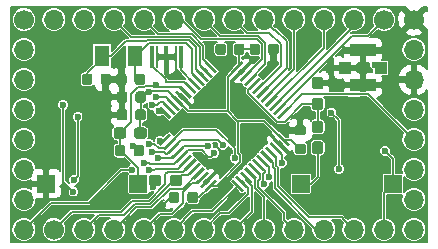
<source format=gtl>
G04 #@! TF.GenerationSoftware,KiCad,Pcbnew,5.0.0-rc2-unknown-a288d61~65~ubuntu18.04.1*
G04 #@! TF.CreationDate,2018-07-04T19:13:05+02:00*
G04 #@! TF.ProjectId,STM32_Sensor_V4,53544D33325F53656E736F725F56342E,rev?*
G04 #@! TF.SameCoordinates,Original*
G04 #@! TF.FileFunction,Copper,L1,Top,Signal*
G04 #@! TF.FilePolarity,Positive*
%FSLAX46Y46*%
G04 Gerber Fmt 4.6, Leading zero omitted, Abs format (unit mm)*
G04 Created by KiCad (PCBNEW 5.0.0-rc2-unknown-a288d61~65~ubuntu18.04.1) date Wed Jul  4 19:13:05 2018*
%MOMM*%
%LPD*%
G01*
G04 APERTURE LIST*
G04 #@! TA.AperFunction,Conductor*
%ADD10C,0.100000*%
G04 #@! TD*
G04 #@! TA.AperFunction,SMDPad,CuDef*
%ADD11C,0.950000*%
G04 #@! TD*
G04 #@! TA.AperFunction,SMDPad,CuDef*
%ADD12R,0.400000X1.900000*%
G04 #@! TD*
G04 #@! TA.AperFunction,ComponentPad*
%ADD13O,1.700000X1.700000*%
G04 #@! TD*
G04 #@! TA.AperFunction,ComponentPad*
%ADD14C,1.700000*%
G04 #@! TD*
G04 #@! TA.AperFunction,SMDPad,CuDef*
%ADD15R,1.500000X1.500000*%
G04 #@! TD*
G04 #@! TA.AperFunction,SMDPad,CuDef*
%ADD16C,0.875000*%
G04 #@! TD*
G04 #@! TA.AperFunction,SMDPad,CuDef*
%ADD17C,0.250000*%
G04 #@! TD*
G04 #@! TA.AperFunction,SMDPad,CuDef*
%ADD18R,1.300000X1.800000*%
G04 #@! TD*
G04 #@! TA.AperFunction,SMDPad,CuDef*
%ADD19R,2.200000X1.050000*%
G04 #@! TD*
G04 #@! TA.AperFunction,SMDPad,CuDef*
%ADD20R,1.000000X1.000000*%
G04 #@! TD*
G04 #@! TA.AperFunction,ViaPad*
%ADD21C,0.600000*%
G04 #@! TD*
G04 #@! TA.AperFunction,Conductor*
%ADD22C,0.127000*%
G04 #@! TD*
G04 APERTURE END LIST*
D10*
G04 #@! TO.N,BOOT0*
G04 #@! TO.C,R2*
G36*
X153285779Y-100251144D02*
X153308834Y-100254563D01*
X153331443Y-100260227D01*
X153353387Y-100268079D01*
X153374457Y-100278044D01*
X153394448Y-100290026D01*
X153413168Y-100303910D01*
X153430438Y-100319562D01*
X153446090Y-100336832D01*
X153459974Y-100355552D01*
X153471956Y-100375543D01*
X153481921Y-100396613D01*
X153489773Y-100418557D01*
X153495437Y-100441166D01*
X153498856Y-100464221D01*
X153500000Y-100487500D01*
X153500000Y-101062500D01*
X153498856Y-101085779D01*
X153495437Y-101108834D01*
X153489773Y-101131443D01*
X153481921Y-101153387D01*
X153471956Y-101174457D01*
X153459974Y-101194448D01*
X153446090Y-101213168D01*
X153430438Y-101230438D01*
X153413168Y-101246090D01*
X153394448Y-101259974D01*
X153374457Y-101271956D01*
X153353387Y-101281921D01*
X153331443Y-101289773D01*
X153308834Y-101295437D01*
X153285779Y-101298856D01*
X153262500Y-101300000D01*
X152787500Y-101300000D01*
X152764221Y-101298856D01*
X152741166Y-101295437D01*
X152718557Y-101289773D01*
X152696613Y-101281921D01*
X152675543Y-101271956D01*
X152655552Y-101259974D01*
X152636832Y-101246090D01*
X152619562Y-101230438D01*
X152603910Y-101213168D01*
X152590026Y-101194448D01*
X152578044Y-101174457D01*
X152568079Y-101153387D01*
X152560227Y-101131443D01*
X152554563Y-101108834D01*
X152551144Y-101085779D01*
X152550000Y-101062500D01*
X152550000Y-100487500D01*
X152551144Y-100464221D01*
X152554563Y-100441166D01*
X152560227Y-100418557D01*
X152568079Y-100396613D01*
X152578044Y-100375543D01*
X152590026Y-100355552D01*
X152603910Y-100336832D01*
X152619562Y-100319562D01*
X152636832Y-100303910D01*
X152655552Y-100290026D01*
X152675543Y-100278044D01*
X152696613Y-100268079D01*
X152718557Y-100260227D01*
X152741166Y-100254563D01*
X152764221Y-100251144D01*
X152787500Y-100250000D01*
X153262500Y-100250000D01*
X153285779Y-100251144D01*
X153285779Y-100251144D01*
G37*
D11*
G04 #@! TD*
G04 #@! TO.P,R2,2*
G04 #@! TO.N,BOOT0*
X153025000Y-100775000D03*
D10*
G04 #@! TO.N,Net-(R2-Pad1)*
G04 #@! TO.C,R2*
G36*
X153285779Y-102001144D02*
X153308834Y-102004563D01*
X153331443Y-102010227D01*
X153353387Y-102018079D01*
X153374457Y-102028044D01*
X153394448Y-102040026D01*
X153413168Y-102053910D01*
X153430438Y-102069562D01*
X153446090Y-102086832D01*
X153459974Y-102105552D01*
X153471956Y-102125543D01*
X153481921Y-102146613D01*
X153489773Y-102168557D01*
X153495437Y-102191166D01*
X153498856Y-102214221D01*
X153500000Y-102237500D01*
X153500000Y-102812500D01*
X153498856Y-102835779D01*
X153495437Y-102858834D01*
X153489773Y-102881443D01*
X153481921Y-102903387D01*
X153471956Y-102924457D01*
X153459974Y-102944448D01*
X153446090Y-102963168D01*
X153430438Y-102980438D01*
X153413168Y-102996090D01*
X153394448Y-103009974D01*
X153374457Y-103021956D01*
X153353387Y-103031921D01*
X153331443Y-103039773D01*
X153308834Y-103045437D01*
X153285779Y-103048856D01*
X153262500Y-103050000D01*
X152787500Y-103050000D01*
X152764221Y-103048856D01*
X152741166Y-103045437D01*
X152718557Y-103039773D01*
X152696613Y-103031921D01*
X152675543Y-103021956D01*
X152655552Y-103009974D01*
X152636832Y-102996090D01*
X152619562Y-102980438D01*
X152603910Y-102963168D01*
X152590026Y-102944448D01*
X152578044Y-102924457D01*
X152568079Y-102903387D01*
X152560227Y-102881443D01*
X152554563Y-102858834D01*
X152551144Y-102835779D01*
X152550000Y-102812500D01*
X152550000Y-102237500D01*
X152551144Y-102214221D01*
X152554563Y-102191166D01*
X152560227Y-102168557D01*
X152568079Y-102146613D01*
X152578044Y-102125543D01*
X152590026Y-102105552D01*
X152603910Y-102086832D01*
X152619562Y-102069562D01*
X152636832Y-102053910D01*
X152655552Y-102040026D01*
X152675543Y-102028044D01*
X152696613Y-102018079D01*
X152718557Y-102010227D01*
X152741166Y-102004563D01*
X152764221Y-102001144D01*
X152787500Y-102000000D01*
X153262500Y-102000000D01*
X153285779Y-102001144D01*
X153285779Y-102001144D01*
G37*
D11*
G04 #@! TD*
G04 #@! TO.P,R2,1*
G04 #@! TO.N,Net-(R2-Pad1)*
X153025000Y-102525000D03*
D12*
G04 #@! TO.P,Y2,1*
G04 #@! TO.N,OSC1*
X141430000Y-94860000D03*
G04 #@! TO.P,Y2,2*
G04 #@! TO.N,GND*
X140230000Y-94860000D03*
G04 #@! TO.P,Y2,3*
G04 #@! TO.N,OSC2*
X139030000Y-94860000D03*
G04 #@! TD*
D13*
G04 #@! TO.P,J1,8*
G04 #@! TO.N,PB0*
X128160000Y-109470000D03*
G04 #@! TO.P,J1,7*
G04 #@! TO.N,MOSI*
X128160000Y-106930000D03*
G04 #@! TO.P,J1,6*
G04 #@! TO.N,MISO*
X128160000Y-104390000D03*
G04 #@! TO.P,J1,5*
G04 #@! TO.N,SCK*
X128160000Y-101850000D03*
G04 #@! TO.P,J1,4*
G04 #@! TO.N,NSS*
X128160000Y-99310000D03*
G04 #@! TO.P,J1,3*
G04 #@! TO.N,PA3*
X128160000Y-96770000D03*
G04 #@! TO.P,J1,2*
G04 #@! TO.N,PA2*
X128160000Y-94230000D03*
D14*
G04 #@! TO.P,J1,1*
G04 #@! TO.N,PA1*
X128160000Y-91690000D03*
G04 #@! TD*
D13*
G04 #@! TO.P,J4,8*
G04 #@! TO.N,TX*
X161180000Y-109470000D03*
G04 #@! TO.P,J4,7*
G04 #@! TO.N,RX*
X161180000Y-106930000D03*
G04 #@! TO.P,J4,6*
G04 #@! TO.N,SWDIO*
X161180000Y-104390000D03*
G04 #@! TO.P,J4,5*
G04 #@! TO.N,SWDCLK*
X161180000Y-101850000D03*
G04 #@! TO.P,J4,4*
G04 #@! TO.N,+3V3*
X161180000Y-99310000D03*
G04 #@! TO.P,J4,3*
G04 #@! TO.N,GND*
X161180000Y-96770000D03*
G04 #@! TO.P,J4,2*
G04 #@! TO.N,ANT*
X161180000Y-94230000D03*
D14*
G04 #@! TO.P,J4,1*
G04 #@! TO.N,GND*
X161180000Y-91690000D03*
G04 #@! TD*
G04 #@! TO.P,J2,1*
G04 #@! TO.N,PB1*
X130700000Y-109470000D03*
D13*
G04 #@! TO.P,J2,2*
G04 #@! TO.N,PB2*
X133240000Y-109470000D03*
G04 #@! TO.P,J2,3*
G04 #@! TO.N,PB10*
X135780000Y-109470000D03*
G04 #@! TO.P,J2,4*
G04 #@! TO.N,PB11*
X138320000Y-109470000D03*
G04 #@! TO.P,J2,5*
G04 #@! TO.N,PB12*
X140860000Y-109470000D03*
G04 #@! TO.P,J2,6*
G04 #@! TO.N,PB13*
X143400000Y-109470000D03*
G04 #@! TO.P,J2,7*
G04 #@! TO.N,PB14*
X145940000Y-109470000D03*
G04 #@! TO.P,J2,8*
G04 #@! TO.N,PB15*
X148480000Y-109470000D03*
G04 #@! TO.P,J2,9*
G04 #@! TO.N,PA8*
X151020000Y-109470000D03*
G04 #@! TO.P,J2,10*
G04 #@! TO.N,PA11*
X153560000Y-109470000D03*
G04 #@! TO.P,J2,11*
G04 #@! TO.N,PA12*
X156100000Y-109470000D03*
G04 #@! TO.P,J2,12*
G04 #@! TO.N,+3V3*
X158640000Y-109470000D03*
G04 #@! TD*
D14*
G04 #@! TO.P,J3,1*
G04 #@! TO.N,PA15*
X158640000Y-91690000D03*
D13*
G04 #@! TO.P,J3,2*
G04 #@! TO.N,PB3*
X156100000Y-91690000D03*
G04 #@! TO.P,J3,3*
G04 #@! TO.N,PB4*
X153560000Y-91690000D03*
G04 #@! TO.P,J3,4*
G04 #@! TO.N,PB5*
X151020000Y-91690000D03*
G04 #@! TO.P,J3,5*
G04 #@! TO.N,PB6*
X148480000Y-91690000D03*
G04 #@! TO.P,J3,6*
G04 #@! TO.N,PB7*
X145940000Y-91690000D03*
G04 #@! TO.P,J3,7*
G04 #@! TO.N,PB8*
X143400000Y-91690000D03*
G04 #@! TO.P,J3,8*
G04 #@! TO.N,PB9*
X140860000Y-91690000D03*
G04 #@! TO.P,J3,9*
G04 #@! TO.N,VBAT*
X138320000Y-91690000D03*
G04 #@! TO.P,J3,10*
G04 #@! TO.N,PC13*
X135780000Y-91690000D03*
G04 #@! TO.P,J3,11*
G04 #@! TO.N,RST*
X133240000Y-91690000D03*
G04 #@! TO.P,J3,12*
G04 #@! TO.N,PA0*
X130700000Y-91690000D03*
G04 #@! TD*
D15*
G04 #@! TO.P,SW1,2*
G04 #@! TO.N,RST*
X137840000Y-105600000D03*
G04 #@! TO.P,SW1,1*
G04 #@! TO.N,GND*
X130040000Y-105600000D03*
G04 #@! TD*
D10*
G04 #@! TO.N,RST*
G04 #@! TO.C,C1*
G36*
X136552691Y-102326053D02*
X136573926Y-102329203D01*
X136594750Y-102334419D01*
X136614962Y-102341651D01*
X136634368Y-102350830D01*
X136652781Y-102361866D01*
X136670024Y-102374654D01*
X136685930Y-102389070D01*
X136700346Y-102404976D01*
X136713134Y-102422219D01*
X136724170Y-102440632D01*
X136733349Y-102460038D01*
X136740581Y-102480250D01*
X136745797Y-102501074D01*
X136748947Y-102522309D01*
X136750000Y-102543750D01*
X136750000Y-103056250D01*
X136748947Y-103077691D01*
X136745797Y-103098926D01*
X136740581Y-103119750D01*
X136733349Y-103139962D01*
X136724170Y-103159368D01*
X136713134Y-103177781D01*
X136700346Y-103195024D01*
X136685930Y-103210930D01*
X136670024Y-103225346D01*
X136652781Y-103238134D01*
X136634368Y-103249170D01*
X136614962Y-103258349D01*
X136594750Y-103265581D01*
X136573926Y-103270797D01*
X136552691Y-103273947D01*
X136531250Y-103275000D01*
X136093750Y-103275000D01*
X136072309Y-103273947D01*
X136051074Y-103270797D01*
X136030250Y-103265581D01*
X136010038Y-103258349D01*
X135990632Y-103249170D01*
X135972219Y-103238134D01*
X135954976Y-103225346D01*
X135939070Y-103210930D01*
X135924654Y-103195024D01*
X135911866Y-103177781D01*
X135900830Y-103159368D01*
X135891651Y-103139962D01*
X135884419Y-103119750D01*
X135879203Y-103098926D01*
X135876053Y-103077691D01*
X135875000Y-103056250D01*
X135875000Y-102543750D01*
X135876053Y-102522309D01*
X135879203Y-102501074D01*
X135884419Y-102480250D01*
X135891651Y-102460038D01*
X135900830Y-102440632D01*
X135911866Y-102422219D01*
X135924654Y-102404976D01*
X135939070Y-102389070D01*
X135954976Y-102374654D01*
X135972219Y-102361866D01*
X135990632Y-102350830D01*
X136010038Y-102341651D01*
X136030250Y-102334419D01*
X136051074Y-102329203D01*
X136072309Y-102326053D01*
X136093750Y-102325000D01*
X136531250Y-102325000D01*
X136552691Y-102326053D01*
X136552691Y-102326053D01*
G37*
D16*
G04 #@! TD*
G04 #@! TO.P,C1,1*
G04 #@! TO.N,RST*
X136312500Y-102800000D03*
D10*
G04 #@! TO.N,GND*
G04 #@! TO.C,C1*
G36*
X138127691Y-102326053D02*
X138148926Y-102329203D01*
X138169750Y-102334419D01*
X138189962Y-102341651D01*
X138209368Y-102350830D01*
X138227781Y-102361866D01*
X138245024Y-102374654D01*
X138260930Y-102389070D01*
X138275346Y-102404976D01*
X138288134Y-102422219D01*
X138299170Y-102440632D01*
X138308349Y-102460038D01*
X138315581Y-102480250D01*
X138320797Y-102501074D01*
X138323947Y-102522309D01*
X138325000Y-102543750D01*
X138325000Y-103056250D01*
X138323947Y-103077691D01*
X138320797Y-103098926D01*
X138315581Y-103119750D01*
X138308349Y-103139962D01*
X138299170Y-103159368D01*
X138288134Y-103177781D01*
X138275346Y-103195024D01*
X138260930Y-103210930D01*
X138245024Y-103225346D01*
X138227781Y-103238134D01*
X138209368Y-103249170D01*
X138189962Y-103258349D01*
X138169750Y-103265581D01*
X138148926Y-103270797D01*
X138127691Y-103273947D01*
X138106250Y-103275000D01*
X137668750Y-103275000D01*
X137647309Y-103273947D01*
X137626074Y-103270797D01*
X137605250Y-103265581D01*
X137585038Y-103258349D01*
X137565632Y-103249170D01*
X137547219Y-103238134D01*
X137529976Y-103225346D01*
X137514070Y-103210930D01*
X137499654Y-103195024D01*
X137486866Y-103177781D01*
X137475830Y-103159368D01*
X137466651Y-103139962D01*
X137459419Y-103119750D01*
X137454203Y-103098926D01*
X137451053Y-103077691D01*
X137450000Y-103056250D01*
X137450000Y-102543750D01*
X137451053Y-102522309D01*
X137454203Y-102501074D01*
X137459419Y-102480250D01*
X137466651Y-102460038D01*
X137475830Y-102440632D01*
X137486866Y-102422219D01*
X137499654Y-102404976D01*
X137514070Y-102389070D01*
X137529976Y-102374654D01*
X137547219Y-102361866D01*
X137565632Y-102350830D01*
X137585038Y-102341651D01*
X137605250Y-102334419D01*
X137626074Y-102329203D01*
X137647309Y-102326053D01*
X137668750Y-102325000D01*
X138106250Y-102325000D01*
X138127691Y-102326053D01*
X138127691Y-102326053D01*
G37*
D16*
G04 #@! TD*
G04 #@! TO.P,C1,2*
G04 #@! TO.N,GND*
X137887500Y-102800000D03*
D10*
G04 #@! TO.N,GND*
G04 #@! TO.C,C2*
G36*
X151827691Y-100626053D02*
X151848926Y-100629203D01*
X151869750Y-100634419D01*
X151889962Y-100641651D01*
X151909368Y-100650830D01*
X151927781Y-100661866D01*
X151945024Y-100674654D01*
X151960930Y-100689070D01*
X151975346Y-100704976D01*
X151988134Y-100722219D01*
X151999170Y-100740632D01*
X152008349Y-100760038D01*
X152015581Y-100780250D01*
X152020797Y-100801074D01*
X152023947Y-100822309D01*
X152025000Y-100843750D01*
X152025000Y-101281250D01*
X152023947Y-101302691D01*
X152020797Y-101323926D01*
X152015581Y-101344750D01*
X152008349Y-101364962D01*
X151999170Y-101384368D01*
X151988134Y-101402781D01*
X151975346Y-101420024D01*
X151960930Y-101435930D01*
X151945024Y-101450346D01*
X151927781Y-101463134D01*
X151909368Y-101474170D01*
X151889962Y-101483349D01*
X151869750Y-101490581D01*
X151848926Y-101495797D01*
X151827691Y-101498947D01*
X151806250Y-101500000D01*
X151293750Y-101500000D01*
X151272309Y-101498947D01*
X151251074Y-101495797D01*
X151230250Y-101490581D01*
X151210038Y-101483349D01*
X151190632Y-101474170D01*
X151172219Y-101463134D01*
X151154976Y-101450346D01*
X151139070Y-101435930D01*
X151124654Y-101420024D01*
X151111866Y-101402781D01*
X151100830Y-101384368D01*
X151091651Y-101364962D01*
X151084419Y-101344750D01*
X151079203Y-101323926D01*
X151076053Y-101302691D01*
X151075000Y-101281250D01*
X151075000Y-100843750D01*
X151076053Y-100822309D01*
X151079203Y-100801074D01*
X151084419Y-100780250D01*
X151091651Y-100760038D01*
X151100830Y-100740632D01*
X151111866Y-100722219D01*
X151124654Y-100704976D01*
X151139070Y-100689070D01*
X151154976Y-100674654D01*
X151172219Y-100661866D01*
X151190632Y-100650830D01*
X151210038Y-100641651D01*
X151230250Y-100634419D01*
X151251074Y-100629203D01*
X151272309Y-100626053D01*
X151293750Y-100625000D01*
X151806250Y-100625000D01*
X151827691Y-100626053D01*
X151827691Y-100626053D01*
G37*
D16*
G04 #@! TD*
G04 #@! TO.P,C2,2*
G04 #@! TO.N,GND*
X151550000Y-101062500D03*
D10*
G04 #@! TO.N,+3V3*
G04 #@! TO.C,C2*
G36*
X151827691Y-102201053D02*
X151848926Y-102204203D01*
X151869750Y-102209419D01*
X151889962Y-102216651D01*
X151909368Y-102225830D01*
X151927781Y-102236866D01*
X151945024Y-102249654D01*
X151960930Y-102264070D01*
X151975346Y-102279976D01*
X151988134Y-102297219D01*
X151999170Y-102315632D01*
X152008349Y-102335038D01*
X152015581Y-102355250D01*
X152020797Y-102376074D01*
X152023947Y-102397309D01*
X152025000Y-102418750D01*
X152025000Y-102856250D01*
X152023947Y-102877691D01*
X152020797Y-102898926D01*
X152015581Y-102919750D01*
X152008349Y-102939962D01*
X151999170Y-102959368D01*
X151988134Y-102977781D01*
X151975346Y-102995024D01*
X151960930Y-103010930D01*
X151945024Y-103025346D01*
X151927781Y-103038134D01*
X151909368Y-103049170D01*
X151889962Y-103058349D01*
X151869750Y-103065581D01*
X151848926Y-103070797D01*
X151827691Y-103073947D01*
X151806250Y-103075000D01*
X151293750Y-103075000D01*
X151272309Y-103073947D01*
X151251074Y-103070797D01*
X151230250Y-103065581D01*
X151210038Y-103058349D01*
X151190632Y-103049170D01*
X151172219Y-103038134D01*
X151154976Y-103025346D01*
X151139070Y-103010930D01*
X151124654Y-102995024D01*
X151111866Y-102977781D01*
X151100830Y-102959368D01*
X151091651Y-102939962D01*
X151084419Y-102919750D01*
X151079203Y-102898926D01*
X151076053Y-102877691D01*
X151075000Y-102856250D01*
X151075000Y-102418750D01*
X151076053Y-102397309D01*
X151079203Y-102376074D01*
X151084419Y-102355250D01*
X151091651Y-102335038D01*
X151100830Y-102315632D01*
X151111866Y-102297219D01*
X151124654Y-102279976D01*
X151139070Y-102264070D01*
X151154976Y-102249654D01*
X151172219Y-102236866D01*
X151190632Y-102225830D01*
X151210038Y-102216651D01*
X151230250Y-102209419D01*
X151251074Y-102204203D01*
X151272309Y-102201053D01*
X151293750Y-102200000D01*
X151806250Y-102200000D01*
X151827691Y-102201053D01*
X151827691Y-102201053D01*
G37*
D16*
G04 #@! TD*
G04 #@! TO.P,C2,1*
G04 #@! TO.N,+3V3*
X151550000Y-102637500D03*
D10*
G04 #@! TO.N,+3V3*
G04 #@! TO.C,C3*
G36*
X147952691Y-93726053D02*
X147973926Y-93729203D01*
X147994750Y-93734419D01*
X148014962Y-93741651D01*
X148034368Y-93750830D01*
X148052781Y-93761866D01*
X148070024Y-93774654D01*
X148085930Y-93789070D01*
X148100346Y-93804976D01*
X148113134Y-93822219D01*
X148124170Y-93840632D01*
X148133349Y-93860038D01*
X148140581Y-93880250D01*
X148145797Y-93901074D01*
X148148947Y-93922309D01*
X148150000Y-93943750D01*
X148150000Y-94456250D01*
X148148947Y-94477691D01*
X148145797Y-94498926D01*
X148140581Y-94519750D01*
X148133349Y-94539962D01*
X148124170Y-94559368D01*
X148113134Y-94577781D01*
X148100346Y-94595024D01*
X148085930Y-94610930D01*
X148070024Y-94625346D01*
X148052781Y-94638134D01*
X148034368Y-94649170D01*
X148014962Y-94658349D01*
X147994750Y-94665581D01*
X147973926Y-94670797D01*
X147952691Y-94673947D01*
X147931250Y-94675000D01*
X147493750Y-94675000D01*
X147472309Y-94673947D01*
X147451074Y-94670797D01*
X147430250Y-94665581D01*
X147410038Y-94658349D01*
X147390632Y-94649170D01*
X147372219Y-94638134D01*
X147354976Y-94625346D01*
X147339070Y-94610930D01*
X147324654Y-94595024D01*
X147311866Y-94577781D01*
X147300830Y-94559368D01*
X147291651Y-94539962D01*
X147284419Y-94519750D01*
X147279203Y-94498926D01*
X147276053Y-94477691D01*
X147275000Y-94456250D01*
X147275000Y-93943750D01*
X147276053Y-93922309D01*
X147279203Y-93901074D01*
X147284419Y-93880250D01*
X147291651Y-93860038D01*
X147300830Y-93840632D01*
X147311866Y-93822219D01*
X147324654Y-93804976D01*
X147339070Y-93789070D01*
X147354976Y-93774654D01*
X147372219Y-93761866D01*
X147390632Y-93750830D01*
X147410038Y-93741651D01*
X147430250Y-93734419D01*
X147451074Y-93729203D01*
X147472309Y-93726053D01*
X147493750Y-93725000D01*
X147931250Y-93725000D01*
X147952691Y-93726053D01*
X147952691Y-93726053D01*
G37*
D16*
G04 #@! TD*
G04 #@! TO.P,C3,1*
G04 #@! TO.N,+3V3*
X147712500Y-94200000D03*
D10*
G04 #@! TO.N,GND*
G04 #@! TO.C,C3*
G36*
X149527691Y-93726053D02*
X149548926Y-93729203D01*
X149569750Y-93734419D01*
X149589962Y-93741651D01*
X149609368Y-93750830D01*
X149627781Y-93761866D01*
X149645024Y-93774654D01*
X149660930Y-93789070D01*
X149675346Y-93804976D01*
X149688134Y-93822219D01*
X149699170Y-93840632D01*
X149708349Y-93860038D01*
X149715581Y-93880250D01*
X149720797Y-93901074D01*
X149723947Y-93922309D01*
X149725000Y-93943750D01*
X149725000Y-94456250D01*
X149723947Y-94477691D01*
X149720797Y-94498926D01*
X149715581Y-94519750D01*
X149708349Y-94539962D01*
X149699170Y-94559368D01*
X149688134Y-94577781D01*
X149675346Y-94595024D01*
X149660930Y-94610930D01*
X149645024Y-94625346D01*
X149627781Y-94638134D01*
X149609368Y-94649170D01*
X149589962Y-94658349D01*
X149569750Y-94665581D01*
X149548926Y-94670797D01*
X149527691Y-94673947D01*
X149506250Y-94675000D01*
X149068750Y-94675000D01*
X149047309Y-94673947D01*
X149026074Y-94670797D01*
X149005250Y-94665581D01*
X148985038Y-94658349D01*
X148965632Y-94649170D01*
X148947219Y-94638134D01*
X148929976Y-94625346D01*
X148914070Y-94610930D01*
X148899654Y-94595024D01*
X148886866Y-94577781D01*
X148875830Y-94559368D01*
X148866651Y-94539962D01*
X148859419Y-94519750D01*
X148854203Y-94498926D01*
X148851053Y-94477691D01*
X148850000Y-94456250D01*
X148850000Y-93943750D01*
X148851053Y-93922309D01*
X148854203Y-93901074D01*
X148859419Y-93880250D01*
X148866651Y-93860038D01*
X148875830Y-93840632D01*
X148886866Y-93822219D01*
X148899654Y-93804976D01*
X148914070Y-93789070D01*
X148929976Y-93774654D01*
X148947219Y-93761866D01*
X148965632Y-93750830D01*
X148985038Y-93741651D01*
X149005250Y-93734419D01*
X149026074Y-93729203D01*
X149047309Y-93726053D01*
X149068750Y-93725000D01*
X149506250Y-93725000D01*
X149527691Y-93726053D01*
X149527691Y-93726053D01*
G37*
D16*
G04 #@! TD*
G04 #@! TO.P,C3,2*
G04 #@! TO.N,GND*
X149287500Y-94200000D03*
D10*
G04 #@! TO.N,GND*
G04 #@! TO.C,C4*
G36*
X141102691Y-106276053D02*
X141123926Y-106279203D01*
X141144750Y-106284419D01*
X141164962Y-106291651D01*
X141184368Y-106300830D01*
X141202781Y-106311866D01*
X141220024Y-106324654D01*
X141235930Y-106339070D01*
X141250346Y-106354976D01*
X141263134Y-106372219D01*
X141274170Y-106390632D01*
X141283349Y-106410038D01*
X141290581Y-106430250D01*
X141295797Y-106451074D01*
X141298947Y-106472309D01*
X141300000Y-106493750D01*
X141300000Y-107006250D01*
X141298947Y-107027691D01*
X141295797Y-107048926D01*
X141290581Y-107069750D01*
X141283349Y-107089962D01*
X141274170Y-107109368D01*
X141263134Y-107127781D01*
X141250346Y-107145024D01*
X141235930Y-107160930D01*
X141220024Y-107175346D01*
X141202781Y-107188134D01*
X141184368Y-107199170D01*
X141164962Y-107208349D01*
X141144750Y-107215581D01*
X141123926Y-107220797D01*
X141102691Y-107223947D01*
X141081250Y-107225000D01*
X140643750Y-107225000D01*
X140622309Y-107223947D01*
X140601074Y-107220797D01*
X140580250Y-107215581D01*
X140560038Y-107208349D01*
X140540632Y-107199170D01*
X140522219Y-107188134D01*
X140504976Y-107175346D01*
X140489070Y-107160930D01*
X140474654Y-107145024D01*
X140461866Y-107127781D01*
X140450830Y-107109368D01*
X140441651Y-107089962D01*
X140434419Y-107069750D01*
X140429203Y-107048926D01*
X140426053Y-107027691D01*
X140425000Y-107006250D01*
X140425000Y-106493750D01*
X140426053Y-106472309D01*
X140429203Y-106451074D01*
X140434419Y-106430250D01*
X140441651Y-106410038D01*
X140450830Y-106390632D01*
X140461866Y-106372219D01*
X140474654Y-106354976D01*
X140489070Y-106339070D01*
X140504976Y-106324654D01*
X140522219Y-106311866D01*
X140540632Y-106300830D01*
X140560038Y-106291651D01*
X140580250Y-106284419D01*
X140601074Y-106279203D01*
X140622309Y-106276053D01*
X140643750Y-106275000D01*
X141081250Y-106275000D01*
X141102691Y-106276053D01*
X141102691Y-106276053D01*
G37*
D16*
G04 #@! TD*
G04 #@! TO.P,C4,2*
G04 #@! TO.N,GND*
X140862500Y-106750000D03*
D10*
G04 #@! TO.N,+3V3*
G04 #@! TO.C,C4*
G36*
X142677691Y-106276053D02*
X142698926Y-106279203D01*
X142719750Y-106284419D01*
X142739962Y-106291651D01*
X142759368Y-106300830D01*
X142777781Y-106311866D01*
X142795024Y-106324654D01*
X142810930Y-106339070D01*
X142825346Y-106354976D01*
X142838134Y-106372219D01*
X142849170Y-106390632D01*
X142858349Y-106410038D01*
X142865581Y-106430250D01*
X142870797Y-106451074D01*
X142873947Y-106472309D01*
X142875000Y-106493750D01*
X142875000Y-107006250D01*
X142873947Y-107027691D01*
X142870797Y-107048926D01*
X142865581Y-107069750D01*
X142858349Y-107089962D01*
X142849170Y-107109368D01*
X142838134Y-107127781D01*
X142825346Y-107145024D01*
X142810930Y-107160930D01*
X142795024Y-107175346D01*
X142777781Y-107188134D01*
X142759368Y-107199170D01*
X142739962Y-107208349D01*
X142719750Y-107215581D01*
X142698926Y-107220797D01*
X142677691Y-107223947D01*
X142656250Y-107225000D01*
X142218750Y-107225000D01*
X142197309Y-107223947D01*
X142176074Y-107220797D01*
X142155250Y-107215581D01*
X142135038Y-107208349D01*
X142115632Y-107199170D01*
X142097219Y-107188134D01*
X142079976Y-107175346D01*
X142064070Y-107160930D01*
X142049654Y-107145024D01*
X142036866Y-107127781D01*
X142025830Y-107109368D01*
X142016651Y-107089962D01*
X142009419Y-107069750D01*
X142004203Y-107048926D01*
X142001053Y-107027691D01*
X142000000Y-107006250D01*
X142000000Y-106493750D01*
X142001053Y-106472309D01*
X142004203Y-106451074D01*
X142009419Y-106430250D01*
X142016651Y-106410038D01*
X142025830Y-106390632D01*
X142036866Y-106372219D01*
X142049654Y-106354976D01*
X142064070Y-106339070D01*
X142079976Y-106324654D01*
X142097219Y-106311866D01*
X142115632Y-106300830D01*
X142135038Y-106291651D01*
X142155250Y-106284419D01*
X142176074Y-106279203D01*
X142197309Y-106276053D01*
X142218750Y-106275000D01*
X142656250Y-106275000D01*
X142677691Y-106276053D01*
X142677691Y-106276053D01*
G37*
D16*
G04 #@! TD*
G04 #@! TO.P,C4,1*
G04 #@! TO.N,+3V3*
X142437500Y-106750000D03*
D10*
G04 #@! TO.N,+3V3*
G04 #@! TO.C,C5*
G36*
X138277691Y-99276053D02*
X138298926Y-99279203D01*
X138319750Y-99284419D01*
X138339962Y-99291651D01*
X138359368Y-99300830D01*
X138377781Y-99311866D01*
X138395024Y-99324654D01*
X138410930Y-99339070D01*
X138425346Y-99354976D01*
X138438134Y-99372219D01*
X138449170Y-99390632D01*
X138458349Y-99410038D01*
X138465581Y-99430250D01*
X138470797Y-99451074D01*
X138473947Y-99472309D01*
X138475000Y-99493750D01*
X138475000Y-100006250D01*
X138473947Y-100027691D01*
X138470797Y-100048926D01*
X138465581Y-100069750D01*
X138458349Y-100089962D01*
X138449170Y-100109368D01*
X138438134Y-100127781D01*
X138425346Y-100145024D01*
X138410930Y-100160930D01*
X138395024Y-100175346D01*
X138377781Y-100188134D01*
X138359368Y-100199170D01*
X138339962Y-100208349D01*
X138319750Y-100215581D01*
X138298926Y-100220797D01*
X138277691Y-100223947D01*
X138256250Y-100225000D01*
X137818750Y-100225000D01*
X137797309Y-100223947D01*
X137776074Y-100220797D01*
X137755250Y-100215581D01*
X137735038Y-100208349D01*
X137715632Y-100199170D01*
X137697219Y-100188134D01*
X137679976Y-100175346D01*
X137664070Y-100160930D01*
X137649654Y-100145024D01*
X137636866Y-100127781D01*
X137625830Y-100109368D01*
X137616651Y-100089962D01*
X137609419Y-100069750D01*
X137604203Y-100048926D01*
X137601053Y-100027691D01*
X137600000Y-100006250D01*
X137600000Y-99493750D01*
X137601053Y-99472309D01*
X137604203Y-99451074D01*
X137609419Y-99430250D01*
X137616651Y-99410038D01*
X137625830Y-99390632D01*
X137636866Y-99372219D01*
X137649654Y-99354976D01*
X137664070Y-99339070D01*
X137679976Y-99324654D01*
X137697219Y-99311866D01*
X137715632Y-99300830D01*
X137735038Y-99291651D01*
X137755250Y-99284419D01*
X137776074Y-99279203D01*
X137797309Y-99276053D01*
X137818750Y-99275000D01*
X138256250Y-99275000D01*
X138277691Y-99276053D01*
X138277691Y-99276053D01*
G37*
D16*
G04 #@! TD*
G04 #@! TO.P,C5,1*
G04 #@! TO.N,+3V3*
X138037500Y-99750000D03*
D10*
G04 #@! TO.N,GND*
G04 #@! TO.C,C5*
G36*
X136702691Y-99276053D02*
X136723926Y-99279203D01*
X136744750Y-99284419D01*
X136764962Y-99291651D01*
X136784368Y-99300830D01*
X136802781Y-99311866D01*
X136820024Y-99324654D01*
X136835930Y-99339070D01*
X136850346Y-99354976D01*
X136863134Y-99372219D01*
X136874170Y-99390632D01*
X136883349Y-99410038D01*
X136890581Y-99430250D01*
X136895797Y-99451074D01*
X136898947Y-99472309D01*
X136900000Y-99493750D01*
X136900000Y-100006250D01*
X136898947Y-100027691D01*
X136895797Y-100048926D01*
X136890581Y-100069750D01*
X136883349Y-100089962D01*
X136874170Y-100109368D01*
X136863134Y-100127781D01*
X136850346Y-100145024D01*
X136835930Y-100160930D01*
X136820024Y-100175346D01*
X136802781Y-100188134D01*
X136784368Y-100199170D01*
X136764962Y-100208349D01*
X136744750Y-100215581D01*
X136723926Y-100220797D01*
X136702691Y-100223947D01*
X136681250Y-100225000D01*
X136243750Y-100225000D01*
X136222309Y-100223947D01*
X136201074Y-100220797D01*
X136180250Y-100215581D01*
X136160038Y-100208349D01*
X136140632Y-100199170D01*
X136122219Y-100188134D01*
X136104976Y-100175346D01*
X136089070Y-100160930D01*
X136074654Y-100145024D01*
X136061866Y-100127781D01*
X136050830Y-100109368D01*
X136041651Y-100089962D01*
X136034419Y-100069750D01*
X136029203Y-100048926D01*
X136026053Y-100027691D01*
X136025000Y-100006250D01*
X136025000Y-99493750D01*
X136026053Y-99472309D01*
X136029203Y-99451074D01*
X136034419Y-99430250D01*
X136041651Y-99410038D01*
X136050830Y-99390632D01*
X136061866Y-99372219D01*
X136074654Y-99354976D01*
X136089070Y-99339070D01*
X136104976Y-99324654D01*
X136122219Y-99311866D01*
X136140632Y-99300830D01*
X136160038Y-99291651D01*
X136180250Y-99284419D01*
X136201074Y-99279203D01*
X136222309Y-99276053D01*
X136243750Y-99275000D01*
X136681250Y-99275000D01*
X136702691Y-99276053D01*
X136702691Y-99276053D01*
G37*
D16*
G04 #@! TD*
G04 #@! TO.P,C5,2*
G04 #@! TO.N,GND*
X136462500Y-99750000D03*
D10*
G04 #@! TO.N,+3V3*
G04 #@! TO.C,C6*
G36*
X138277691Y-97776053D02*
X138298926Y-97779203D01*
X138319750Y-97784419D01*
X138339962Y-97791651D01*
X138359368Y-97800830D01*
X138377781Y-97811866D01*
X138395024Y-97824654D01*
X138410930Y-97839070D01*
X138425346Y-97854976D01*
X138438134Y-97872219D01*
X138449170Y-97890632D01*
X138458349Y-97910038D01*
X138465581Y-97930250D01*
X138470797Y-97951074D01*
X138473947Y-97972309D01*
X138475000Y-97993750D01*
X138475000Y-98506250D01*
X138473947Y-98527691D01*
X138470797Y-98548926D01*
X138465581Y-98569750D01*
X138458349Y-98589962D01*
X138449170Y-98609368D01*
X138438134Y-98627781D01*
X138425346Y-98645024D01*
X138410930Y-98660930D01*
X138395024Y-98675346D01*
X138377781Y-98688134D01*
X138359368Y-98699170D01*
X138339962Y-98708349D01*
X138319750Y-98715581D01*
X138298926Y-98720797D01*
X138277691Y-98723947D01*
X138256250Y-98725000D01*
X137818750Y-98725000D01*
X137797309Y-98723947D01*
X137776074Y-98720797D01*
X137755250Y-98715581D01*
X137735038Y-98708349D01*
X137715632Y-98699170D01*
X137697219Y-98688134D01*
X137679976Y-98675346D01*
X137664070Y-98660930D01*
X137649654Y-98645024D01*
X137636866Y-98627781D01*
X137625830Y-98609368D01*
X137616651Y-98589962D01*
X137609419Y-98569750D01*
X137604203Y-98548926D01*
X137601053Y-98527691D01*
X137600000Y-98506250D01*
X137600000Y-97993750D01*
X137601053Y-97972309D01*
X137604203Y-97951074D01*
X137609419Y-97930250D01*
X137616651Y-97910038D01*
X137625830Y-97890632D01*
X137636866Y-97872219D01*
X137649654Y-97854976D01*
X137664070Y-97839070D01*
X137679976Y-97824654D01*
X137697219Y-97811866D01*
X137715632Y-97800830D01*
X137735038Y-97791651D01*
X137755250Y-97784419D01*
X137776074Y-97779203D01*
X137797309Y-97776053D01*
X137818750Y-97775000D01*
X138256250Y-97775000D01*
X138277691Y-97776053D01*
X138277691Y-97776053D01*
G37*
D16*
G04 #@! TD*
G04 #@! TO.P,C6,1*
G04 #@! TO.N,+3V3*
X138037500Y-98250000D03*
D10*
G04 #@! TO.N,GND*
G04 #@! TO.C,C6*
G36*
X136702691Y-97776053D02*
X136723926Y-97779203D01*
X136744750Y-97784419D01*
X136764962Y-97791651D01*
X136784368Y-97800830D01*
X136802781Y-97811866D01*
X136820024Y-97824654D01*
X136835930Y-97839070D01*
X136850346Y-97854976D01*
X136863134Y-97872219D01*
X136874170Y-97890632D01*
X136883349Y-97910038D01*
X136890581Y-97930250D01*
X136895797Y-97951074D01*
X136898947Y-97972309D01*
X136900000Y-97993750D01*
X136900000Y-98506250D01*
X136898947Y-98527691D01*
X136895797Y-98548926D01*
X136890581Y-98569750D01*
X136883349Y-98589962D01*
X136874170Y-98609368D01*
X136863134Y-98627781D01*
X136850346Y-98645024D01*
X136835930Y-98660930D01*
X136820024Y-98675346D01*
X136802781Y-98688134D01*
X136784368Y-98699170D01*
X136764962Y-98708349D01*
X136744750Y-98715581D01*
X136723926Y-98720797D01*
X136702691Y-98723947D01*
X136681250Y-98725000D01*
X136243750Y-98725000D01*
X136222309Y-98723947D01*
X136201074Y-98720797D01*
X136180250Y-98715581D01*
X136160038Y-98708349D01*
X136140632Y-98699170D01*
X136122219Y-98688134D01*
X136104976Y-98675346D01*
X136089070Y-98660930D01*
X136074654Y-98645024D01*
X136061866Y-98627781D01*
X136050830Y-98609368D01*
X136041651Y-98589962D01*
X136034419Y-98569750D01*
X136029203Y-98548926D01*
X136026053Y-98527691D01*
X136025000Y-98506250D01*
X136025000Y-97993750D01*
X136026053Y-97972309D01*
X136029203Y-97951074D01*
X136034419Y-97930250D01*
X136041651Y-97910038D01*
X136050830Y-97890632D01*
X136061866Y-97872219D01*
X136074654Y-97854976D01*
X136089070Y-97839070D01*
X136104976Y-97824654D01*
X136122219Y-97811866D01*
X136140632Y-97800830D01*
X136160038Y-97791651D01*
X136180250Y-97784419D01*
X136201074Y-97779203D01*
X136222309Y-97776053D01*
X136243750Y-97775000D01*
X136681250Y-97775000D01*
X136702691Y-97776053D01*
X136702691Y-97776053D01*
G37*
D16*
G04 #@! TD*
G04 #@! TO.P,C6,2*
G04 #@! TO.N,GND*
X136462500Y-98250000D03*
D10*
G04 #@! TO.N,Net-(C7-Pad2)*
G04 #@! TO.C,C7*
G36*
X145052691Y-93726053D02*
X145073926Y-93729203D01*
X145094750Y-93734419D01*
X145114962Y-93741651D01*
X145134368Y-93750830D01*
X145152781Y-93761866D01*
X145170024Y-93774654D01*
X145185930Y-93789070D01*
X145200346Y-93804976D01*
X145213134Y-93822219D01*
X145224170Y-93840632D01*
X145233349Y-93860038D01*
X145240581Y-93880250D01*
X145245797Y-93901074D01*
X145248947Y-93922309D01*
X145250000Y-93943750D01*
X145250000Y-94456250D01*
X145248947Y-94477691D01*
X145245797Y-94498926D01*
X145240581Y-94519750D01*
X145233349Y-94539962D01*
X145224170Y-94559368D01*
X145213134Y-94577781D01*
X145200346Y-94595024D01*
X145185930Y-94610930D01*
X145170024Y-94625346D01*
X145152781Y-94638134D01*
X145134368Y-94649170D01*
X145114962Y-94658349D01*
X145094750Y-94665581D01*
X145073926Y-94670797D01*
X145052691Y-94673947D01*
X145031250Y-94675000D01*
X144593750Y-94675000D01*
X144572309Y-94673947D01*
X144551074Y-94670797D01*
X144530250Y-94665581D01*
X144510038Y-94658349D01*
X144490632Y-94649170D01*
X144472219Y-94638134D01*
X144454976Y-94625346D01*
X144439070Y-94610930D01*
X144424654Y-94595024D01*
X144411866Y-94577781D01*
X144400830Y-94559368D01*
X144391651Y-94539962D01*
X144384419Y-94519750D01*
X144379203Y-94498926D01*
X144376053Y-94477691D01*
X144375000Y-94456250D01*
X144375000Y-93943750D01*
X144376053Y-93922309D01*
X144379203Y-93901074D01*
X144384419Y-93880250D01*
X144391651Y-93860038D01*
X144400830Y-93840632D01*
X144411866Y-93822219D01*
X144424654Y-93804976D01*
X144439070Y-93789070D01*
X144454976Y-93774654D01*
X144472219Y-93761866D01*
X144490632Y-93750830D01*
X144510038Y-93741651D01*
X144530250Y-93734419D01*
X144551074Y-93729203D01*
X144572309Y-93726053D01*
X144593750Y-93725000D01*
X145031250Y-93725000D01*
X145052691Y-93726053D01*
X145052691Y-93726053D01*
G37*
D16*
G04 #@! TD*
G04 #@! TO.P,C7,2*
G04 #@! TO.N,Net-(C7-Pad2)*
X144812500Y-94200000D03*
D10*
G04 #@! TO.N,+3V3*
G04 #@! TO.C,C7*
G36*
X146627691Y-93726053D02*
X146648926Y-93729203D01*
X146669750Y-93734419D01*
X146689962Y-93741651D01*
X146709368Y-93750830D01*
X146727781Y-93761866D01*
X146745024Y-93774654D01*
X146760930Y-93789070D01*
X146775346Y-93804976D01*
X146788134Y-93822219D01*
X146799170Y-93840632D01*
X146808349Y-93860038D01*
X146815581Y-93880250D01*
X146820797Y-93901074D01*
X146823947Y-93922309D01*
X146825000Y-93943750D01*
X146825000Y-94456250D01*
X146823947Y-94477691D01*
X146820797Y-94498926D01*
X146815581Y-94519750D01*
X146808349Y-94539962D01*
X146799170Y-94559368D01*
X146788134Y-94577781D01*
X146775346Y-94595024D01*
X146760930Y-94610930D01*
X146745024Y-94625346D01*
X146727781Y-94638134D01*
X146709368Y-94649170D01*
X146689962Y-94658349D01*
X146669750Y-94665581D01*
X146648926Y-94670797D01*
X146627691Y-94673947D01*
X146606250Y-94675000D01*
X146168750Y-94675000D01*
X146147309Y-94673947D01*
X146126074Y-94670797D01*
X146105250Y-94665581D01*
X146085038Y-94658349D01*
X146065632Y-94649170D01*
X146047219Y-94638134D01*
X146029976Y-94625346D01*
X146014070Y-94610930D01*
X145999654Y-94595024D01*
X145986866Y-94577781D01*
X145975830Y-94559368D01*
X145966651Y-94539962D01*
X145959419Y-94519750D01*
X145954203Y-94498926D01*
X145951053Y-94477691D01*
X145950000Y-94456250D01*
X145950000Y-93943750D01*
X145951053Y-93922309D01*
X145954203Y-93901074D01*
X145959419Y-93880250D01*
X145966651Y-93860038D01*
X145975830Y-93840632D01*
X145986866Y-93822219D01*
X145999654Y-93804976D01*
X146014070Y-93789070D01*
X146029976Y-93774654D01*
X146047219Y-93761866D01*
X146065632Y-93750830D01*
X146085038Y-93741651D01*
X146105250Y-93734419D01*
X146126074Y-93729203D01*
X146147309Y-93726053D01*
X146168750Y-93725000D01*
X146606250Y-93725000D01*
X146627691Y-93726053D01*
X146627691Y-93726053D01*
G37*
D16*
G04 #@! TD*
G04 #@! TO.P,C7,1*
G04 #@! TO.N,+3V3*
X146387500Y-94200000D03*
D10*
G04 #@! TO.N,RTCOSC1*
G04 #@! TO.C,C8*
G36*
X133752691Y-96276053D02*
X133773926Y-96279203D01*
X133794750Y-96284419D01*
X133814962Y-96291651D01*
X133834368Y-96300830D01*
X133852781Y-96311866D01*
X133870024Y-96324654D01*
X133885930Y-96339070D01*
X133900346Y-96354976D01*
X133913134Y-96372219D01*
X133924170Y-96390632D01*
X133933349Y-96410038D01*
X133940581Y-96430250D01*
X133945797Y-96451074D01*
X133948947Y-96472309D01*
X133950000Y-96493750D01*
X133950000Y-97006250D01*
X133948947Y-97027691D01*
X133945797Y-97048926D01*
X133940581Y-97069750D01*
X133933349Y-97089962D01*
X133924170Y-97109368D01*
X133913134Y-97127781D01*
X133900346Y-97145024D01*
X133885930Y-97160930D01*
X133870024Y-97175346D01*
X133852781Y-97188134D01*
X133834368Y-97199170D01*
X133814962Y-97208349D01*
X133794750Y-97215581D01*
X133773926Y-97220797D01*
X133752691Y-97223947D01*
X133731250Y-97225000D01*
X133293750Y-97225000D01*
X133272309Y-97223947D01*
X133251074Y-97220797D01*
X133230250Y-97215581D01*
X133210038Y-97208349D01*
X133190632Y-97199170D01*
X133172219Y-97188134D01*
X133154976Y-97175346D01*
X133139070Y-97160930D01*
X133124654Y-97145024D01*
X133111866Y-97127781D01*
X133100830Y-97109368D01*
X133091651Y-97089962D01*
X133084419Y-97069750D01*
X133079203Y-97048926D01*
X133076053Y-97027691D01*
X133075000Y-97006250D01*
X133075000Y-96493750D01*
X133076053Y-96472309D01*
X133079203Y-96451074D01*
X133084419Y-96430250D01*
X133091651Y-96410038D01*
X133100830Y-96390632D01*
X133111866Y-96372219D01*
X133124654Y-96354976D01*
X133139070Y-96339070D01*
X133154976Y-96324654D01*
X133172219Y-96311866D01*
X133190632Y-96300830D01*
X133210038Y-96291651D01*
X133230250Y-96284419D01*
X133251074Y-96279203D01*
X133272309Y-96276053D01*
X133293750Y-96275000D01*
X133731250Y-96275000D01*
X133752691Y-96276053D01*
X133752691Y-96276053D01*
G37*
D16*
G04 #@! TD*
G04 #@! TO.P,C8,1*
G04 #@! TO.N,RTCOSC1*
X133512500Y-96750000D03*
D10*
G04 #@! TO.N,GND*
G04 #@! TO.C,C8*
G36*
X135327691Y-96276053D02*
X135348926Y-96279203D01*
X135369750Y-96284419D01*
X135389962Y-96291651D01*
X135409368Y-96300830D01*
X135427781Y-96311866D01*
X135445024Y-96324654D01*
X135460930Y-96339070D01*
X135475346Y-96354976D01*
X135488134Y-96372219D01*
X135499170Y-96390632D01*
X135508349Y-96410038D01*
X135515581Y-96430250D01*
X135520797Y-96451074D01*
X135523947Y-96472309D01*
X135525000Y-96493750D01*
X135525000Y-97006250D01*
X135523947Y-97027691D01*
X135520797Y-97048926D01*
X135515581Y-97069750D01*
X135508349Y-97089962D01*
X135499170Y-97109368D01*
X135488134Y-97127781D01*
X135475346Y-97145024D01*
X135460930Y-97160930D01*
X135445024Y-97175346D01*
X135427781Y-97188134D01*
X135409368Y-97199170D01*
X135389962Y-97208349D01*
X135369750Y-97215581D01*
X135348926Y-97220797D01*
X135327691Y-97223947D01*
X135306250Y-97225000D01*
X134868750Y-97225000D01*
X134847309Y-97223947D01*
X134826074Y-97220797D01*
X134805250Y-97215581D01*
X134785038Y-97208349D01*
X134765632Y-97199170D01*
X134747219Y-97188134D01*
X134729976Y-97175346D01*
X134714070Y-97160930D01*
X134699654Y-97145024D01*
X134686866Y-97127781D01*
X134675830Y-97109368D01*
X134666651Y-97089962D01*
X134659419Y-97069750D01*
X134654203Y-97048926D01*
X134651053Y-97027691D01*
X134650000Y-97006250D01*
X134650000Y-96493750D01*
X134651053Y-96472309D01*
X134654203Y-96451074D01*
X134659419Y-96430250D01*
X134666651Y-96410038D01*
X134675830Y-96390632D01*
X134686866Y-96372219D01*
X134699654Y-96354976D01*
X134714070Y-96339070D01*
X134729976Y-96324654D01*
X134747219Y-96311866D01*
X134765632Y-96300830D01*
X134785038Y-96291651D01*
X134805250Y-96284419D01*
X134826074Y-96279203D01*
X134847309Y-96276053D01*
X134868750Y-96275000D01*
X135306250Y-96275000D01*
X135327691Y-96276053D01*
X135327691Y-96276053D01*
G37*
D16*
G04 #@! TD*
G04 #@! TO.P,C8,2*
G04 #@! TO.N,GND*
X135087500Y-96750000D03*
D10*
G04 #@! TO.N,GND*
G04 #@! TO.C,C9*
G36*
X136652691Y-96276053D02*
X136673926Y-96279203D01*
X136694750Y-96284419D01*
X136714962Y-96291651D01*
X136734368Y-96300830D01*
X136752781Y-96311866D01*
X136770024Y-96324654D01*
X136785930Y-96339070D01*
X136800346Y-96354976D01*
X136813134Y-96372219D01*
X136824170Y-96390632D01*
X136833349Y-96410038D01*
X136840581Y-96430250D01*
X136845797Y-96451074D01*
X136848947Y-96472309D01*
X136850000Y-96493750D01*
X136850000Y-97006250D01*
X136848947Y-97027691D01*
X136845797Y-97048926D01*
X136840581Y-97069750D01*
X136833349Y-97089962D01*
X136824170Y-97109368D01*
X136813134Y-97127781D01*
X136800346Y-97145024D01*
X136785930Y-97160930D01*
X136770024Y-97175346D01*
X136752781Y-97188134D01*
X136734368Y-97199170D01*
X136714962Y-97208349D01*
X136694750Y-97215581D01*
X136673926Y-97220797D01*
X136652691Y-97223947D01*
X136631250Y-97225000D01*
X136193750Y-97225000D01*
X136172309Y-97223947D01*
X136151074Y-97220797D01*
X136130250Y-97215581D01*
X136110038Y-97208349D01*
X136090632Y-97199170D01*
X136072219Y-97188134D01*
X136054976Y-97175346D01*
X136039070Y-97160930D01*
X136024654Y-97145024D01*
X136011866Y-97127781D01*
X136000830Y-97109368D01*
X135991651Y-97089962D01*
X135984419Y-97069750D01*
X135979203Y-97048926D01*
X135976053Y-97027691D01*
X135975000Y-97006250D01*
X135975000Y-96493750D01*
X135976053Y-96472309D01*
X135979203Y-96451074D01*
X135984419Y-96430250D01*
X135991651Y-96410038D01*
X136000830Y-96390632D01*
X136011866Y-96372219D01*
X136024654Y-96354976D01*
X136039070Y-96339070D01*
X136054976Y-96324654D01*
X136072219Y-96311866D01*
X136090632Y-96300830D01*
X136110038Y-96291651D01*
X136130250Y-96284419D01*
X136151074Y-96279203D01*
X136172309Y-96276053D01*
X136193750Y-96275000D01*
X136631250Y-96275000D01*
X136652691Y-96276053D01*
X136652691Y-96276053D01*
G37*
D16*
G04 #@! TD*
G04 #@! TO.P,C9,2*
G04 #@! TO.N,GND*
X136412500Y-96750000D03*
D10*
G04 #@! TO.N,RTCOSC2*
G04 #@! TO.C,C9*
G36*
X138227691Y-96276053D02*
X138248926Y-96279203D01*
X138269750Y-96284419D01*
X138289962Y-96291651D01*
X138309368Y-96300830D01*
X138327781Y-96311866D01*
X138345024Y-96324654D01*
X138360930Y-96339070D01*
X138375346Y-96354976D01*
X138388134Y-96372219D01*
X138399170Y-96390632D01*
X138408349Y-96410038D01*
X138415581Y-96430250D01*
X138420797Y-96451074D01*
X138423947Y-96472309D01*
X138425000Y-96493750D01*
X138425000Y-97006250D01*
X138423947Y-97027691D01*
X138420797Y-97048926D01*
X138415581Y-97069750D01*
X138408349Y-97089962D01*
X138399170Y-97109368D01*
X138388134Y-97127781D01*
X138375346Y-97145024D01*
X138360930Y-97160930D01*
X138345024Y-97175346D01*
X138327781Y-97188134D01*
X138309368Y-97199170D01*
X138289962Y-97208349D01*
X138269750Y-97215581D01*
X138248926Y-97220797D01*
X138227691Y-97223947D01*
X138206250Y-97225000D01*
X137768750Y-97225000D01*
X137747309Y-97223947D01*
X137726074Y-97220797D01*
X137705250Y-97215581D01*
X137685038Y-97208349D01*
X137665632Y-97199170D01*
X137647219Y-97188134D01*
X137629976Y-97175346D01*
X137614070Y-97160930D01*
X137599654Y-97145024D01*
X137586866Y-97127781D01*
X137575830Y-97109368D01*
X137566651Y-97089962D01*
X137559419Y-97069750D01*
X137554203Y-97048926D01*
X137551053Y-97027691D01*
X137550000Y-97006250D01*
X137550000Y-96493750D01*
X137551053Y-96472309D01*
X137554203Y-96451074D01*
X137559419Y-96430250D01*
X137566651Y-96410038D01*
X137575830Y-96390632D01*
X137586866Y-96372219D01*
X137599654Y-96354976D01*
X137614070Y-96339070D01*
X137629976Y-96324654D01*
X137647219Y-96311866D01*
X137665632Y-96300830D01*
X137685038Y-96291651D01*
X137705250Y-96284419D01*
X137726074Y-96279203D01*
X137747309Y-96276053D01*
X137768750Y-96275000D01*
X138206250Y-96275000D01*
X138227691Y-96276053D01*
X138227691Y-96276053D01*
G37*
D16*
G04 #@! TD*
G04 #@! TO.P,C9,1*
G04 #@! TO.N,RTCOSC2*
X137987500Y-96750000D03*
D10*
G04 #@! TO.N,+3V3*
G04 #@! TO.C,R1*
G36*
X138335779Y-100826144D02*
X138358834Y-100829563D01*
X138381443Y-100835227D01*
X138403387Y-100843079D01*
X138424457Y-100853044D01*
X138444448Y-100865026D01*
X138463168Y-100878910D01*
X138480438Y-100894562D01*
X138496090Y-100911832D01*
X138509974Y-100930552D01*
X138521956Y-100950543D01*
X138531921Y-100971613D01*
X138539773Y-100993557D01*
X138545437Y-101016166D01*
X138548856Y-101039221D01*
X138550000Y-101062500D01*
X138550000Y-101537500D01*
X138548856Y-101560779D01*
X138545437Y-101583834D01*
X138539773Y-101606443D01*
X138531921Y-101628387D01*
X138521956Y-101649457D01*
X138509974Y-101669448D01*
X138496090Y-101688168D01*
X138480438Y-101705438D01*
X138463168Y-101721090D01*
X138444448Y-101734974D01*
X138424457Y-101746956D01*
X138403387Y-101756921D01*
X138381443Y-101764773D01*
X138358834Y-101770437D01*
X138335779Y-101773856D01*
X138312500Y-101775000D01*
X137737500Y-101775000D01*
X137714221Y-101773856D01*
X137691166Y-101770437D01*
X137668557Y-101764773D01*
X137646613Y-101756921D01*
X137625543Y-101746956D01*
X137605552Y-101734974D01*
X137586832Y-101721090D01*
X137569562Y-101705438D01*
X137553910Y-101688168D01*
X137540026Y-101669448D01*
X137528044Y-101649457D01*
X137518079Y-101628387D01*
X137510227Y-101606443D01*
X137504563Y-101583834D01*
X137501144Y-101560779D01*
X137500000Y-101537500D01*
X137500000Y-101062500D01*
X137501144Y-101039221D01*
X137504563Y-101016166D01*
X137510227Y-100993557D01*
X137518079Y-100971613D01*
X137528044Y-100950543D01*
X137540026Y-100930552D01*
X137553910Y-100911832D01*
X137569562Y-100894562D01*
X137586832Y-100878910D01*
X137605552Y-100865026D01*
X137625543Y-100853044D01*
X137646613Y-100843079D01*
X137668557Y-100835227D01*
X137691166Y-100829563D01*
X137714221Y-100826144D01*
X137737500Y-100825000D01*
X138312500Y-100825000D01*
X138335779Y-100826144D01*
X138335779Y-100826144D01*
G37*
D11*
G04 #@! TD*
G04 #@! TO.P,R1,1*
G04 #@! TO.N,+3V3*
X138025000Y-101300000D03*
D10*
G04 #@! TO.N,RST*
G04 #@! TO.C,R1*
G36*
X136585779Y-100826144D02*
X136608834Y-100829563D01*
X136631443Y-100835227D01*
X136653387Y-100843079D01*
X136674457Y-100853044D01*
X136694448Y-100865026D01*
X136713168Y-100878910D01*
X136730438Y-100894562D01*
X136746090Y-100911832D01*
X136759974Y-100930552D01*
X136771956Y-100950543D01*
X136781921Y-100971613D01*
X136789773Y-100993557D01*
X136795437Y-101016166D01*
X136798856Y-101039221D01*
X136800000Y-101062500D01*
X136800000Y-101537500D01*
X136798856Y-101560779D01*
X136795437Y-101583834D01*
X136789773Y-101606443D01*
X136781921Y-101628387D01*
X136771956Y-101649457D01*
X136759974Y-101669448D01*
X136746090Y-101688168D01*
X136730438Y-101705438D01*
X136713168Y-101721090D01*
X136694448Y-101734974D01*
X136674457Y-101746956D01*
X136653387Y-101756921D01*
X136631443Y-101764773D01*
X136608834Y-101770437D01*
X136585779Y-101773856D01*
X136562500Y-101775000D01*
X135987500Y-101775000D01*
X135964221Y-101773856D01*
X135941166Y-101770437D01*
X135918557Y-101764773D01*
X135896613Y-101756921D01*
X135875543Y-101746956D01*
X135855552Y-101734974D01*
X135836832Y-101721090D01*
X135819562Y-101705438D01*
X135803910Y-101688168D01*
X135790026Y-101669448D01*
X135778044Y-101649457D01*
X135768079Y-101628387D01*
X135760227Y-101606443D01*
X135754563Y-101583834D01*
X135751144Y-101560779D01*
X135750000Y-101537500D01*
X135750000Y-101062500D01*
X135751144Y-101039221D01*
X135754563Y-101016166D01*
X135760227Y-100993557D01*
X135768079Y-100971613D01*
X135778044Y-100950543D01*
X135790026Y-100930552D01*
X135803910Y-100911832D01*
X135819562Y-100894562D01*
X135836832Y-100878910D01*
X135855552Y-100865026D01*
X135875543Y-100853044D01*
X135896613Y-100843079D01*
X135918557Y-100835227D01*
X135941166Y-100829563D01*
X135964221Y-100826144D01*
X135987500Y-100825000D01*
X136562500Y-100825000D01*
X136585779Y-100826144D01*
X136585779Y-100826144D01*
G37*
D11*
G04 #@! TD*
G04 #@! TO.P,R1,2*
G04 #@! TO.N,RST*
X136275000Y-101300000D03*
D10*
G04 #@! TO.N,BOOT0*
G04 #@! TO.C,R3*
G36*
X153285779Y-98301144D02*
X153308834Y-98304563D01*
X153331443Y-98310227D01*
X153353387Y-98318079D01*
X153374457Y-98328044D01*
X153394448Y-98340026D01*
X153413168Y-98353910D01*
X153430438Y-98369562D01*
X153446090Y-98386832D01*
X153459974Y-98405552D01*
X153471956Y-98425543D01*
X153481921Y-98446613D01*
X153489773Y-98468557D01*
X153495437Y-98491166D01*
X153498856Y-98514221D01*
X153500000Y-98537500D01*
X153500000Y-99112500D01*
X153498856Y-99135779D01*
X153495437Y-99158834D01*
X153489773Y-99181443D01*
X153481921Y-99203387D01*
X153471956Y-99224457D01*
X153459974Y-99244448D01*
X153446090Y-99263168D01*
X153430438Y-99280438D01*
X153413168Y-99296090D01*
X153394448Y-99309974D01*
X153374457Y-99321956D01*
X153353387Y-99331921D01*
X153331443Y-99339773D01*
X153308834Y-99345437D01*
X153285779Y-99348856D01*
X153262500Y-99350000D01*
X152787500Y-99350000D01*
X152764221Y-99348856D01*
X152741166Y-99345437D01*
X152718557Y-99339773D01*
X152696613Y-99331921D01*
X152675543Y-99321956D01*
X152655552Y-99309974D01*
X152636832Y-99296090D01*
X152619562Y-99280438D01*
X152603910Y-99263168D01*
X152590026Y-99244448D01*
X152578044Y-99224457D01*
X152568079Y-99203387D01*
X152560227Y-99181443D01*
X152554563Y-99158834D01*
X152551144Y-99135779D01*
X152550000Y-99112500D01*
X152550000Y-98537500D01*
X152551144Y-98514221D01*
X152554563Y-98491166D01*
X152560227Y-98468557D01*
X152568079Y-98446613D01*
X152578044Y-98425543D01*
X152590026Y-98405552D01*
X152603910Y-98386832D01*
X152619562Y-98369562D01*
X152636832Y-98353910D01*
X152655552Y-98340026D01*
X152675543Y-98328044D01*
X152696613Y-98318079D01*
X152718557Y-98310227D01*
X152741166Y-98304563D01*
X152764221Y-98301144D01*
X152787500Y-98300000D01*
X153262500Y-98300000D01*
X153285779Y-98301144D01*
X153285779Y-98301144D01*
G37*
D11*
G04 #@! TD*
G04 #@! TO.P,R3,2*
G04 #@! TO.N,BOOT0*
X153025000Y-98825000D03*
D10*
G04 #@! TO.N,GND*
G04 #@! TO.C,R3*
G36*
X153285779Y-96551144D02*
X153308834Y-96554563D01*
X153331443Y-96560227D01*
X153353387Y-96568079D01*
X153374457Y-96578044D01*
X153394448Y-96590026D01*
X153413168Y-96603910D01*
X153430438Y-96619562D01*
X153446090Y-96636832D01*
X153459974Y-96655552D01*
X153471956Y-96675543D01*
X153481921Y-96696613D01*
X153489773Y-96718557D01*
X153495437Y-96741166D01*
X153498856Y-96764221D01*
X153500000Y-96787500D01*
X153500000Y-97362500D01*
X153498856Y-97385779D01*
X153495437Y-97408834D01*
X153489773Y-97431443D01*
X153481921Y-97453387D01*
X153471956Y-97474457D01*
X153459974Y-97494448D01*
X153446090Y-97513168D01*
X153430438Y-97530438D01*
X153413168Y-97546090D01*
X153394448Y-97559974D01*
X153374457Y-97571956D01*
X153353387Y-97581921D01*
X153331443Y-97589773D01*
X153308834Y-97595437D01*
X153285779Y-97598856D01*
X153262500Y-97600000D01*
X152787500Y-97600000D01*
X152764221Y-97598856D01*
X152741166Y-97595437D01*
X152718557Y-97589773D01*
X152696613Y-97581921D01*
X152675543Y-97571956D01*
X152655552Y-97559974D01*
X152636832Y-97546090D01*
X152619562Y-97530438D01*
X152603910Y-97513168D01*
X152590026Y-97494448D01*
X152578044Y-97474457D01*
X152568079Y-97453387D01*
X152560227Y-97431443D01*
X152554563Y-97408834D01*
X152551144Y-97385779D01*
X152550000Y-97362500D01*
X152550000Y-96787500D01*
X152551144Y-96764221D01*
X152554563Y-96741166D01*
X152560227Y-96718557D01*
X152568079Y-96696613D01*
X152578044Y-96675543D01*
X152590026Y-96655552D01*
X152603910Y-96636832D01*
X152619562Y-96619562D01*
X152636832Y-96603910D01*
X152655552Y-96590026D01*
X152675543Y-96578044D01*
X152696613Y-96568079D01*
X152718557Y-96560227D01*
X152741166Y-96554563D01*
X152764221Y-96551144D01*
X152787500Y-96550000D01*
X153262500Y-96550000D01*
X153285779Y-96551144D01*
X153285779Y-96551144D01*
G37*
D11*
G04 #@! TD*
G04 #@! TO.P,R3,1*
G04 #@! TO.N,GND*
X153025000Y-97075000D03*
D10*
G04 #@! TO.N,GND*
G04 #@! TO.C,R4*
G36*
X139585779Y-104826144D02*
X139608834Y-104829563D01*
X139631443Y-104835227D01*
X139653387Y-104843079D01*
X139674457Y-104853044D01*
X139694448Y-104865026D01*
X139713168Y-104878910D01*
X139730438Y-104894562D01*
X139746090Y-104911832D01*
X139759974Y-104930552D01*
X139771956Y-104950543D01*
X139781921Y-104971613D01*
X139789773Y-104993557D01*
X139795437Y-105016166D01*
X139798856Y-105039221D01*
X139800000Y-105062500D01*
X139800000Y-105537500D01*
X139798856Y-105560779D01*
X139795437Y-105583834D01*
X139789773Y-105606443D01*
X139781921Y-105628387D01*
X139771956Y-105649457D01*
X139759974Y-105669448D01*
X139746090Y-105688168D01*
X139730438Y-105705438D01*
X139713168Y-105721090D01*
X139694448Y-105734974D01*
X139674457Y-105746956D01*
X139653387Y-105756921D01*
X139631443Y-105764773D01*
X139608834Y-105770437D01*
X139585779Y-105773856D01*
X139562500Y-105775000D01*
X138987500Y-105775000D01*
X138964221Y-105773856D01*
X138941166Y-105770437D01*
X138918557Y-105764773D01*
X138896613Y-105756921D01*
X138875543Y-105746956D01*
X138855552Y-105734974D01*
X138836832Y-105721090D01*
X138819562Y-105705438D01*
X138803910Y-105688168D01*
X138790026Y-105669448D01*
X138778044Y-105649457D01*
X138768079Y-105628387D01*
X138760227Y-105606443D01*
X138754563Y-105583834D01*
X138751144Y-105560779D01*
X138750000Y-105537500D01*
X138750000Y-105062500D01*
X138751144Y-105039221D01*
X138754563Y-105016166D01*
X138760227Y-104993557D01*
X138768079Y-104971613D01*
X138778044Y-104950543D01*
X138790026Y-104930552D01*
X138803910Y-104911832D01*
X138819562Y-104894562D01*
X138836832Y-104878910D01*
X138855552Y-104865026D01*
X138875543Y-104853044D01*
X138896613Y-104843079D01*
X138918557Y-104835227D01*
X138941166Y-104829563D01*
X138964221Y-104826144D01*
X138987500Y-104825000D01*
X139562500Y-104825000D01*
X139585779Y-104826144D01*
X139585779Y-104826144D01*
G37*
D11*
G04 #@! TD*
G04 #@! TO.P,R4,1*
G04 #@! TO.N,GND*
X139275000Y-105300000D03*
D10*
G04 #@! TO.N,PB2*
G04 #@! TO.C,R4*
G36*
X141335779Y-104826144D02*
X141358834Y-104829563D01*
X141381443Y-104835227D01*
X141403387Y-104843079D01*
X141424457Y-104853044D01*
X141444448Y-104865026D01*
X141463168Y-104878910D01*
X141480438Y-104894562D01*
X141496090Y-104911832D01*
X141509974Y-104930552D01*
X141521956Y-104950543D01*
X141531921Y-104971613D01*
X141539773Y-104993557D01*
X141545437Y-105016166D01*
X141548856Y-105039221D01*
X141550000Y-105062500D01*
X141550000Y-105537500D01*
X141548856Y-105560779D01*
X141545437Y-105583834D01*
X141539773Y-105606443D01*
X141531921Y-105628387D01*
X141521956Y-105649457D01*
X141509974Y-105669448D01*
X141496090Y-105688168D01*
X141480438Y-105705438D01*
X141463168Y-105721090D01*
X141444448Y-105734974D01*
X141424457Y-105746956D01*
X141403387Y-105756921D01*
X141381443Y-105764773D01*
X141358834Y-105770437D01*
X141335779Y-105773856D01*
X141312500Y-105775000D01*
X140737500Y-105775000D01*
X140714221Y-105773856D01*
X140691166Y-105770437D01*
X140668557Y-105764773D01*
X140646613Y-105756921D01*
X140625543Y-105746956D01*
X140605552Y-105734974D01*
X140586832Y-105721090D01*
X140569562Y-105705438D01*
X140553910Y-105688168D01*
X140540026Y-105669448D01*
X140528044Y-105649457D01*
X140518079Y-105628387D01*
X140510227Y-105606443D01*
X140504563Y-105583834D01*
X140501144Y-105560779D01*
X140500000Y-105537500D01*
X140500000Y-105062500D01*
X140501144Y-105039221D01*
X140504563Y-105016166D01*
X140510227Y-104993557D01*
X140518079Y-104971613D01*
X140528044Y-104950543D01*
X140540026Y-104930552D01*
X140553910Y-104911832D01*
X140569562Y-104894562D01*
X140586832Y-104878910D01*
X140605552Y-104865026D01*
X140625543Y-104853044D01*
X140646613Y-104843079D01*
X140668557Y-104835227D01*
X140691166Y-104829563D01*
X140714221Y-104826144D01*
X140737500Y-104825000D01*
X141312500Y-104825000D01*
X141335779Y-104826144D01*
X141335779Y-104826144D01*
G37*
D11*
G04 #@! TD*
G04 #@! TO.P,R4,2*
G04 #@! TO.N,PB2*
X141025000Y-105300000D03*
D17*
G04 #@! TO.P,U1,1*
G04 #@! TO.N,VBAT*
X143993629Y-95704542D03*
D10*
G04 #@! TD*
G04 #@! TO.N,VBAT*
G04 #@! TO.C,U1*
G36*
X143445621Y-95333311D02*
X143622398Y-95156534D01*
X144541637Y-96075773D01*
X144364860Y-96252550D01*
X143445621Y-95333311D01*
X143445621Y-95333311D01*
G37*
D17*
G04 #@! TO.P,U1,2*
G04 #@! TO.N,PC13*
X143640076Y-96058095D03*
D10*
G04 #@! TD*
G04 #@! TO.N,PC13*
G04 #@! TO.C,U1*
G36*
X143092068Y-95686864D02*
X143268845Y-95510087D01*
X144188084Y-96429326D01*
X144011307Y-96606103D01*
X143092068Y-95686864D01*
X143092068Y-95686864D01*
G37*
D17*
G04 #@! TO.P,U1,3*
G04 #@! TO.N,RTCOSC1*
X143286522Y-96411649D03*
D10*
G04 #@! TD*
G04 #@! TO.N,RTCOSC1*
G04 #@! TO.C,U1*
G36*
X142738514Y-96040418D02*
X142915291Y-95863641D01*
X143834530Y-96782880D01*
X143657753Y-96959657D01*
X142738514Y-96040418D01*
X142738514Y-96040418D01*
G37*
D17*
G04 #@! TO.P,U1,4*
G04 #@! TO.N,RTCOSC2*
X142932969Y-96765202D03*
D10*
G04 #@! TD*
G04 #@! TO.N,RTCOSC2*
G04 #@! TO.C,U1*
G36*
X142384961Y-96393971D02*
X142561738Y-96217194D01*
X143480977Y-97136433D01*
X143304200Y-97313210D01*
X142384961Y-96393971D01*
X142384961Y-96393971D01*
G37*
D17*
G04 #@! TO.P,U1,5*
G04 #@! TO.N,OSC1*
X142579416Y-97118755D03*
D10*
G04 #@! TD*
G04 #@! TO.N,OSC1*
G04 #@! TO.C,U1*
G36*
X142031408Y-96747524D02*
X142208185Y-96570747D01*
X143127424Y-97489986D01*
X142950647Y-97666763D01*
X142031408Y-96747524D01*
X142031408Y-96747524D01*
G37*
D17*
G04 #@! TO.P,U1,6*
G04 #@! TO.N,OSC2*
X142225862Y-97472309D03*
D10*
G04 #@! TD*
G04 #@! TO.N,OSC2*
G04 #@! TO.C,U1*
G36*
X141677854Y-97101078D02*
X141854631Y-96924301D01*
X142773870Y-97843540D01*
X142597093Y-98020317D01*
X141677854Y-97101078D01*
X141677854Y-97101078D01*
G37*
D17*
G04 #@! TO.P,U1,7*
G04 #@! TO.N,RST*
X141872309Y-97825862D03*
D10*
G04 #@! TD*
G04 #@! TO.N,RST*
G04 #@! TO.C,U1*
G36*
X141324301Y-97454631D02*
X141501078Y-97277854D01*
X142420317Y-98197093D01*
X142243540Y-98373870D01*
X141324301Y-97454631D01*
X141324301Y-97454631D01*
G37*
D17*
G04 #@! TO.P,U1,8*
G04 #@! TO.N,GND*
X141518755Y-98179416D03*
D10*
G04 #@! TD*
G04 #@! TO.N,GND*
G04 #@! TO.C,U1*
G36*
X140970747Y-97808185D02*
X141147524Y-97631408D01*
X142066763Y-98550647D01*
X141889986Y-98727424D01*
X140970747Y-97808185D01*
X140970747Y-97808185D01*
G37*
D17*
G04 #@! TO.P,U1,9*
G04 #@! TO.N,+3V3*
X141165202Y-98532969D03*
D10*
G04 #@! TD*
G04 #@! TO.N,+3V3*
G04 #@! TO.C,U1*
G36*
X140617194Y-98161738D02*
X140793971Y-97984961D01*
X141713210Y-98904200D01*
X141536433Y-99080977D01*
X140617194Y-98161738D01*
X140617194Y-98161738D01*
G37*
D17*
G04 #@! TO.P,U1,10*
G04 #@! TO.N,PA0*
X140811649Y-98886522D03*
D10*
G04 #@! TD*
G04 #@! TO.N,PA0*
G04 #@! TO.C,U1*
G36*
X140263641Y-98515291D02*
X140440418Y-98338514D01*
X141359657Y-99257753D01*
X141182880Y-99434530D01*
X140263641Y-98515291D01*
X140263641Y-98515291D01*
G37*
D17*
G04 #@! TO.P,U1,11*
G04 #@! TO.N,PA1*
X140458095Y-99240076D03*
D10*
G04 #@! TD*
G04 #@! TO.N,PA1*
G04 #@! TO.C,U1*
G36*
X139910087Y-98868845D02*
X140086864Y-98692068D01*
X141006103Y-99611307D01*
X140829326Y-99788084D01*
X139910087Y-98868845D01*
X139910087Y-98868845D01*
G37*
D17*
G04 #@! TO.P,U1,12*
G04 #@! TO.N,PA2*
X140104542Y-99593629D03*
D10*
G04 #@! TD*
G04 #@! TO.N,PA2*
G04 #@! TO.C,U1*
G36*
X139556534Y-99222398D02*
X139733311Y-99045621D01*
X140652550Y-99964860D01*
X140475773Y-100141637D01*
X139556534Y-99222398D01*
X139556534Y-99222398D01*
G37*
D17*
G04 #@! TO.P,U1,13*
G04 #@! TO.N,PA3*
X140104542Y-101856371D03*
D10*
G04 #@! TD*
G04 #@! TO.N,PA3*
G04 #@! TO.C,U1*
G36*
X139733311Y-102404379D02*
X139556534Y-102227602D01*
X140475773Y-101308363D01*
X140652550Y-101485140D01*
X139733311Y-102404379D01*
X139733311Y-102404379D01*
G37*
D17*
G04 #@! TO.P,U1,14*
G04 #@! TO.N,NSS*
X140458095Y-102209924D03*
D10*
G04 #@! TD*
G04 #@! TO.N,NSS*
G04 #@! TO.C,U1*
G36*
X140086864Y-102757932D02*
X139910087Y-102581155D01*
X140829326Y-101661916D01*
X141006103Y-101838693D01*
X140086864Y-102757932D01*
X140086864Y-102757932D01*
G37*
D17*
G04 #@! TO.P,U1,15*
G04 #@! TO.N,SCK*
X140811649Y-102563478D03*
D10*
G04 #@! TD*
G04 #@! TO.N,SCK*
G04 #@! TO.C,U1*
G36*
X140440418Y-103111486D02*
X140263641Y-102934709D01*
X141182880Y-102015470D01*
X141359657Y-102192247D01*
X140440418Y-103111486D01*
X140440418Y-103111486D01*
G37*
D17*
G04 #@! TO.P,U1,16*
G04 #@! TO.N,MISO*
X141165202Y-102917031D03*
D10*
G04 #@! TD*
G04 #@! TO.N,MISO*
G04 #@! TO.C,U1*
G36*
X140793971Y-103465039D02*
X140617194Y-103288262D01*
X141536433Y-102369023D01*
X141713210Y-102545800D01*
X140793971Y-103465039D01*
X140793971Y-103465039D01*
G37*
D17*
G04 #@! TO.P,U1,17*
G04 #@! TO.N,MOSI*
X141518755Y-103270584D03*
D10*
G04 #@! TD*
G04 #@! TO.N,MOSI*
G04 #@! TO.C,U1*
G36*
X141147524Y-103818592D02*
X140970747Y-103641815D01*
X141889986Y-102722576D01*
X142066763Y-102899353D01*
X141147524Y-103818592D01*
X141147524Y-103818592D01*
G37*
D17*
G04 #@! TO.P,U1,18*
G04 #@! TO.N,PB0*
X141872309Y-103624138D03*
D10*
G04 #@! TD*
G04 #@! TO.N,PB0*
G04 #@! TO.C,U1*
G36*
X141501078Y-104172146D02*
X141324301Y-103995369D01*
X142243540Y-103076130D01*
X142420317Y-103252907D01*
X141501078Y-104172146D01*
X141501078Y-104172146D01*
G37*
D17*
G04 #@! TO.P,U1,19*
G04 #@! TO.N,PB1*
X142225862Y-103977691D03*
D10*
G04 #@! TD*
G04 #@! TO.N,PB1*
G04 #@! TO.C,U1*
G36*
X141854631Y-104525699D02*
X141677854Y-104348922D01*
X142597093Y-103429683D01*
X142773870Y-103606460D01*
X141854631Y-104525699D01*
X141854631Y-104525699D01*
G37*
D17*
G04 #@! TO.P,U1,20*
G04 #@! TO.N,PB2*
X142579416Y-104331245D03*
D10*
G04 #@! TD*
G04 #@! TO.N,PB2*
G04 #@! TO.C,U1*
G36*
X142208185Y-104879253D02*
X142031408Y-104702476D01*
X142950647Y-103783237D01*
X143127424Y-103960014D01*
X142208185Y-104879253D01*
X142208185Y-104879253D01*
G37*
D17*
G04 #@! TO.P,U1,21*
G04 #@! TO.N,PB10*
X142932969Y-104684798D03*
D10*
G04 #@! TD*
G04 #@! TO.N,PB10*
G04 #@! TO.C,U1*
G36*
X142561738Y-105232806D02*
X142384961Y-105056029D01*
X143304200Y-104136790D01*
X143480977Y-104313567D01*
X142561738Y-105232806D01*
X142561738Y-105232806D01*
G37*
D17*
G04 #@! TO.P,U1,22*
G04 #@! TO.N,PB11*
X143286522Y-105038351D03*
D10*
G04 #@! TD*
G04 #@! TO.N,PB11*
G04 #@! TO.C,U1*
G36*
X142915291Y-105586359D02*
X142738514Y-105409582D01*
X143657753Y-104490343D01*
X143834530Y-104667120D01*
X142915291Y-105586359D01*
X142915291Y-105586359D01*
G37*
D17*
G04 #@! TO.P,U1,23*
G04 #@! TO.N,GND*
X143640076Y-105391905D03*
D10*
G04 #@! TD*
G04 #@! TO.N,GND*
G04 #@! TO.C,U1*
G36*
X143268845Y-105939913D02*
X143092068Y-105763136D01*
X144011307Y-104843897D01*
X144188084Y-105020674D01*
X143268845Y-105939913D01*
X143268845Y-105939913D01*
G37*
D17*
G04 #@! TO.P,U1,24*
G04 #@! TO.N,+3V3*
X143993629Y-105745458D03*
D10*
G04 #@! TD*
G04 #@! TO.N,+3V3*
G04 #@! TO.C,U1*
G36*
X143622398Y-106293466D02*
X143445621Y-106116689D01*
X144364860Y-105197450D01*
X144541637Y-105374227D01*
X143622398Y-106293466D01*
X143622398Y-106293466D01*
G37*
D17*
G04 #@! TO.P,U1,25*
G04 #@! TO.N,PB12*
X146256371Y-105745458D03*
D10*
G04 #@! TD*
G04 #@! TO.N,PB12*
G04 #@! TO.C,U1*
G36*
X145708363Y-105374227D02*
X145885140Y-105197450D01*
X146804379Y-106116689D01*
X146627602Y-106293466D01*
X145708363Y-105374227D01*
X145708363Y-105374227D01*
G37*
D17*
G04 #@! TO.P,U1,26*
G04 #@! TO.N,PB13*
X146609924Y-105391905D03*
D10*
G04 #@! TD*
G04 #@! TO.N,PB13*
G04 #@! TO.C,U1*
G36*
X146061916Y-105020674D02*
X146238693Y-104843897D01*
X147157932Y-105763136D01*
X146981155Y-105939913D01*
X146061916Y-105020674D01*
X146061916Y-105020674D01*
G37*
D17*
G04 #@! TO.P,U1,27*
G04 #@! TO.N,PB14*
X146963478Y-105038351D03*
D10*
G04 #@! TD*
G04 #@! TO.N,PB14*
G04 #@! TO.C,U1*
G36*
X146415470Y-104667120D02*
X146592247Y-104490343D01*
X147511486Y-105409582D01*
X147334709Y-105586359D01*
X146415470Y-104667120D01*
X146415470Y-104667120D01*
G37*
D17*
G04 #@! TO.P,U1,28*
G04 #@! TO.N,PB15*
X147317031Y-104684798D03*
D10*
G04 #@! TD*
G04 #@! TO.N,PB15*
G04 #@! TO.C,U1*
G36*
X146769023Y-104313567D02*
X146945800Y-104136790D01*
X147865039Y-105056029D01*
X147688262Y-105232806D01*
X146769023Y-104313567D01*
X146769023Y-104313567D01*
G37*
D17*
G04 #@! TO.P,U1,29*
G04 #@! TO.N,PA8*
X147670584Y-104331245D03*
D10*
G04 #@! TD*
G04 #@! TO.N,PA8*
G04 #@! TO.C,U1*
G36*
X147122576Y-103960014D02*
X147299353Y-103783237D01*
X148218592Y-104702476D01*
X148041815Y-104879253D01*
X147122576Y-103960014D01*
X147122576Y-103960014D01*
G37*
D17*
G04 #@! TO.P,U1,30*
G04 #@! TO.N,TX*
X148024138Y-103977691D03*
D10*
G04 #@! TD*
G04 #@! TO.N,TX*
G04 #@! TO.C,U1*
G36*
X147476130Y-103606460D02*
X147652907Y-103429683D01*
X148572146Y-104348922D01*
X148395369Y-104525699D01*
X147476130Y-103606460D01*
X147476130Y-103606460D01*
G37*
D17*
G04 #@! TO.P,U1,31*
G04 #@! TO.N,RX*
X148377691Y-103624138D03*
D10*
G04 #@! TD*
G04 #@! TO.N,RX*
G04 #@! TO.C,U1*
G36*
X147829683Y-103252907D02*
X148006460Y-103076130D01*
X148925699Y-103995369D01*
X148748922Y-104172146D01*
X147829683Y-103252907D01*
X147829683Y-103252907D01*
G37*
D17*
G04 #@! TO.P,U1,32*
G04 #@! TO.N,PA11*
X148731245Y-103270584D03*
D10*
G04 #@! TD*
G04 #@! TO.N,PA11*
G04 #@! TO.C,U1*
G36*
X148183237Y-102899353D02*
X148360014Y-102722576D01*
X149279253Y-103641815D01*
X149102476Y-103818592D01*
X148183237Y-102899353D01*
X148183237Y-102899353D01*
G37*
D17*
G04 #@! TO.P,U1,33*
G04 #@! TO.N,PA12*
X149084798Y-102917031D03*
D10*
G04 #@! TD*
G04 #@! TO.N,PA12*
G04 #@! TO.C,U1*
G36*
X148536790Y-102545800D02*
X148713567Y-102369023D01*
X149632806Y-103288262D01*
X149456029Y-103465039D01*
X148536790Y-102545800D01*
X148536790Y-102545800D01*
G37*
D17*
G04 #@! TO.P,U1,34*
G04 #@! TO.N,SWDIO*
X149438351Y-102563478D03*
D10*
G04 #@! TD*
G04 #@! TO.N,SWDIO*
G04 #@! TO.C,U1*
G36*
X148890343Y-102192247D02*
X149067120Y-102015470D01*
X149986359Y-102934709D01*
X149809582Y-103111486D01*
X148890343Y-102192247D01*
X148890343Y-102192247D01*
G37*
D17*
G04 #@! TO.P,U1,35*
G04 #@! TO.N,GND*
X149791905Y-102209924D03*
D10*
G04 #@! TD*
G04 #@! TO.N,GND*
G04 #@! TO.C,U1*
G36*
X149243897Y-101838693D02*
X149420674Y-101661916D01*
X150339913Y-102581155D01*
X150163136Y-102757932D01*
X149243897Y-101838693D01*
X149243897Y-101838693D01*
G37*
D17*
G04 #@! TO.P,U1,36*
G04 #@! TO.N,+3V3*
X150145458Y-101856371D03*
D10*
G04 #@! TD*
G04 #@! TO.N,+3V3*
G04 #@! TO.C,U1*
G36*
X149597450Y-101485140D02*
X149774227Y-101308363D01*
X150693466Y-102227602D01*
X150516689Y-102404379D01*
X149597450Y-101485140D01*
X149597450Y-101485140D01*
G37*
D17*
G04 #@! TO.P,U1,37*
G04 #@! TO.N,SWDCLK*
X150145458Y-99593629D03*
D10*
G04 #@! TD*
G04 #@! TO.N,SWDCLK*
G04 #@! TO.C,U1*
G36*
X149774227Y-100141637D02*
X149597450Y-99964860D01*
X150516689Y-99045621D01*
X150693466Y-99222398D01*
X149774227Y-100141637D01*
X149774227Y-100141637D01*
G37*
D17*
G04 #@! TO.P,U1,38*
G04 #@! TO.N,PA15*
X149791905Y-99240076D03*
D10*
G04 #@! TD*
G04 #@! TO.N,PA15*
G04 #@! TO.C,U1*
G36*
X149420674Y-99788084D02*
X149243897Y-99611307D01*
X150163136Y-98692068D01*
X150339913Y-98868845D01*
X149420674Y-99788084D01*
X149420674Y-99788084D01*
G37*
D17*
G04 #@! TO.P,U1,39*
G04 #@! TO.N,PB3*
X149438351Y-98886522D03*
D10*
G04 #@! TD*
G04 #@! TO.N,PB3*
G04 #@! TO.C,U1*
G36*
X149067120Y-99434530D02*
X148890343Y-99257753D01*
X149809582Y-98338514D01*
X149986359Y-98515291D01*
X149067120Y-99434530D01*
X149067120Y-99434530D01*
G37*
D17*
G04 #@! TO.P,U1,40*
G04 #@! TO.N,PB4*
X149084798Y-98532969D03*
D10*
G04 #@! TD*
G04 #@! TO.N,PB4*
G04 #@! TO.C,U1*
G36*
X148713567Y-99080977D02*
X148536790Y-98904200D01*
X149456029Y-97984961D01*
X149632806Y-98161738D01*
X148713567Y-99080977D01*
X148713567Y-99080977D01*
G37*
D17*
G04 #@! TO.P,U1,41*
G04 #@! TO.N,PB5*
X148731245Y-98179416D03*
D10*
G04 #@! TD*
G04 #@! TO.N,PB5*
G04 #@! TO.C,U1*
G36*
X148360014Y-98727424D02*
X148183237Y-98550647D01*
X149102476Y-97631408D01*
X149279253Y-97808185D01*
X148360014Y-98727424D01*
X148360014Y-98727424D01*
G37*
D17*
G04 #@! TO.P,U1,42*
G04 #@! TO.N,PB6*
X148377691Y-97825862D03*
D10*
G04 #@! TD*
G04 #@! TO.N,PB6*
G04 #@! TO.C,U1*
G36*
X148006460Y-98373870D02*
X147829683Y-98197093D01*
X148748922Y-97277854D01*
X148925699Y-97454631D01*
X148006460Y-98373870D01*
X148006460Y-98373870D01*
G37*
D17*
G04 #@! TO.P,U1,43*
G04 #@! TO.N,PB7*
X148024138Y-97472309D03*
D10*
G04 #@! TD*
G04 #@! TO.N,PB7*
G04 #@! TO.C,U1*
G36*
X147652907Y-98020317D02*
X147476130Y-97843540D01*
X148395369Y-96924301D01*
X148572146Y-97101078D01*
X147652907Y-98020317D01*
X147652907Y-98020317D01*
G37*
D17*
G04 #@! TO.P,U1,44*
G04 #@! TO.N,BOOT0*
X147670584Y-97118755D03*
D10*
G04 #@! TD*
G04 #@! TO.N,BOOT0*
G04 #@! TO.C,U1*
G36*
X147299353Y-97666763D02*
X147122576Y-97489986D01*
X148041815Y-96570747D01*
X148218592Y-96747524D01*
X147299353Y-97666763D01*
X147299353Y-97666763D01*
G37*
D17*
G04 #@! TO.P,U1,45*
G04 #@! TO.N,PB8*
X147317031Y-96765202D03*
D10*
G04 #@! TD*
G04 #@! TO.N,PB8*
G04 #@! TO.C,U1*
G36*
X146945800Y-97313210D02*
X146769023Y-97136433D01*
X147688262Y-96217194D01*
X147865039Y-96393971D01*
X146945800Y-97313210D01*
X146945800Y-97313210D01*
G37*
D17*
G04 #@! TO.P,U1,46*
G04 #@! TO.N,PB9*
X146963478Y-96411649D03*
D10*
G04 #@! TD*
G04 #@! TO.N,PB9*
G04 #@! TO.C,U1*
G36*
X146592247Y-96959657D02*
X146415470Y-96782880D01*
X147334709Y-95863641D01*
X147511486Y-96040418D01*
X146592247Y-96959657D01*
X146592247Y-96959657D01*
G37*
D17*
G04 #@! TO.P,U1,47*
G04 #@! TO.N,GND*
X146609924Y-96058095D03*
D10*
G04 #@! TD*
G04 #@! TO.N,GND*
G04 #@! TO.C,U1*
G36*
X146238693Y-96606103D02*
X146061916Y-96429326D01*
X146981155Y-95510087D01*
X147157932Y-95686864D01*
X146238693Y-96606103D01*
X146238693Y-96606103D01*
G37*
D17*
G04 #@! TO.P,U1,48*
G04 #@! TO.N,+3V3*
X146256371Y-95704542D03*
D10*
G04 #@! TD*
G04 #@! TO.N,+3V3*
G04 #@! TO.C,U1*
G36*
X145885140Y-96252550D02*
X145708363Y-96075773D01*
X146627602Y-95156534D01*
X146804379Y-95333311D01*
X145885140Y-96252550D01*
X145885140Y-96252550D01*
G37*
D18*
G04 #@! TO.P,Y1,2*
G04 #@! TO.N,RTCOSC2*
X137550000Y-94750000D03*
G04 #@! TO.P,Y1,1*
G04 #@! TO.N,RTCOSC1*
X134750000Y-94750000D03*
G04 #@! TD*
D19*
G04 #@! TO.P,J5,2*
G04 #@! TO.N,GND*
X156860000Y-97245000D03*
X156860000Y-94295000D03*
D20*
X155360000Y-95770000D03*
G04 #@! TO.P,J5,1*
G04 #@! TO.N,ANT*
X158360000Y-95770000D03*
G04 #@! TD*
D15*
G04 #@! TO.P,SW2,1*
G04 #@! TO.N,Net-(R2-Pad1)*
X151590000Y-105590000D03*
G04 #@! TO.P,SW2,2*
G04 #@! TO.N,+3V3*
X159390000Y-105590000D03*
G04 #@! TD*
D21*
G04 #@! TO.N,GND*
X140180000Y-94870000D03*
X148250000Y-101250000D03*
X146850000Y-99000000D03*
X149350000Y-94800000D03*
X145630000Y-100620000D03*
X144850000Y-103690000D03*
X139928682Y-107406108D03*
X139080000Y-105870000D03*
X145210000Y-95350000D03*
X137414000Y-102362000D03*
G04 #@! TO.N,+3V3*
X158724966Y-102820000D03*
X151520000Y-102580000D03*
X138780000Y-97840000D03*
G04 #@! TO.N,SWDIO*
X150020236Y-103836944D03*
G04 #@! TO.N,RX*
X148892004Y-105013641D03*
G04 #@! TO.N,TX*
X148470698Y-105606133D03*
G04 #@! TO.N,PB0*
X138713748Y-104441312D03*
X137292853Y-104416540D03*
G04 #@! TO.N,PA1*
X139033156Y-98939183D03*
G04 #@! TO.N,PA0*
X139353648Y-98286626D03*
G04 #@! TO.N,MOSI*
X138330000Y-103810000D03*
X144292508Y-102989097D03*
G04 #@! TO.N,MISO*
X139536838Y-103424500D03*
X143728792Y-102390000D03*
G04 #@! TO.N,SCK*
X138989987Y-102933673D03*
X145001453Y-102310249D03*
X154860000Y-104370000D03*
X154190000Y-99560000D03*
G04 #@! TO.N,NSS*
X138750000Y-102200000D03*
X145990000Y-103410000D03*
G04 #@! TO.N,RST*
X139350000Y-97200000D03*
G04 #@! TO.N,PA2*
X139585606Y-99411777D03*
X132340000Y-106260000D03*
X131489998Y-98900000D03*
G04 #@! TO.N,PA3*
X139702589Y-101949394D03*
X132387011Y-105284557D03*
X132712986Y-99920000D03*
G04 #@! TO.N,Net-(C7-Pad2)*
X144800000Y-94250000D03*
G04 #@! TO.N,ANT*
X157860000Y-95501011D03*
G04 #@! TD*
D22*
G04 #@! TO.N,GND*
X149287500Y-94737500D02*
X149350000Y-94800000D01*
X149287500Y-94200000D02*
X149287500Y-94737500D01*
X139235736Y-105300000D02*
X139140000Y-105395736D01*
X139275000Y-105300000D02*
X139235736Y-105300000D01*
X140862500Y-106750000D02*
X140584790Y-106750000D01*
X140584790Y-106750000D02*
X139928682Y-107406108D01*
X139275000Y-105300000D02*
X139275000Y-105675000D01*
X139275000Y-105675000D02*
X139080000Y-105870000D01*
X137713999Y-102661999D02*
X137414000Y-102362000D01*
X137887500Y-102800000D02*
X137852000Y-102800000D01*
X137852000Y-102800000D02*
X137713999Y-102661999D01*
G04 #@! TO.N,+3V3*
X138037500Y-99750000D02*
X138037500Y-98250000D01*
X150768871Y-101856371D02*
X151550000Y-102637500D01*
X150145458Y-101856371D02*
X150768871Y-101856371D01*
X146387500Y-94200000D02*
X147712500Y-94200000D01*
X138025000Y-99762500D02*
X138037500Y-99750000D01*
X138025000Y-101300000D02*
X138025000Y-99762500D01*
X146200000Y-100250000D02*
X145400000Y-99450000D01*
X146387500Y-95573413D02*
X146256371Y-95704542D01*
X146387500Y-94200000D02*
X146387500Y-95573413D01*
X146256371Y-95704542D02*
X145400000Y-96560913D01*
X145400000Y-96560913D02*
X145400000Y-99450000D01*
X142082233Y-99450000D02*
X141165202Y-98532969D01*
X145400000Y-99450000D02*
X142082233Y-99450000D01*
X150145458Y-101856371D02*
X150106371Y-101856371D01*
X148500000Y-100250000D02*
X146200000Y-100250000D01*
X150106371Y-101856371D02*
X148500000Y-100250000D01*
X143993629Y-105745458D02*
X142989087Y-106750000D01*
X142989087Y-106750000D02*
X142437500Y-106750000D01*
X159108400Y-109001600D02*
X158640000Y-109470000D01*
X138037500Y-98250000D02*
X138576931Y-97710569D01*
X138576931Y-97710569D02*
X140342802Y-97710569D01*
X140342802Y-97710569D02*
X141165202Y-98532969D01*
X159100000Y-105290000D02*
X159430000Y-105620000D01*
X158640000Y-106340000D02*
X159390000Y-105590000D01*
X158640000Y-109470000D02*
X158640000Y-106340000D01*
X159390000Y-103480000D02*
X159059999Y-103149999D01*
X159054965Y-103149999D02*
X158724966Y-102820000D01*
X159390000Y-105590000D02*
X159390000Y-103480000D01*
X159059999Y-103149999D02*
X159054965Y-103149999D01*
X159066801Y-103149999D02*
X159059999Y-103149999D01*
X138650569Y-97710569D02*
X138780000Y-97840000D01*
X138576931Y-97710569D02*
X138650569Y-97710569D01*
X146480502Y-103735442D02*
X144470486Y-105745458D01*
X146480502Y-103184558D02*
X146480502Y-103735442D01*
X146290748Y-102994804D02*
X146480502Y-103184558D01*
X146290748Y-100340748D02*
X146290748Y-102994804D01*
X144270406Y-105745458D02*
X143993629Y-105745458D01*
X144470486Y-105745458D02*
X144270406Y-105745458D01*
X146200000Y-100250000D02*
X146290748Y-100340748D01*
G04 #@! TO.N,RTCOSC1*
X133512500Y-96237500D02*
X133512500Y-96750000D01*
X134750000Y-95000000D02*
X133512500Y-96237500D01*
X134750000Y-94750000D02*
X134750000Y-95000000D01*
X142138022Y-93408022D02*
X142756193Y-94026193D01*
X135527000Y-94750000D02*
X136777000Y-93500000D01*
X138470775Y-93500000D02*
X138562753Y-93408022D01*
X138562753Y-93408022D02*
X142138022Y-93408022D01*
X142756193Y-95881320D02*
X143286522Y-96411649D01*
X142756193Y-94026193D02*
X142756193Y-95881320D01*
X136777000Y-93500000D02*
X138470775Y-93500000D01*
X134750000Y-94750000D02*
X135527000Y-94750000D01*
G04 #@! TO.N,RTCOSC2*
X137550000Y-96312500D02*
X137987500Y-96750000D01*
X137550000Y-94750000D02*
X137550000Y-96312500D01*
X137550000Y-94750000D02*
X137550000Y-96885264D01*
X141912033Y-93662033D02*
X142402640Y-94152640D01*
X138735065Y-93662033D02*
X141912033Y-93662033D01*
X137550000Y-94750000D02*
X137647098Y-94750000D01*
X137647098Y-94750000D02*
X138735065Y-93662033D01*
X142402640Y-96234873D02*
X142932969Y-96765202D01*
X142402640Y-94152640D02*
X142402640Y-96234873D01*
G04 #@! TO.N,SWDCLK*
X151739087Y-98000000D02*
X150145458Y-99593629D01*
X161180000Y-101850000D02*
X157330000Y-98000000D01*
X157330000Y-98000000D02*
X151739087Y-98000000D01*
G04 #@! TO.N,SWDIO*
X150020236Y-103145363D02*
X150020236Y-103836944D01*
X149438351Y-102563478D02*
X150020236Y-103145363D01*
G04 #@! TO.N,RX*
X148908020Y-104154467D02*
X148908020Y-104997625D01*
X148908020Y-104997625D02*
X148892004Y-105013641D01*
X148377691Y-103624138D02*
X148908020Y-104154467D01*
G04 #@! TO.N,TX*
X148024138Y-103977691D02*
X148554467Y-104508020D01*
X148554467Y-104508020D02*
X148554467Y-104625234D01*
X148554467Y-104625234D02*
X148401502Y-104778199D01*
X148401502Y-105536937D02*
X148470698Y-105606133D01*
X148401502Y-104778199D02*
X148401502Y-105536937D01*
G04 #@! TO.N,PB11*
X139650000Y-108140000D02*
X138320000Y-109470000D01*
X143286522Y-105038351D02*
X142756193Y-105568680D01*
X141650000Y-106330000D02*
X141650000Y-107200000D01*
X142756193Y-105568680D02*
X142411320Y-105568680D01*
X142411320Y-105568680D02*
X141650000Y-106330000D01*
X141650000Y-107200000D02*
X140710000Y-108140000D01*
X140710000Y-108140000D02*
X139650000Y-108140000D01*
G04 #@! TO.N,PB10*
X138948449Y-107560000D02*
X137690000Y-107560000D01*
X142932969Y-104684798D02*
X141597767Y-106020000D01*
X136629999Y-108620001D02*
X135780000Y-109470000D01*
X141597767Y-106020000D02*
X140488449Y-106020000D01*
X140488449Y-106020000D02*
X138948449Y-107560000D01*
X137690000Y-107560000D02*
X136629999Y-108620001D01*
G04 #@! TO.N,PB1*
X141645533Y-104558020D02*
X142225862Y-103977691D01*
X140140000Y-104780000D02*
X140361980Y-104558020D01*
X140140000Y-105650000D02*
X140140000Y-104780000D01*
X140361980Y-104558020D02*
X141645533Y-104558020D01*
X138744011Y-107045989D02*
X140140000Y-105650000D01*
X136395989Y-107970000D02*
X137320000Y-107045989D01*
X130700000Y-109470000D02*
X132200000Y-107970000D01*
X137320000Y-107045989D02*
X138744011Y-107045989D01*
X132200000Y-107970000D02*
X136395989Y-107970000D01*
G04 #@! TO.N,PB0*
X139275315Y-104304009D02*
X139138012Y-104441312D01*
X139138012Y-104441312D02*
X138713748Y-104441312D01*
X141192438Y-104304009D02*
X139275315Y-104304009D01*
X141872309Y-103624138D02*
X141192438Y-104304009D01*
X136391344Y-104416540D02*
X137292853Y-104416540D01*
X133627884Y-107180000D02*
X136391344Y-104416540D01*
X130450000Y-107180000D02*
X133627884Y-107180000D01*
X128160000Y-109470000D02*
X130450000Y-107180000D01*
G04 #@! TO.N,PA1*
X139033156Y-98916844D02*
X139033156Y-98939183D01*
X140458095Y-99240076D02*
X139927766Y-98709747D01*
X139664517Y-98709747D02*
X139435081Y-98939183D01*
X139435081Y-98939183D02*
X139033156Y-98939183D01*
X139094889Y-98855111D02*
X139033156Y-98916844D01*
X139927766Y-98709747D02*
X139664517Y-98709747D01*
G04 #@! TO.N,PA0*
X140811649Y-98886522D02*
X140211753Y-98286626D01*
X140211753Y-98286626D02*
X139353648Y-98286626D01*
G04 #@! TO.N,BOOT0*
X153025000Y-98825000D02*
X153025000Y-100775000D01*
X151735000Y-98825000D02*
X153025000Y-98825000D01*
X149602147Y-100332147D02*
X150227853Y-100332147D01*
X147140255Y-97870255D02*
X149602147Y-100332147D01*
X147670584Y-97118755D02*
X147140255Y-97649084D01*
X150227853Y-100332147D02*
X151735000Y-98825000D01*
X147140255Y-97649084D02*
X147140255Y-97870255D01*
G04 #@! TO.N,Net-(R2-Pad1)*
X152467000Y-105590000D02*
X151590000Y-105590000D01*
X153025000Y-105032000D02*
X152467000Y-105590000D01*
X153025000Y-102525000D02*
X153025000Y-105032000D01*
G04 #@! TO.N,MOSI*
X141518755Y-103270584D02*
X140874338Y-103915001D01*
X138435001Y-103915001D02*
X138330000Y-103810000D01*
X138859265Y-103915001D02*
X138754264Y-103810000D01*
X138754264Y-103810000D02*
X138330000Y-103810000D01*
X139520000Y-103915001D02*
X138859265Y-103915001D01*
X140874338Y-103915001D02*
X139520000Y-103915001D01*
X139520000Y-103915001D02*
X139170000Y-103915001D01*
X143787132Y-103289096D02*
X143992509Y-103289096D01*
X143992509Y-103289096D02*
X144292508Y-102989097D01*
X142049084Y-102740255D02*
X143238291Y-102740255D01*
X143238291Y-102740255D02*
X143787132Y-103289096D01*
X141518755Y-103270584D02*
X142049084Y-102740255D01*
G04 #@! TO.N,MISO*
X139559698Y-103447360D02*
X139536838Y-103424500D01*
X140634873Y-103447360D02*
X139559698Y-103447360D01*
X141165202Y-102917031D02*
X140634873Y-103447360D01*
X143728792Y-102390000D02*
X141692233Y-102390000D01*
X141692233Y-102390000D02*
X141165202Y-102917031D01*
G04 #@! TO.N,SCK*
X139993182Y-102933673D02*
X138989987Y-102933673D01*
X140811649Y-102563478D02*
X140281320Y-103093807D01*
X140281320Y-103093807D02*
X140153316Y-103093807D01*
X140153316Y-103093807D02*
X139993182Y-102933673D01*
X154860000Y-104370000D02*
X154860000Y-100230000D01*
X154860000Y-100230000D02*
X154190000Y-99560000D01*
X144590703Y-101899499D02*
X145001453Y-102310249D01*
X141475628Y-101899499D02*
X144590703Y-101899499D01*
X140811649Y-102563478D02*
X141475628Y-101899499D01*
G04 #@! TO.N,NSS*
X139569153Y-102594889D02*
X139174264Y-102200000D01*
X140073130Y-102594889D02*
X139569153Y-102594889D01*
X139174264Y-102200000D02*
X138750000Y-102200000D01*
X140458095Y-102209924D02*
X140073130Y-102594889D01*
X141618520Y-101049499D02*
X144443763Y-101049499D01*
X144443763Y-101049499D02*
X145990000Y-102595736D01*
X145990000Y-102985736D02*
X145990000Y-103410000D01*
X140458095Y-102209924D02*
X141618520Y-101049499D01*
X145990000Y-102595736D02*
X145990000Y-102985736D01*
G04 #@! TO.N,RST*
X141872309Y-97825862D02*
X141487345Y-97440898D01*
X136275000Y-102762500D02*
X136312500Y-102800000D01*
X136275000Y-101300000D02*
X136275000Y-102762500D01*
X139350000Y-97440898D02*
X139350000Y-97200000D01*
X141487345Y-97440898D02*
X139350000Y-97440898D01*
X137840000Y-104270000D02*
X137840000Y-105600000D01*
X136312500Y-102800000D02*
X136370000Y-102800000D01*
X136370000Y-102800000D02*
X137840000Y-104270000D01*
X139188600Y-97279498D02*
X138524558Y-97279498D01*
X137200000Y-100375000D02*
X136275000Y-101300000D01*
X138363158Y-97440898D02*
X137792818Y-97440898D01*
X138524558Y-97279498D02*
X138363158Y-97440898D01*
X137792818Y-97440898D02*
X137200000Y-98033716D01*
X137200000Y-98033716D02*
X137200000Y-100375000D01*
X139350000Y-97440898D02*
X139188600Y-97279498D01*
G04 #@! TO.N,OSC2*
X141753553Y-97000000D02*
X142225862Y-97472309D01*
X140150000Y-97000000D02*
X141753553Y-97000000D01*
X139030000Y-95610000D02*
X139030000Y-94860000D01*
X140150000Y-96730000D02*
X139030000Y-95610000D01*
X140150000Y-97000000D02*
X140150000Y-96730000D01*
G04 #@! TO.N,OSC1*
X141430000Y-95969339D02*
X141430000Y-94860000D01*
X142579416Y-97118755D02*
X141430000Y-95969339D01*
G04 #@! TO.N,PA2*
X139767458Y-99593629D02*
X139585606Y-99411777D01*
X140104542Y-99593629D02*
X139767458Y-99593629D01*
X131489998Y-105409998D02*
X131489998Y-99324264D01*
X131489998Y-99324264D02*
X131489998Y-98900000D01*
X132340000Y-106260000D02*
X131489998Y-105409998D01*
G04 #@! TO.N,PA3*
X139795612Y-101856371D02*
X139702589Y-101949394D01*
X140104542Y-101856371D02*
X139795612Y-101856371D01*
X132387011Y-105284557D02*
X132712986Y-104958582D01*
X132712986Y-104958582D02*
X132712986Y-100344264D01*
X132712986Y-100344264D02*
X132712986Y-99920000D01*
G04 #@! TO.N,PC13*
X143095989Y-94006764D02*
X143095989Y-95514008D01*
X142243236Y-93154011D02*
X143095989Y-94006764D01*
X143095989Y-95514008D02*
X143640076Y-96058095D01*
X137244011Y-93154011D02*
X142243236Y-93154011D01*
X135780000Y-91690000D02*
X137244011Y-93154011D01*
G04 #@! TO.N,VBAT*
X139530000Y-92900000D02*
X142348450Y-92900000D01*
X138320000Y-91690000D02*
X139530000Y-92900000D01*
X143350000Y-93901550D02*
X143350000Y-95060913D01*
X142348450Y-92900000D02*
X143350000Y-93901550D01*
X143350000Y-95060913D02*
X143993629Y-95704542D01*
G04 #@! TO.N,PB9*
X147866284Y-93300000D02*
X143150000Y-93300000D01*
X148340510Y-93774226D02*
X147866284Y-93300000D01*
X146963478Y-96411649D02*
X148340510Y-95034617D01*
X141540000Y-91690000D02*
X140860000Y-91690000D01*
X143150000Y-93300000D02*
X141540000Y-91690000D01*
X148340510Y-95034617D02*
X148340510Y-93774226D01*
G04 #@! TO.N,PB8*
X144249999Y-92539999D02*
X143400000Y-91690000D01*
X144755989Y-93045989D02*
X144249999Y-92539999D01*
X147971498Y-93045989D02*
X144755989Y-93045989D01*
X148594521Y-93669012D02*
X147971498Y-93045989D01*
X147317031Y-96765202D02*
X148594521Y-95487712D01*
X148594521Y-95487712D02*
X148594521Y-93669012D01*
G04 #@! TO.N,PB7*
X148024138Y-97472309D02*
X149915510Y-95580937D01*
X146789999Y-92539999D02*
X145940000Y-91690000D01*
X147041978Y-92791978D02*
X146789999Y-92539999D01*
X148933262Y-92791978D02*
X147041978Y-92791978D01*
X149915510Y-93774226D02*
X148933262Y-92791978D01*
X149915510Y-95580937D02*
X149915510Y-93774226D01*
G04 #@! TO.N,PB6*
X150404011Y-95799542D02*
X150404011Y-93494786D01*
X148377691Y-97825862D02*
X150404011Y-95799542D01*
X150404011Y-93494786D02*
X149449224Y-92539999D01*
X149449224Y-92539999D02*
X149329999Y-92539999D01*
X149329999Y-92539999D02*
X148480000Y-91690000D01*
G04 #@! TO.N,PB5*
X151020000Y-95890661D02*
X148731245Y-98179416D01*
X151020000Y-91690000D02*
X151020000Y-95890661D01*
G04 #@! TO.N,PB4*
X153560000Y-94057767D02*
X153560000Y-91690000D01*
X149084798Y-98532969D02*
X153560000Y-94057767D01*
G04 #@! TO.N,PB3*
X155760000Y-92030000D02*
X156100000Y-91690000D01*
X155760000Y-92564873D02*
X155760000Y-92030000D01*
X149438351Y-98886522D02*
X155760000Y-92564873D01*
G04 #@! TO.N,PA15*
X150322234Y-98709747D02*
X149791905Y-99240076D01*
X150322234Y-98647466D02*
X150322234Y-98709747D01*
X155919700Y-93050000D02*
X150322234Y-98647466D01*
X158640000Y-91690000D02*
X157280000Y-93050000D01*
X157280000Y-93050000D02*
X155919700Y-93050000D01*
G04 #@! TO.N,PB2*
X141363884Y-104961116D02*
X141025000Y-105300000D01*
X141463426Y-104861574D02*
X141363884Y-104961116D01*
X142049087Y-104861574D02*
X141463426Y-104861574D01*
X142579416Y-104331245D02*
X142049087Y-104861574D01*
X138849225Y-107300000D02*
X140849225Y-105300000D01*
X134485989Y-108224011D02*
X136605989Y-108224011D01*
X136605989Y-108224011D02*
X137530000Y-107300000D01*
X133240000Y-109470000D02*
X134485989Y-108224011D01*
X137530000Y-107300000D02*
X138849225Y-107300000D01*
X140849225Y-105300000D02*
X141025000Y-105300000D01*
G04 #@! TO.N,PB12*
X141709999Y-108620001D02*
X140860000Y-109470000D01*
X142420000Y-107900000D02*
X141709999Y-108610001D01*
X141709999Y-108610001D02*
X141709999Y-108620001D01*
X146256371Y-105745458D02*
X144101829Y-107900000D01*
X144101829Y-107900000D02*
X142420000Y-107900000D01*
G04 #@! TO.N,PB13*
X144770000Y-108100000D02*
X143400000Y-109470000D01*
X145500000Y-108100000D02*
X144770000Y-108100000D01*
X146609924Y-105391905D02*
X147140253Y-105922234D01*
X147140253Y-106459747D02*
X145500000Y-108100000D01*
X147140253Y-105922234D02*
X147140253Y-106459747D01*
G04 #@! TO.N,PB14*
X147460000Y-107950000D02*
X145940000Y-109470000D01*
X147460000Y-105795779D02*
X147460000Y-107950000D01*
X146963478Y-105038351D02*
X146963478Y-105299257D01*
X146963478Y-105299257D02*
X147460000Y-105795779D01*
G04 #@! TO.N,PB15*
X147726185Y-105946789D02*
X148480000Y-106700604D01*
X147726185Y-105093952D02*
X147726185Y-105946789D01*
X147317031Y-104684798D02*
X147726185Y-105093952D01*
X148480000Y-106700604D02*
X148480000Y-109470000D01*
G04 #@! TO.N,PA8*
X147980196Y-105370691D02*
X147980196Y-105841575D01*
X150170001Y-108620001D02*
X151020000Y-109470000D01*
X148147491Y-104808152D02*
X148147491Y-105203396D01*
X147670584Y-104331245D02*
X148147491Y-104808152D01*
X150170001Y-108031380D02*
X150170001Y-108620001D01*
X147980196Y-105841575D02*
X150170001Y-108031380D01*
X148147491Y-105203396D02*
X147980196Y-105370691D01*
G04 #@! TO.N,PA11*
X152880000Y-109470000D02*
X153560000Y-109470000D01*
X149399999Y-105989999D02*
X152880000Y-109470000D01*
X149275724Y-104177599D02*
X149399999Y-104301874D01*
X149399999Y-104301874D02*
X149399999Y-105989999D01*
X148731245Y-103270584D02*
X149275724Y-103815063D01*
X149275724Y-103815063D02*
X149275724Y-104177599D01*
G04 #@! TO.N,PA12*
X149529735Y-104072385D02*
X149654010Y-104196660D01*
X149529735Y-103361968D02*
X149529735Y-104072385D01*
X149654010Y-104196660D02*
X149654010Y-105784010D01*
X149654010Y-105784010D02*
X152299499Y-108429499D01*
X155250001Y-108620001D02*
X156100000Y-109470000D01*
X152299499Y-108429499D02*
X155059499Y-108429499D01*
X155059499Y-108429499D02*
X155250001Y-108620001D01*
X149084798Y-102917031D02*
X149529735Y-103361968D01*
G04 #@! TO.N,Net-(C7-Pad2)*
X144800000Y-94212500D02*
X144800000Y-94250000D01*
X144812500Y-94200000D02*
X144800000Y-94212500D01*
G04 #@! TO.N,ANT*
X158750000Y-95650000D02*
X158123000Y-95650000D01*
X158123000Y-95650000D02*
X158123000Y-95423000D01*
X158328990Y-95801010D02*
X158159999Y-95801010D01*
X158360000Y-95770000D02*
X158328990Y-95801010D01*
X158159999Y-95801010D02*
X157860000Y-95501011D01*
G04 #@! TD*
G04 #@! TO.N,GND*
G36*
X160400761Y-90641353D02*
X161180000Y-91420592D01*
X161959239Y-90641353D01*
X161947291Y-90611000D01*
X162259000Y-90611000D01*
X162259000Y-90922709D01*
X162228647Y-90910761D01*
X161449408Y-91690000D01*
X162228647Y-92469239D01*
X162259000Y-92457291D01*
X162259000Y-95887054D01*
X162078468Y-95668428D01*
X161588523Y-95408451D01*
X161370500Y-95504182D01*
X161370500Y-96579500D01*
X161390500Y-96579500D01*
X161390500Y-96960500D01*
X161370500Y-96960500D01*
X161370500Y-98035818D01*
X161588523Y-98131549D01*
X162078468Y-97871572D01*
X162259000Y-97652946D01*
X162259001Y-110549000D01*
X127081000Y-110549000D01*
X127081000Y-109470000D01*
X127099116Y-109470000D01*
X127179871Y-109875983D01*
X127409842Y-110220158D01*
X127754017Y-110450129D01*
X128057523Y-110510500D01*
X128262477Y-110510500D01*
X128565983Y-110450129D01*
X128910158Y-110220158D01*
X129140129Y-109875983D01*
X129220884Y-109470000D01*
X129140129Y-109064017D01*
X129054037Y-108935172D01*
X130555210Y-107434000D01*
X133602868Y-107434000D01*
X133627884Y-107438976D01*
X133652900Y-107434000D01*
X133652901Y-107434000D01*
X133726990Y-107419263D01*
X133811008Y-107363124D01*
X133825182Y-107341911D01*
X136496555Y-104670540D01*
X136867151Y-104670540D01*
X136877028Y-104694386D01*
X136929683Y-104747041D01*
X136910553Y-104775671D01*
X136895768Y-104850000D01*
X136895768Y-106350000D01*
X136910553Y-106424329D01*
X136952657Y-106487343D01*
X137015671Y-106529447D01*
X137090000Y-106544232D01*
X138590000Y-106544232D01*
X138664329Y-106529447D01*
X138727343Y-106487343D01*
X138769447Y-106424329D01*
X138784232Y-106350000D01*
X138784232Y-106346500D01*
X138941625Y-106346500D01*
X139084498Y-106203627D01*
X139084498Y-106346292D01*
X138638802Y-106791989D01*
X137345017Y-106791989D01*
X137320000Y-106787013D01*
X137294983Y-106791989D01*
X137220894Y-106806726D01*
X137136876Y-106862865D01*
X137122705Y-106884074D01*
X136290780Y-107716000D01*
X132225014Y-107716000D01*
X132199999Y-107711024D01*
X132174984Y-107716000D01*
X132174983Y-107716000D01*
X132100894Y-107730737D01*
X132016876Y-107786876D01*
X132002705Y-107808085D01*
X131242365Y-108568425D01*
X130906968Y-108429500D01*
X130493032Y-108429500D01*
X130110604Y-108587906D01*
X129817906Y-108880604D01*
X129659500Y-109263032D01*
X129659500Y-109676968D01*
X129817906Y-110059396D01*
X130110604Y-110352094D01*
X130493032Y-110510500D01*
X130906968Y-110510500D01*
X131289396Y-110352094D01*
X131582094Y-110059396D01*
X131740500Y-109676968D01*
X131740500Y-109263032D01*
X131601575Y-108927635D01*
X132305210Y-108224000D01*
X134126789Y-108224000D01*
X133774827Y-108575962D01*
X133645983Y-108489871D01*
X133342477Y-108429500D01*
X133137523Y-108429500D01*
X132834017Y-108489871D01*
X132489842Y-108719842D01*
X132259871Y-109064017D01*
X132179116Y-109470000D01*
X132259871Y-109875983D01*
X132489842Y-110220158D01*
X132834017Y-110450129D01*
X133137523Y-110510500D01*
X133342477Y-110510500D01*
X133645983Y-110450129D01*
X133990158Y-110220158D01*
X134220129Y-109875983D01*
X134300884Y-109470000D01*
X134220129Y-109064017D01*
X134134038Y-108935173D01*
X134591200Y-108478011D01*
X135433641Y-108478011D01*
X135374017Y-108489871D01*
X135029842Y-108719842D01*
X134799871Y-109064017D01*
X134719116Y-109470000D01*
X134799871Y-109875983D01*
X135029842Y-110220158D01*
X135374017Y-110450129D01*
X135677523Y-110510500D01*
X135882477Y-110510500D01*
X136185983Y-110450129D01*
X136530158Y-110220158D01*
X136760129Y-109875983D01*
X136840884Y-109470000D01*
X136760129Y-109064017D01*
X136674038Y-108935172D01*
X136827293Y-108781917D01*
X136827295Y-108781914D01*
X137795210Y-107814000D01*
X138923433Y-107814000D01*
X138948449Y-107818976D01*
X138973465Y-107814000D01*
X138973466Y-107814000D01*
X139047555Y-107799263D01*
X139131573Y-107743124D01*
X139145747Y-107721911D01*
X139927157Y-106940502D01*
X139996373Y-106940502D01*
X139853500Y-107083375D01*
X139853500Y-107338679D01*
X139940506Y-107548729D01*
X140101272Y-107709494D01*
X140311322Y-107796500D01*
X140529125Y-107796500D01*
X140671998Y-107653627D01*
X140671998Y-107796500D01*
X140694291Y-107796500D01*
X140604791Y-107886000D01*
X139675014Y-107886000D01*
X139649999Y-107881024D01*
X139624984Y-107886000D01*
X139624983Y-107886000D01*
X139550894Y-107900737D01*
X139466876Y-107956876D01*
X139452705Y-107978085D01*
X138854828Y-108575963D01*
X138725983Y-108489871D01*
X138422477Y-108429500D01*
X138217523Y-108429500D01*
X137914017Y-108489871D01*
X137569842Y-108719842D01*
X137339871Y-109064017D01*
X137259116Y-109470000D01*
X137339871Y-109875983D01*
X137569842Y-110220158D01*
X137914017Y-110450129D01*
X138217523Y-110510500D01*
X138422477Y-110510500D01*
X138725983Y-110450129D01*
X139070158Y-110220158D01*
X139300129Y-109875983D01*
X139380884Y-109470000D01*
X139799116Y-109470000D01*
X139879871Y-109875983D01*
X140109842Y-110220158D01*
X140454017Y-110450129D01*
X140757523Y-110510500D01*
X140962477Y-110510500D01*
X141265983Y-110450129D01*
X141610158Y-110220158D01*
X141840129Y-109875983D01*
X141920884Y-109470000D01*
X141840129Y-109064017D01*
X141754038Y-108935172D01*
X141871913Y-108817297D01*
X141893123Y-108803125D01*
X141927432Y-108751777D01*
X142525210Y-108154000D01*
X144076813Y-108154000D01*
X144101829Y-108158976D01*
X144126845Y-108154000D01*
X144126846Y-108154000D01*
X144200935Y-108139263D01*
X144284953Y-108083124D01*
X144299127Y-108061911D01*
X146210245Y-106150795D01*
X146490259Y-106430809D01*
X146553273Y-106472913D01*
X146627602Y-106487698D01*
X146701931Y-106472913D01*
X146764945Y-106430809D01*
X146886254Y-106309500D01*
X146886254Y-106354536D01*
X145394791Y-107846000D01*
X144795017Y-107846000D01*
X144770000Y-107841024D01*
X144744983Y-107846000D01*
X144720379Y-107850894D01*
X144670894Y-107860737D01*
X144611030Y-107900737D01*
X144586876Y-107916876D01*
X144572706Y-107938083D01*
X143934828Y-108575962D01*
X143805983Y-108489871D01*
X143502477Y-108429500D01*
X143297523Y-108429500D01*
X142994017Y-108489871D01*
X142649842Y-108719842D01*
X142419871Y-109064017D01*
X142339116Y-109470000D01*
X142419871Y-109875983D01*
X142649842Y-110220158D01*
X142994017Y-110450129D01*
X143297523Y-110510500D01*
X143502477Y-110510500D01*
X143805983Y-110450129D01*
X144150158Y-110220158D01*
X144380129Y-109875983D01*
X144460884Y-109470000D01*
X144380129Y-109064017D01*
X144294038Y-108935172D01*
X144875211Y-108354000D01*
X145474984Y-108354000D01*
X145500000Y-108358976D01*
X145525016Y-108354000D01*
X145525017Y-108354000D01*
X145599106Y-108339263D01*
X145683124Y-108283124D01*
X145697298Y-108261911D01*
X147206000Y-106753209D01*
X147206001Y-107844788D01*
X146474828Y-108575962D01*
X146345983Y-108489871D01*
X146042477Y-108429500D01*
X145837523Y-108429500D01*
X145534017Y-108489871D01*
X145189842Y-108719842D01*
X144959871Y-109064017D01*
X144879116Y-109470000D01*
X144959871Y-109875983D01*
X145189842Y-110220158D01*
X145534017Y-110450129D01*
X145837523Y-110510500D01*
X146042477Y-110510500D01*
X146345983Y-110450129D01*
X146690158Y-110220158D01*
X146920129Y-109875983D01*
X147000884Y-109470000D01*
X146920129Y-109064017D01*
X146834038Y-108935172D01*
X147621917Y-108147294D01*
X147643124Y-108133124D01*
X147685900Y-108069106D01*
X147699263Y-108049106D01*
X147718976Y-107950000D01*
X147714000Y-107924983D01*
X147714000Y-106293813D01*
X148226000Y-106805814D01*
X148226001Y-108459640D01*
X148074017Y-108489871D01*
X147729842Y-108719842D01*
X147499871Y-109064017D01*
X147419116Y-109470000D01*
X147499871Y-109875983D01*
X147729842Y-110220158D01*
X148074017Y-110450129D01*
X148377523Y-110510500D01*
X148582477Y-110510500D01*
X148885983Y-110450129D01*
X149230158Y-110220158D01*
X149460129Y-109875983D01*
X149540884Y-109470000D01*
X149460129Y-109064017D01*
X149230158Y-108719842D01*
X148885983Y-108489871D01*
X148734000Y-108459640D01*
X148734000Y-106954588D01*
X149916001Y-108136590D01*
X149916002Y-108594980D01*
X149911025Y-108620001D01*
X149930738Y-108719106D01*
X149949966Y-108747882D01*
X149986878Y-108803125D01*
X150008088Y-108817297D01*
X150125963Y-108935172D01*
X150039871Y-109064017D01*
X149959116Y-109470000D01*
X150039871Y-109875983D01*
X150269842Y-110220158D01*
X150614017Y-110450129D01*
X150917523Y-110510500D01*
X151122477Y-110510500D01*
X151425983Y-110450129D01*
X151770158Y-110220158D01*
X152000129Y-109875983D01*
X152080884Y-109470000D01*
X152000129Y-109064017D01*
X151770158Y-108719842D01*
X151425983Y-108489871D01*
X151122477Y-108429500D01*
X150917523Y-108429500D01*
X150614017Y-108489871D01*
X150485172Y-108575963D01*
X150424001Y-108514792D01*
X150424001Y-108056397D01*
X150428977Y-108031380D01*
X150422558Y-107999106D01*
X150409264Y-107932274D01*
X150353125Y-107848256D01*
X150331915Y-107834084D01*
X148586790Y-106088959D01*
X148748544Y-106021958D01*
X148886523Y-105883979D01*
X148961198Y-105703699D01*
X148961198Y-105508567D01*
X148959365Y-105504141D01*
X148989570Y-105504141D01*
X149146000Y-105439345D01*
X149146000Y-105964978D01*
X149141023Y-105989999D01*
X149160736Y-106089104D01*
X149168385Y-106100551D01*
X149216876Y-106173123D01*
X149238086Y-106187295D01*
X152502712Y-109451923D01*
X152499116Y-109470000D01*
X152579871Y-109875983D01*
X152809842Y-110220158D01*
X153154017Y-110450129D01*
X153457523Y-110510500D01*
X153662477Y-110510500D01*
X153965983Y-110450129D01*
X154310158Y-110220158D01*
X154540129Y-109875983D01*
X154620884Y-109470000D01*
X154540129Y-109064017D01*
X154310158Y-108719842D01*
X154255767Y-108683499D01*
X154954289Y-108683499D01*
X155088085Y-108817296D01*
X155088091Y-108817300D01*
X155205963Y-108935172D01*
X155119871Y-109064017D01*
X155039116Y-109470000D01*
X155119871Y-109875983D01*
X155349842Y-110220158D01*
X155694017Y-110450129D01*
X155997523Y-110510500D01*
X156202477Y-110510500D01*
X156505983Y-110450129D01*
X156850158Y-110220158D01*
X157080129Y-109875983D01*
X157160884Y-109470000D01*
X157579116Y-109470000D01*
X157659871Y-109875983D01*
X157889842Y-110220158D01*
X158234017Y-110450129D01*
X158537523Y-110510500D01*
X158742477Y-110510500D01*
X159045983Y-110450129D01*
X159390158Y-110220158D01*
X159620129Y-109875983D01*
X159700884Y-109470000D01*
X160119116Y-109470000D01*
X160199871Y-109875983D01*
X160429842Y-110220158D01*
X160774017Y-110450129D01*
X161077523Y-110510500D01*
X161282477Y-110510500D01*
X161585983Y-110450129D01*
X161930158Y-110220158D01*
X162160129Y-109875983D01*
X162240884Y-109470000D01*
X162160129Y-109064017D01*
X161930158Y-108719842D01*
X161585983Y-108489871D01*
X161282477Y-108429500D01*
X161077523Y-108429500D01*
X160774017Y-108489871D01*
X160429842Y-108719842D01*
X160199871Y-109064017D01*
X160119116Y-109470000D01*
X159700884Y-109470000D01*
X159620129Y-109064017D01*
X159390158Y-108719842D01*
X159045983Y-108489871D01*
X158894000Y-108459640D01*
X158894000Y-106534232D01*
X160140000Y-106534232D01*
X160201176Y-106522063D01*
X160199871Y-106524017D01*
X160119116Y-106930000D01*
X160199871Y-107335983D01*
X160429842Y-107680158D01*
X160774017Y-107910129D01*
X161077523Y-107970500D01*
X161282477Y-107970500D01*
X161585983Y-107910129D01*
X161930158Y-107680158D01*
X162160129Y-107335983D01*
X162240884Y-106930000D01*
X162160129Y-106524017D01*
X161930158Y-106179842D01*
X161585983Y-105949871D01*
X161282477Y-105889500D01*
X161077523Y-105889500D01*
X160774017Y-105949871D01*
X160429842Y-106179842D01*
X160334232Y-106322932D01*
X160334232Y-104997068D01*
X160429842Y-105140158D01*
X160774017Y-105370129D01*
X161077523Y-105430500D01*
X161282477Y-105430500D01*
X161585983Y-105370129D01*
X161930158Y-105140158D01*
X162160129Y-104795983D01*
X162240884Y-104390000D01*
X162160129Y-103984017D01*
X161930158Y-103639842D01*
X161585983Y-103409871D01*
X161282477Y-103349500D01*
X161077523Y-103349500D01*
X160774017Y-103409871D01*
X160429842Y-103639842D01*
X160199871Y-103984017D01*
X160119116Y-104390000D01*
X160171227Y-104651979D01*
X160140000Y-104645768D01*
X159644000Y-104645768D01*
X159644000Y-103505017D01*
X159648976Y-103480000D01*
X159629263Y-103380894D01*
X159608285Y-103349498D01*
X159573124Y-103296876D01*
X159551914Y-103282704D01*
X159277796Y-103008587D01*
X159249925Y-102966875D01*
X159206939Y-102938153D01*
X159215466Y-102917566D01*
X159215466Y-102722434D01*
X159140791Y-102542154D01*
X159002812Y-102404175D01*
X158822532Y-102329500D01*
X158627400Y-102329500D01*
X158447120Y-102404175D01*
X158309141Y-102542154D01*
X158234466Y-102722434D01*
X158234466Y-102917566D01*
X158309141Y-103097846D01*
X158447120Y-103235825D01*
X158627400Y-103310500D01*
X158822532Y-103310500D01*
X158846379Y-103300622D01*
X158857669Y-103311913D01*
X158871841Y-103333123D01*
X158908225Y-103357434D01*
X159136001Y-103585211D01*
X159136000Y-104645768D01*
X158640000Y-104645768D01*
X158565671Y-104660553D01*
X158502657Y-104702657D01*
X158460553Y-104765671D01*
X158445768Y-104840000D01*
X158445768Y-106173502D01*
X158419965Y-106212119D01*
X158400737Y-106240895D01*
X158381024Y-106340000D01*
X158386001Y-106365021D01*
X158386000Y-108459640D01*
X158234017Y-108489871D01*
X157889842Y-108719842D01*
X157659871Y-109064017D01*
X157579116Y-109470000D01*
X157160884Y-109470000D01*
X157080129Y-109064017D01*
X156850158Y-108719842D01*
X156505983Y-108489871D01*
X156202477Y-108429500D01*
X155997523Y-108429500D01*
X155694017Y-108489871D01*
X155565172Y-108575963D01*
X155447300Y-108458091D01*
X155447296Y-108458085D01*
X155256797Y-108267587D01*
X155242623Y-108246375D01*
X155158605Y-108190236D01*
X155084516Y-108175499D01*
X155084515Y-108175499D01*
X155059499Y-108170523D01*
X155034483Y-108175499D01*
X152404709Y-108175499D01*
X150714396Y-106485187D01*
X150765671Y-106519447D01*
X150840000Y-106534232D01*
X152340000Y-106534232D01*
X152414329Y-106519447D01*
X152477343Y-106477343D01*
X152519447Y-106414329D01*
X152534232Y-106340000D01*
X152534232Y-105835603D01*
X152566106Y-105829263D01*
X152650124Y-105773124D01*
X152664298Y-105751911D01*
X153186914Y-105229296D01*
X153208124Y-105215124D01*
X153264263Y-105131106D01*
X153279000Y-105057017D01*
X153279000Y-105057016D01*
X153283976Y-105032001D01*
X153279000Y-105006986D01*
X153279000Y-103240950D01*
X153427717Y-103211368D01*
X153567781Y-103117781D01*
X153661368Y-102977717D01*
X153694232Y-102812500D01*
X153694232Y-102237500D01*
X153661368Y-102072283D01*
X153567781Y-101932219D01*
X153427717Y-101838632D01*
X153262500Y-101805768D01*
X152787500Y-101805768D01*
X152622283Y-101838632D01*
X152482219Y-101932219D01*
X152388632Y-102072283D01*
X152355768Y-102237500D01*
X152355768Y-102812500D01*
X152388632Y-102977717D01*
X152482219Y-103117781D01*
X152622283Y-103211368D01*
X152771000Y-103240950D01*
X152771001Y-104926789D01*
X152534232Y-105163559D01*
X152534232Y-104840000D01*
X152519447Y-104765671D01*
X152477343Y-104702657D01*
X152414329Y-104660553D01*
X152340000Y-104645768D01*
X150840000Y-104645768D01*
X150765671Y-104660553D01*
X150702657Y-104702657D01*
X150660553Y-104765671D01*
X150645768Y-104840000D01*
X150645768Y-106340000D01*
X150660553Y-106414329D01*
X150694813Y-106465604D01*
X149908010Y-105678801D01*
X149908010Y-104321372D01*
X149922670Y-104327444D01*
X150117802Y-104327444D01*
X150298082Y-104252769D01*
X150436061Y-104114790D01*
X150510736Y-103934510D01*
X150510736Y-103739378D01*
X150436061Y-103559098D01*
X150298082Y-103421119D01*
X150274236Y-103411242D01*
X150274236Y-103329432D01*
X150276814Y-103329432D01*
X150486864Y-103242426D01*
X150510414Y-103218876D01*
X150510414Y-103218877D01*
X150550713Y-103178578D01*
X150510414Y-103218876D01*
X150510414Y-103016821D01*
X150460468Y-102966875D01*
X150762416Y-102966875D01*
X150800858Y-102928433D01*
X150800857Y-102928433D01*
X150762416Y-102966875D01*
X150460468Y-102966875D01*
X149882415Y-102388822D01*
X149838221Y-102433017D01*
X149568813Y-102163609D01*
X149613007Y-102119414D01*
X148985008Y-101491415D01*
X148782953Y-101491415D01*
X148759403Y-101514965D01*
X148672397Y-101725015D01*
X148672398Y-101952372D01*
X148729460Y-102090134D01*
X148710896Y-102117918D01*
X148699007Y-102177687D01*
X148639238Y-102189576D01*
X148576224Y-102231680D01*
X148399447Y-102408457D01*
X148357343Y-102471471D01*
X148345454Y-102531240D01*
X148285685Y-102543129D01*
X148222671Y-102585233D01*
X148045894Y-102762010D01*
X148003790Y-102825024D01*
X147991901Y-102884794D01*
X147932131Y-102896683D01*
X147869117Y-102938787D01*
X147692340Y-103115564D01*
X147650236Y-103178578D01*
X147638347Y-103238347D01*
X147578578Y-103250236D01*
X147515564Y-103292340D01*
X147338787Y-103469117D01*
X147296683Y-103532131D01*
X147284794Y-103591901D01*
X147225024Y-103603790D01*
X147162010Y-103645894D01*
X146985233Y-103822671D01*
X146943129Y-103885685D01*
X146931240Y-103945454D01*
X146871471Y-103957343D01*
X146808457Y-103999447D01*
X146631680Y-104176224D01*
X146589576Y-104239238D01*
X146577687Y-104299007D01*
X146517918Y-104310896D01*
X146454904Y-104353000D01*
X146278127Y-104529777D01*
X146236023Y-104592791D01*
X146224134Y-104652561D01*
X146164364Y-104664450D01*
X146101350Y-104706554D01*
X145924573Y-104883331D01*
X145882469Y-104946345D01*
X145870580Y-105006114D01*
X145810811Y-105018003D01*
X145747797Y-105060107D01*
X145571020Y-105236884D01*
X145528916Y-105299898D01*
X145514131Y-105374227D01*
X145528916Y-105448556D01*
X145571020Y-105511570D01*
X145851034Y-105791584D01*
X143996620Y-107646000D01*
X142445014Y-107646000D01*
X142419999Y-107641024D01*
X142394984Y-107646000D01*
X142394983Y-107646000D01*
X142320894Y-107660737D01*
X142236876Y-107716876D01*
X142222705Y-107738085D01*
X141548088Y-108412703D01*
X141526875Y-108426877D01*
X141492567Y-108478223D01*
X141394828Y-108575962D01*
X141265983Y-108489871D01*
X140962477Y-108429500D01*
X140757523Y-108429500D01*
X140454017Y-108489871D01*
X140109842Y-108719842D01*
X139879871Y-109064017D01*
X139799116Y-109470000D01*
X139380884Y-109470000D01*
X139300129Y-109064017D01*
X139214037Y-108935172D01*
X139755210Y-108394000D01*
X140684984Y-108394000D01*
X140710000Y-108398976D01*
X140735016Y-108394000D01*
X140735017Y-108394000D01*
X140809106Y-108379263D01*
X140893124Y-108323124D01*
X140907298Y-108301911D01*
X141412710Y-107796500D01*
X141413678Y-107796500D01*
X141623728Y-107709494D01*
X141784494Y-107548729D01*
X141871500Y-107338679D01*
X141871500Y-107325690D01*
X141889263Y-107299106D01*
X141897985Y-107255256D01*
X141926728Y-107298272D01*
X142060709Y-107387796D01*
X142218750Y-107419232D01*
X142656250Y-107419232D01*
X142814291Y-107387796D01*
X142948272Y-107298272D01*
X143037796Y-107164291D01*
X143069232Y-107006250D01*
X143069232Y-106993035D01*
X143088193Y-106989263D01*
X143172211Y-106933124D01*
X143186385Y-106911911D01*
X143612556Y-106485740D01*
X143622398Y-106487698D01*
X143696727Y-106472913D01*
X143759741Y-106430809D01*
X144191092Y-105999458D01*
X144445470Y-105999458D01*
X144470486Y-106004434D01*
X144495502Y-105999458D01*
X144495503Y-105999458D01*
X144569592Y-105984721D01*
X144653610Y-105928582D01*
X144667784Y-105907369D01*
X146642416Y-103932738D01*
X146663626Y-103918566D01*
X146719765Y-103834548D01*
X146734502Y-103760459D01*
X146739478Y-103735442D01*
X146734502Y-103710425D01*
X146734502Y-103209575D01*
X146739478Y-103184558D01*
X146719765Y-103085452D01*
X146677797Y-103022642D01*
X146677796Y-103022641D01*
X146663626Y-103001434D01*
X146642418Y-102987264D01*
X146544748Y-102889594D01*
X146544748Y-101491415D01*
X148782952Y-101491415D01*
X148782953Y-101491415D01*
X148830227Y-101444140D01*
X148782952Y-101491415D01*
X146544748Y-101491415D01*
X146544748Y-101253000D01*
X149021367Y-101253000D01*
X149073396Y-101200972D01*
X149073396Y-101200971D01*
X149021367Y-101253000D01*
X146544748Y-101253000D01*
X146544748Y-100504000D01*
X148394791Y-100504000D01*
X149082579Y-101191789D01*
X149073396Y-101200972D01*
X149073396Y-101403027D01*
X149701395Y-102031026D01*
X149745590Y-101986832D01*
X150014998Y-102256240D01*
X149970803Y-102300434D01*
X150598802Y-102928433D01*
X150800857Y-102928433D01*
X150824407Y-102904883D01*
X150880768Y-102768816D01*
X150880768Y-102856250D01*
X150912204Y-103014291D01*
X151001728Y-103148272D01*
X151135709Y-103237796D01*
X151293750Y-103269232D01*
X151806250Y-103269232D01*
X151964291Y-103237796D01*
X152098272Y-103148272D01*
X152187796Y-103014291D01*
X152219232Y-102856250D01*
X152219232Y-102418750D01*
X152187796Y-102260709D01*
X152098272Y-102126728D01*
X152015618Y-102071500D01*
X152138679Y-102071500D01*
X152348729Y-101984494D01*
X152509494Y-101823728D01*
X152596500Y-101613678D01*
X152596500Y-101444140D01*
X152622283Y-101461368D01*
X152787500Y-101494232D01*
X153262500Y-101494232D01*
X153427717Y-101461368D01*
X153567781Y-101367781D01*
X153661368Y-101227717D01*
X153694232Y-101062500D01*
X153694232Y-100487500D01*
X153661368Y-100322283D01*
X153567781Y-100182219D01*
X153427717Y-100088632D01*
X153279000Y-100059050D01*
X153279000Y-99540950D01*
X153427717Y-99511368D01*
X153500952Y-99462434D01*
X153699500Y-99462434D01*
X153699500Y-99657566D01*
X153774175Y-99837846D01*
X153912154Y-99975825D01*
X154092434Y-100050500D01*
X154287566Y-100050500D01*
X154311413Y-100040622D01*
X154606001Y-100335211D01*
X154606000Y-103944298D01*
X154582154Y-103954175D01*
X154444175Y-104092154D01*
X154369500Y-104272434D01*
X154369500Y-104467566D01*
X154444175Y-104647846D01*
X154582154Y-104785825D01*
X154762434Y-104860500D01*
X154957566Y-104860500D01*
X155137846Y-104785825D01*
X155275825Y-104647846D01*
X155350500Y-104467566D01*
X155350500Y-104272434D01*
X155275825Y-104092154D01*
X155137846Y-103954175D01*
X155114000Y-103944298D01*
X155114000Y-100255014D01*
X155118976Y-100229999D01*
X155109472Y-100182219D01*
X155099263Y-100130894D01*
X155043124Y-100046876D01*
X155021914Y-100032704D01*
X154670622Y-99681413D01*
X154680500Y-99657566D01*
X154680500Y-99462434D01*
X154605825Y-99282154D01*
X154467846Y-99144175D01*
X154287566Y-99069500D01*
X154092434Y-99069500D01*
X153912154Y-99144175D01*
X153774175Y-99282154D01*
X153699500Y-99462434D01*
X153500952Y-99462434D01*
X153567781Y-99417781D01*
X153661368Y-99277717D01*
X153694232Y-99112500D01*
X153694232Y-98537500D01*
X153661368Y-98372283D01*
X153582334Y-98254000D01*
X155435777Y-98254000D01*
X155436271Y-98254494D01*
X155646321Y-98341500D01*
X156526625Y-98341500D01*
X156614125Y-98254000D01*
X157105875Y-98254000D01*
X157193375Y-98341500D01*
X157312291Y-98341500D01*
X160285962Y-101315172D01*
X160199871Y-101444017D01*
X160119116Y-101850000D01*
X160199871Y-102255983D01*
X160429842Y-102600158D01*
X160774017Y-102830129D01*
X161077523Y-102890500D01*
X161282477Y-102890500D01*
X161585983Y-102830129D01*
X161930158Y-102600158D01*
X162160129Y-102255983D01*
X162240884Y-101850000D01*
X162160129Y-101444017D01*
X161930158Y-101099842D01*
X161585983Y-100869871D01*
X161282477Y-100809500D01*
X161077523Y-100809500D01*
X160774017Y-100869871D01*
X160645172Y-100955962D01*
X158999210Y-99310000D01*
X160119116Y-99310000D01*
X160199871Y-99715983D01*
X160429842Y-100060158D01*
X160774017Y-100290129D01*
X161077523Y-100350500D01*
X161282477Y-100350500D01*
X161585983Y-100290129D01*
X161930158Y-100060158D01*
X162160129Y-99715983D01*
X162240884Y-99310000D01*
X162160129Y-98904017D01*
X161930158Y-98559842D01*
X161585983Y-98329871D01*
X161282477Y-98269500D01*
X161077523Y-98269500D01*
X160774017Y-98329871D01*
X160429842Y-98559842D01*
X160199871Y-98904017D01*
X160119116Y-99310000D01*
X158999210Y-99310000D01*
X158030709Y-98341500D01*
X158073679Y-98341500D01*
X158283729Y-98254494D01*
X158444494Y-98093728D01*
X158531500Y-97883678D01*
X158531500Y-97578375D01*
X158388625Y-97435500D01*
X157050500Y-97435500D01*
X157050500Y-97746000D01*
X156669500Y-97746000D01*
X156669500Y-97435500D01*
X155331375Y-97435500D01*
X155188500Y-97578375D01*
X155188500Y-97746000D01*
X154058112Y-97746000D01*
X154071500Y-97713678D01*
X154071500Y-97408375D01*
X153928625Y-97265500D01*
X153215500Y-97265500D01*
X153215500Y-97285500D01*
X152834500Y-97285500D01*
X152834500Y-97265500D01*
X152814500Y-97265500D01*
X152814500Y-97178520D01*
X159818467Y-97178520D01*
X159928370Y-97443891D01*
X160281532Y-97871572D01*
X160771477Y-98131549D01*
X160989500Y-98035818D01*
X160989500Y-96960500D01*
X159915646Y-96960500D01*
X159818467Y-97178520D01*
X152814500Y-97178520D01*
X152814500Y-96884500D01*
X152834500Y-96884500D01*
X152834500Y-96864500D01*
X153215500Y-96864500D01*
X153215500Y-96884500D01*
X153928625Y-96884500D01*
X154071500Y-96741625D01*
X154071500Y-96436322D01*
X153984494Y-96226272D01*
X153861598Y-96103375D01*
X154288500Y-96103375D01*
X154288500Y-96383678D01*
X154375506Y-96593728D01*
X154536271Y-96754494D01*
X154746321Y-96841500D01*
X155026625Y-96841500D01*
X155169498Y-96698627D01*
X155169498Y-96841500D01*
X155188500Y-96841500D01*
X155188500Y-96911625D01*
X155331375Y-97054500D01*
X156669500Y-97054500D01*
X156669500Y-96291375D01*
X156526625Y-96148500D01*
X156431500Y-96148500D01*
X156431500Y-96103375D01*
X156288625Y-95960500D01*
X155550500Y-95960500D01*
X155550500Y-95980500D01*
X155169500Y-95980500D01*
X155169500Y-95960500D01*
X154431375Y-95960500D01*
X154288500Y-96103375D01*
X153861598Y-96103375D01*
X153823729Y-96065506D01*
X153613679Y-95978500D01*
X153358375Y-95978500D01*
X153215502Y-96121373D01*
X153215502Y-96113407D01*
X154370463Y-94958447D01*
X154288500Y-95156322D01*
X154288500Y-95436625D01*
X154431375Y-95579500D01*
X155169500Y-95579500D01*
X155169500Y-95559500D01*
X155550500Y-95559500D01*
X155550500Y-95579500D01*
X156288625Y-95579500D01*
X156431500Y-95436625D01*
X156431500Y-95391500D01*
X156526625Y-95391500D01*
X156669500Y-95248625D01*
X156669500Y-94485500D01*
X157050500Y-94485500D01*
X157050500Y-95248625D01*
X157193375Y-95391500D01*
X157374448Y-95391500D01*
X157369500Y-95403445D01*
X157369500Y-95598577D01*
X157444175Y-95778857D01*
X157582154Y-95916836D01*
X157665768Y-95951470D01*
X157665768Y-96148500D01*
X157193375Y-96148500D01*
X157050500Y-96291375D01*
X157050500Y-97054500D01*
X158388625Y-97054500D01*
X158531500Y-96911625D01*
X158531500Y-96606322D01*
X158472644Y-96464232D01*
X158860000Y-96464232D01*
X158934329Y-96449447D01*
X158997343Y-96407343D01*
X159027987Y-96361480D01*
X159818467Y-96361480D01*
X159915646Y-96579500D01*
X160989500Y-96579500D01*
X160989500Y-95504182D01*
X160771477Y-95408451D01*
X160281532Y-95668428D01*
X159928370Y-96096109D01*
X159818467Y-96361480D01*
X159027987Y-96361480D01*
X159039447Y-96344329D01*
X159054232Y-96270000D01*
X159054232Y-95270000D01*
X159039447Y-95195671D01*
X158997343Y-95132657D01*
X158934329Y-95090553D01*
X158860000Y-95075768D01*
X158472644Y-95075768D01*
X158531500Y-94933678D01*
X158531500Y-94628375D01*
X158388625Y-94485500D01*
X157050500Y-94485500D01*
X156669500Y-94485500D01*
X155331375Y-94485500D01*
X155188500Y-94628375D01*
X155188500Y-94698500D01*
X155169498Y-94698500D01*
X155169498Y-94841373D01*
X155026625Y-94698500D01*
X154746321Y-94698500D01*
X154548447Y-94780462D01*
X155098909Y-94230000D01*
X160119116Y-94230000D01*
X160199871Y-94635983D01*
X160429842Y-94980158D01*
X160774017Y-95210129D01*
X161077523Y-95270500D01*
X161282477Y-95270500D01*
X161585983Y-95210129D01*
X161930158Y-94980158D01*
X162160129Y-94635983D01*
X162240884Y-94230000D01*
X162160129Y-93824017D01*
X161930158Y-93479842D01*
X161585983Y-93249871D01*
X161282477Y-93189500D01*
X161077523Y-93189500D01*
X160774017Y-93249871D01*
X160429842Y-93479842D01*
X160199871Y-93824017D01*
X160119116Y-94230000D01*
X155098909Y-94230000D01*
X155277892Y-94051017D01*
X155331375Y-94104500D01*
X156669500Y-94104500D01*
X156669500Y-94084500D01*
X157050500Y-94084500D01*
X157050500Y-94104500D01*
X158388625Y-94104500D01*
X158531500Y-93961625D01*
X158531500Y-93656322D01*
X158444494Y-93446272D01*
X158283729Y-93285506D01*
X158073679Y-93198500D01*
X157490709Y-93198500D01*
X157950562Y-92738647D01*
X160400761Y-92738647D01*
X160489603Y-92964349D01*
X161029828Y-93131548D01*
X161592916Y-93079285D01*
X161870397Y-92964349D01*
X161959239Y-92738647D01*
X161180000Y-91959408D01*
X160400761Y-92738647D01*
X157950562Y-92738647D01*
X158097635Y-92591575D01*
X158433032Y-92730500D01*
X158846968Y-92730500D01*
X159229396Y-92572094D01*
X159522094Y-92279396D01*
X159680500Y-91896968D01*
X159680500Y-91539828D01*
X159738452Y-91539828D01*
X159790715Y-92102916D01*
X159905651Y-92380397D01*
X160131353Y-92469239D01*
X160910592Y-91690000D01*
X160131353Y-90910761D01*
X159905651Y-90999603D01*
X159738452Y-91539828D01*
X159680500Y-91539828D01*
X159680500Y-91483032D01*
X159522094Y-91100604D01*
X159229396Y-90807906D01*
X158846968Y-90649500D01*
X158433032Y-90649500D01*
X158050604Y-90807906D01*
X157757906Y-91100604D01*
X157599500Y-91483032D01*
X157599500Y-91896968D01*
X157738425Y-92232365D01*
X157174791Y-92796000D01*
X155944714Y-92796000D01*
X155919699Y-92791024D01*
X155894684Y-92796000D01*
X155894683Y-92796000D01*
X155886444Y-92797639D01*
X155921914Y-92762169D01*
X155943124Y-92747997D01*
X155959825Y-92723002D01*
X155997523Y-92730500D01*
X156202477Y-92730500D01*
X156505983Y-92670129D01*
X156850158Y-92440158D01*
X157080129Y-92095983D01*
X157160884Y-91690000D01*
X157080129Y-91284017D01*
X156850158Y-90939842D01*
X156505983Y-90709871D01*
X156202477Y-90649500D01*
X155997523Y-90649500D01*
X155694017Y-90709871D01*
X155349842Y-90939842D01*
X155119871Y-91284017D01*
X155039116Y-91690000D01*
X155119871Y-92095983D01*
X155349842Y-92440158D01*
X155455144Y-92510519D01*
X153780078Y-94185585D01*
X153799263Y-94156873D01*
X153814000Y-94082784D01*
X153814000Y-94082783D01*
X153818976Y-94057768D01*
X153814000Y-94032753D01*
X153814000Y-92700360D01*
X153965983Y-92670129D01*
X154310158Y-92440158D01*
X154540129Y-92095983D01*
X154620884Y-91690000D01*
X154540129Y-91284017D01*
X154310158Y-90939842D01*
X153965983Y-90709871D01*
X153662477Y-90649500D01*
X153457523Y-90649500D01*
X153154017Y-90709871D01*
X152809842Y-90939842D01*
X152579871Y-91284017D01*
X152499116Y-91690000D01*
X152579871Y-92095983D01*
X152809842Y-92440158D01*
X153154017Y-92670129D01*
X153306001Y-92700360D01*
X153306000Y-93952557D01*
X151240078Y-96018480D01*
X151259263Y-95989767D01*
X151274000Y-95915678D01*
X151274000Y-95915677D01*
X151278976Y-95890662D01*
X151274000Y-95865647D01*
X151274000Y-92700360D01*
X151425983Y-92670129D01*
X151770158Y-92440158D01*
X152000129Y-92095983D01*
X152080884Y-91690000D01*
X152000129Y-91284017D01*
X151770158Y-90939842D01*
X151425983Y-90709871D01*
X151122477Y-90649500D01*
X150917523Y-90649500D01*
X150614017Y-90709871D01*
X150269842Y-90939842D01*
X150039871Y-91284017D01*
X149959116Y-91690000D01*
X150039871Y-92095983D01*
X150269842Y-92440158D01*
X150614017Y-92670129D01*
X150766000Y-92700360D01*
X150766001Y-95785450D01*
X150624086Y-95927366D01*
X150643274Y-95898648D01*
X150658011Y-95824559D01*
X150658011Y-95824558D01*
X150662987Y-95799543D01*
X150658011Y-95774528D01*
X150658011Y-93519803D01*
X150662987Y-93494786D01*
X150643274Y-93395680D01*
X150601306Y-93332870D01*
X150601305Y-93332869D01*
X150587135Y-93311662D01*
X150565928Y-93297492D01*
X149646522Y-92378088D01*
X149632348Y-92356875D01*
X149548330Y-92300736D01*
X149474241Y-92285999D01*
X149474240Y-92285999D01*
X149449224Y-92281023D01*
X149433384Y-92284174D01*
X149374038Y-92224828D01*
X149460129Y-92095983D01*
X149540884Y-91690000D01*
X149460129Y-91284017D01*
X149230158Y-90939842D01*
X148885983Y-90709871D01*
X148582477Y-90649500D01*
X148377523Y-90649500D01*
X148074017Y-90709871D01*
X147729842Y-90939842D01*
X147499871Y-91284017D01*
X147419116Y-91690000D01*
X147499871Y-92095983D01*
X147729842Y-92440158D01*
X147876240Y-92537978D01*
X147147188Y-92537978D01*
X146987295Y-92378086D01*
X146987293Y-92378083D01*
X146834038Y-92224828D01*
X146920129Y-92095983D01*
X147000884Y-91690000D01*
X146920129Y-91284017D01*
X146690158Y-90939842D01*
X146345983Y-90709871D01*
X146042477Y-90649500D01*
X145837523Y-90649500D01*
X145534017Y-90709871D01*
X145189842Y-90939842D01*
X144959871Y-91284017D01*
X144879116Y-91690000D01*
X144959871Y-92095983D01*
X145189842Y-92440158D01*
X145534017Y-92670129D01*
X145837523Y-92730500D01*
X146042477Y-92730500D01*
X146345983Y-92670129D01*
X146474828Y-92584038D01*
X146628083Y-92737293D01*
X146628086Y-92737295D01*
X146682780Y-92791989D01*
X144861199Y-92791989D01*
X144447295Y-92378086D01*
X144447293Y-92378083D01*
X144294038Y-92224828D01*
X144380129Y-92095983D01*
X144460884Y-91690000D01*
X144380129Y-91284017D01*
X144150158Y-90939842D01*
X143805983Y-90709871D01*
X143502477Y-90649500D01*
X143297523Y-90649500D01*
X142994017Y-90709871D01*
X142649842Y-90939842D01*
X142419871Y-91284017D01*
X142339116Y-91690000D01*
X142419871Y-92095983D01*
X142649842Y-92440158D01*
X142994017Y-92670129D01*
X143297523Y-92730500D01*
X143502477Y-92730500D01*
X143805983Y-92670129D01*
X143934828Y-92584038D01*
X144088083Y-92737293D01*
X144088086Y-92737295D01*
X144396790Y-93046000D01*
X143255210Y-93046000D01*
X141917288Y-91708079D01*
X141920884Y-91690000D01*
X141840129Y-91284017D01*
X141610158Y-90939842D01*
X141265983Y-90709871D01*
X140962477Y-90649500D01*
X140757523Y-90649500D01*
X140454017Y-90709871D01*
X140109842Y-90939842D01*
X139879871Y-91284017D01*
X139799116Y-91690000D01*
X139879871Y-92095983D01*
X140109842Y-92440158D01*
X140417905Y-92646000D01*
X139635210Y-92646000D01*
X139214037Y-92224828D01*
X139300129Y-92095983D01*
X139380884Y-91690000D01*
X139300129Y-91284017D01*
X139070158Y-90939842D01*
X138725983Y-90709871D01*
X138422477Y-90649500D01*
X138217523Y-90649500D01*
X137914017Y-90709871D01*
X137569842Y-90939842D01*
X137339871Y-91284017D01*
X137259116Y-91690000D01*
X137339871Y-92095983D01*
X137569842Y-92440158D01*
X137914017Y-92670129D01*
X138217523Y-92730500D01*
X138422477Y-92730500D01*
X138725983Y-92670129D01*
X138854828Y-92584037D01*
X139170801Y-92900011D01*
X137349221Y-92900011D01*
X136674037Y-92224828D01*
X136760129Y-92095983D01*
X136840884Y-91690000D01*
X136760129Y-91284017D01*
X136530158Y-90939842D01*
X136185983Y-90709871D01*
X135882477Y-90649500D01*
X135677523Y-90649500D01*
X135374017Y-90709871D01*
X135029842Y-90939842D01*
X134799871Y-91284017D01*
X134719116Y-91690000D01*
X134799871Y-92095983D01*
X135029842Y-92440158D01*
X135374017Y-92670129D01*
X135677523Y-92730500D01*
X135882477Y-92730500D01*
X136185983Y-92670129D01*
X136314828Y-92584037D01*
X136976790Y-93246000D01*
X136802016Y-93246000D01*
X136777000Y-93241024D01*
X136751983Y-93246000D01*
X136677894Y-93260737D01*
X136593876Y-93316876D01*
X136579705Y-93338085D01*
X135594232Y-94323559D01*
X135594232Y-93850000D01*
X135579447Y-93775671D01*
X135537343Y-93712657D01*
X135474329Y-93670553D01*
X135400000Y-93655768D01*
X134100000Y-93655768D01*
X134025671Y-93670553D01*
X133962657Y-93712657D01*
X133920553Y-93775671D01*
X133905768Y-93850000D01*
X133905768Y-95485023D01*
X133350589Y-96040202D01*
X133329376Y-96054376D01*
X133311742Y-96080768D01*
X133293750Y-96080768D01*
X133135709Y-96112204D01*
X133001728Y-96201728D01*
X132912204Y-96335709D01*
X132880768Y-96493750D01*
X132880768Y-97006250D01*
X132912204Y-97164291D01*
X133001728Y-97298272D01*
X133135709Y-97387796D01*
X133293750Y-97419232D01*
X133731250Y-97419232D01*
X133889291Y-97387796D01*
X134023272Y-97298272D01*
X134078500Y-97215618D01*
X134078500Y-97338679D01*
X134165506Y-97548729D01*
X134326272Y-97709494D01*
X134536322Y-97796500D01*
X134754125Y-97796500D01*
X134897000Y-97653625D01*
X134897000Y-96940500D01*
X135278000Y-96940500D01*
X135278000Y-97653625D01*
X135420875Y-97796500D01*
X135453500Y-97796500D01*
X135453500Y-97916625D01*
X135596375Y-98059500D01*
X136272000Y-98059500D01*
X136272000Y-97346375D01*
X136222000Y-97296375D01*
X136222000Y-96940500D01*
X135278000Y-96940500D01*
X134897000Y-96940500D01*
X134877000Y-96940500D01*
X134877000Y-96559500D01*
X134897000Y-96559500D01*
X134897000Y-96539500D01*
X135278000Y-96539500D01*
X135278000Y-96559500D01*
X136222000Y-96559500D01*
X136222000Y-95846375D01*
X136079125Y-95703500D01*
X135861322Y-95703500D01*
X135750000Y-95749611D01*
X135638678Y-95703500D01*
X135583590Y-95703500D01*
X135594232Y-95650000D01*
X135594232Y-94995603D01*
X135626106Y-94989263D01*
X135710124Y-94933124D01*
X135724298Y-94911911D01*
X136705768Y-93930442D01*
X136705768Y-95650000D01*
X136720553Y-95724329D01*
X136722353Y-95727022D01*
X136603000Y-95846375D01*
X136603000Y-96559500D01*
X136623000Y-96559500D01*
X136623000Y-96940500D01*
X136603000Y-96940500D01*
X136603000Y-97653625D01*
X136653000Y-97703625D01*
X136653000Y-98059500D01*
X136673000Y-98059500D01*
X136673000Y-98440500D01*
X136653000Y-98440500D01*
X136653000Y-99559500D01*
X136673000Y-99559500D01*
X136673000Y-99940500D01*
X136653000Y-99940500D01*
X136653000Y-99960500D01*
X136272000Y-99960500D01*
X136272000Y-99940500D01*
X135596375Y-99940500D01*
X135453500Y-100083375D01*
X135453500Y-100338679D01*
X135540506Y-100548729D01*
X135701272Y-100709494D01*
X135733603Y-100722886D01*
X135682219Y-100757219D01*
X135588632Y-100897283D01*
X135555768Y-101062500D01*
X135555768Y-101537500D01*
X135588632Y-101702717D01*
X135682219Y-101842781D01*
X135822283Y-101936368D01*
X135987500Y-101969232D01*
X136021000Y-101969232D01*
X136021001Y-102145239D01*
X135935709Y-102162204D01*
X135801728Y-102251728D01*
X135712204Y-102385709D01*
X135680768Y-102543750D01*
X135680768Y-103056250D01*
X135712204Y-103214291D01*
X135801728Y-103348272D01*
X135935709Y-103437796D01*
X136093750Y-103469232D01*
X136531250Y-103469232D01*
X136655340Y-103444549D01*
X137153952Y-103943162D01*
X137015007Y-104000715D01*
X136877028Y-104138694D01*
X136867151Y-104162540D01*
X136416361Y-104162540D01*
X136391344Y-104157564D01*
X136366327Y-104162540D01*
X136297532Y-104176224D01*
X136292238Y-104177277D01*
X136250893Y-104204903D01*
X136208220Y-104233416D01*
X136194050Y-104254623D01*
X133522675Y-106926000D01*
X130475014Y-106926000D01*
X130452392Y-106921500D01*
X130903678Y-106921500D01*
X131113728Y-106834494D01*
X131274494Y-106673729D01*
X131361500Y-106463679D01*
X131361500Y-105933375D01*
X131218627Y-105790502D01*
X131361500Y-105790502D01*
X131361500Y-105640709D01*
X131859378Y-106138587D01*
X131849500Y-106162434D01*
X131849500Y-106357566D01*
X131924175Y-106537846D01*
X132062154Y-106675825D01*
X132242434Y-106750500D01*
X132437566Y-106750500D01*
X132617846Y-106675825D01*
X132755825Y-106537846D01*
X132830500Y-106357566D01*
X132830500Y-106162434D01*
X132755825Y-105982154D01*
X132617846Y-105844175D01*
X132450982Y-105775057D01*
X132484577Y-105775057D01*
X132664857Y-105700382D01*
X132802836Y-105562403D01*
X132877511Y-105382123D01*
X132877511Y-105186991D01*
X132867633Y-105163145D01*
X132874900Y-105155878D01*
X132896110Y-105141706D01*
X132952249Y-105057688D01*
X132966986Y-104983599D01*
X132966986Y-104983598D01*
X132971962Y-104958583D01*
X132966986Y-104933568D01*
X132966986Y-100345702D01*
X132990832Y-100335825D01*
X133128811Y-100197846D01*
X133203486Y-100017566D01*
X133203486Y-99822434D01*
X133128811Y-99642154D01*
X132990832Y-99504175D01*
X132810552Y-99429500D01*
X132615420Y-99429500D01*
X132435140Y-99504175D01*
X132297161Y-99642154D01*
X132222486Y-99822434D01*
X132222486Y-100017566D01*
X132297161Y-100197846D01*
X132435140Y-100335825D01*
X132458986Y-100345702D01*
X132458986Y-100369280D01*
X132458987Y-100369285D01*
X132458986Y-104794057D01*
X132289445Y-104794057D01*
X132109165Y-104868732D01*
X131971186Y-105006711D01*
X131896511Y-105186991D01*
X131896511Y-105382123D01*
X131949671Y-105510462D01*
X131743998Y-105304789D01*
X131743998Y-99325702D01*
X131767844Y-99315825D01*
X131905823Y-99177846D01*
X131980498Y-98997566D01*
X131980498Y-98802434D01*
X131905823Y-98622154D01*
X131867044Y-98583375D01*
X135453500Y-98583375D01*
X135453500Y-98838679D01*
X135520322Y-99000000D01*
X135453500Y-99161321D01*
X135453500Y-99416625D01*
X135596375Y-99559500D01*
X136272000Y-99559500D01*
X136272000Y-98440500D01*
X135596375Y-98440500D01*
X135453500Y-98583375D01*
X131867044Y-98583375D01*
X131767844Y-98484175D01*
X131587564Y-98409500D01*
X131392432Y-98409500D01*
X131212152Y-98484175D01*
X131074173Y-98622154D01*
X130999498Y-98802434D01*
X130999498Y-98997566D01*
X131074173Y-99177846D01*
X131212152Y-99315825D01*
X131235998Y-99325702D01*
X131235998Y-99349280D01*
X131235999Y-99349285D01*
X131235998Y-104487775D01*
X131113728Y-104365506D01*
X130903678Y-104278500D01*
X130373375Y-104278500D01*
X130230500Y-104421375D01*
X130230500Y-105409500D01*
X130250500Y-105409500D01*
X130250500Y-105790500D01*
X130230500Y-105790500D01*
X130230500Y-106778625D01*
X130373375Y-106921500D01*
X130447606Y-106921500D01*
X130424984Y-106926000D01*
X130424983Y-106926000D01*
X130350894Y-106940737D01*
X130266876Y-106996876D01*
X130252705Y-107018085D01*
X128694828Y-108575963D01*
X128565983Y-108489871D01*
X128262477Y-108429500D01*
X128057523Y-108429500D01*
X127754017Y-108489871D01*
X127409842Y-108719842D01*
X127179871Y-109064017D01*
X127099116Y-109470000D01*
X127081000Y-109470000D01*
X127081000Y-106930000D01*
X127099116Y-106930000D01*
X127179871Y-107335983D01*
X127409842Y-107680158D01*
X127754017Y-107910129D01*
X128057523Y-107970500D01*
X128262477Y-107970500D01*
X128565983Y-107910129D01*
X128910158Y-107680158D01*
X129140129Y-107335983D01*
X129220884Y-106930000D01*
X129219193Y-106921500D01*
X129706625Y-106921500D01*
X129849500Y-106778625D01*
X129849500Y-105790500D01*
X128861375Y-105790500D01*
X128718500Y-105933375D01*
X128718500Y-106051780D01*
X128565983Y-105949871D01*
X128262477Y-105889500D01*
X128057523Y-105889500D01*
X127754017Y-105949871D01*
X127409842Y-106179842D01*
X127179871Y-106524017D01*
X127099116Y-106930000D01*
X127081000Y-106930000D01*
X127081000Y-104390000D01*
X127099116Y-104390000D01*
X127179871Y-104795983D01*
X127409842Y-105140158D01*
X127754017Y-105370129D01*
X128057523Y-105430500D01*
X128262477Y-105430500D01*
X128565983Y-105370129D01*
X128719456Y-105267581D01*
X128861375Y-105409500D01*
X129849500Y-105409500D01*
X129849500Y-104421375D01*
X129706625Y-104278500D01*
X129198705Y-104278500D01*
X129140129Y-103984017D01*
X128910158Y-103639842D01*
X128565983Y-103409871D01*
X128262477Y-103349500D01*
X128057523Y-103349500D01*
X127754017Y-103409871D01*
X127409842Y-103639842D01*
X127179871Y-103984017D01*
X127099116Y-104390000D01*
X127081000Y-104390000D01*
X127081000Y-101850000D01*
X127099116Y-101850000D01*
X127179871Y-102255983D01*
X127409842Y-102600158D01*
X127754017Y-102830129D01*
X128057523Y-102890500D01*
X128262477Y-102890500D01*
X128565983Y-102830129D01*
X128910158Y-102600158D01*
X129140129Y-102255983D01*
X129220884Y-101850000D01*
X129140129Y-101444017D01*
X128910158Y-101099842D01*
X128565983Y-100869871D01*
X128262477Y-100809500D01*
X128057523Y-100809500D01*
X127754017Y-100869871D01*
X127409842Y-101099842D01*
X127179871Y-101444017D01*
X127099116Y-101850000D01*
X127081000Y-101850000D01*
X127081000Y-99310000D01*
X127099116Y-99310000D01*
X127179871Y-99715983D01*
X127409842Y-100060158D01*
X127754017Y-100290129D01*
X128057523Y-100350500D01*
X128262477Y-100350500D01*
X128565983Y-100290129D01*
X128910158Y-100060158D01*
X129140129Y-99715983D01*
X129220884Y-99310000D01*
X129140129Y-98904017D01*
X128910158Y-98559842D01*
X128565983Y-98329871D01*
X128262477Y-98269500D01*
X128057523Y-98269500D01*
X127754017Y-98329871D01*
X127409842Y-98559842D01*
X127179871Y-98904017D01*
X127099116Y-99310000D01*
X127081000Y-99310000D01*
X127081000Y-96770000D01*
X127099116Y-96770000D01*
X127179871Y-97175983D01*
X127409842Y-97520158D01*
X127754017Y-97750129D01*
X128057523Y-97810500D01*
X128262477Y-97810500D01*
X128565983Y-97750129D01*
X128910158Y-97520158D01*
X129140129Y-97175983D01*
X129220884Y-96770000D01*
X129140129Y-96364017D01*
X128910158Y-96019842D01*
X128565983Y-95789871D01*
X128262477Y-95729500D01*
X128057523Y-95729500D01*
X127754017Y-95789871D01*
X127409842Y-96019842D01*
X127179871Y-96364017D01*
X127099116Y-96770000D01*
X127081000Y-96770000D01*
X127081000Y-94230000D01*
X127099116Y-94230000D01*
X127179871Y-94635983D01*
X127409842Y-94980158D01*
X127754017Y-95210129D01*
X128057523Y-95270500D01*
X128262477Y-95270500D01*
X128565983Y-95210129D01*
X128910158Y-94980158D01*
X129140129Y-94635983D01*
X129220884Y-94230000D01*
X129140129Y-93824017D01*
X128910158Y-93479842D01*
X128565983Y-93249871D01*
X128262477Y-93189500D01*
X128057523Y-93189500D01*
X127754017Y-93249871D01*
X127409842Y-93479842D01*
X127179871Y-93824017D01*
X127099116Y-94230000D01*
X127081000Y-94230000D01*
X127081000Y-91483032D01*
X127119500Y-91483032D01*
X127119500Y-91896968D01*
X127277906Y-92279396D01*
X127570604Y-92572094D01*
X127953032Y-92730500D01*
X128366968Y-92730500D01*
X128749396Y-92572094D01*
X129042094Y-92279396D01*
X129200500Y-91896968D01*
X129200500Y-91690000D01*
X129639116Y-91690000D01*
X129719871Y-92095983D01*
X129949842Y-92440158D01*
X130294017Y-92670129D01*
X130597523Y-92730500D01*
X130802477Y-92730500D01*
X131105983Y-92670129D01*
X131450158Y-92440158D01*
X131680129Y-92095983D01*
X131760884Y-91690000D01*
X132179116Y-91690000D01*
X132259871Y-92095983D01*
X132489842Y-92440158D01*
X132834017Y-92670129D01*
X133137523Y-92730500D01*
X133342477Y-92730500D01*
X133645983Y-92670129D01*
X133990158Y-92440158D01*
X134220129Y-92095983D01*
X134300884Y-91690000D01*
X134220129Y-91284017D01*
X133990158Y-90939842D01*
X133645983Y-90709871D01*
X133342477Y-90649500D01*
X133137523Y-90649500D01*
X132834017Y-90709871D01*
X132489842Y-90939842D01*
X132259871Y-91284017D01*
X132179116Y-91690000D01*
X131760884Y-91690000D01*
X131680129Y-91284017D01*
X131450158Y-90939842D01*
X131105983Y-90709871D01*
X130802477Y-90649500D01*
X130597523Y-90649500D01*
X130294017Y-90709871D01*
X129949842Y-90939842D01*
X129719871Y-91284017D01*
X129639116Y-91690000D01*
X129200500Y-91690000D01*
X129200500Y-91483032D01*
X129042094Y-91100604D01*
X128749396Y-90807906D01*
X128366968Y-90649500D01*
X127953032Y-90649500D01*
X127570604Y-90807906D01*
X127277906Y-91100604D01*
X127119500Y-91483032D01*
X127081000Y-91483032D01*
X127081000Y-90611000D01*
X160412709Y-90611000D01*
X160400761Y-90641353D01*
X160400761Y-90641353D01*
G37*
X160400761Y-90641353D02*
X161180000Y-91420592D01*
X161959239Y-90641353D01*
X161947291Y-90611000D01*
X162259000Y-90611000D01*
X162259000Y-90922709D01*
X162228647Y-90910761D01*
X161449408Y-91690000D01*
X162228647Y-92469239D01*
X162259000Y-92457291D01*
X162259000Y-95887054D01*
X162078468Y-95668428D01*
X161588523Y-95408451D01*
X161370500Y-95504182D01*
X161370500Y-96579500D01*
X161390500Y-96579500D01*
X161390500Y-96960500D01*
X161370500Y-96960500D01*
X161370500Y-98035818D01*
X161588523Y-98131549D01*
X162078468Y-97871572D01*
X162259000Y-97652946D01*
X162259001Y-110549000D01*
X127081000Y-110549000D01*
X127081000Y-109470000D01*
X127099116Y-109470000D01*
X127179871Y-109875983D01*
X127409842Y-110220158D01*
X127754017Y-110450129D01*
X128057523Y-110510500D01*
X128262477Y-110510500D01*
X128565983Y-110450129D01*
X128910158Y-110220158D01*
X129140129Y-109875983D01*
X129220884Y-109470000D01*
X129140129Y-109064017D01*
X129054037Y-108935172D01*
X130555210Y-107434000D01*
X133602868Y-107434000D01*
X133627884Y-107438976D01*
X133652900Y-107434000D01*
X133652901Y-107434000D01*
X133726990Y-107419263D01*
X133811008Y-107363124D01*
X133825182Y-107341911D01*
X136496555Y-104670540D01*
X136867151Y-104670540D01*
X136877028Y-104694386D01*
X136929683Y-104747041D01*
X136910553Y-104775671D01*
X136895768Y-104850000D01*
X136895768Y-106350000D01*
X136910553Y-106424329D01*
X136952657Y-106487343D01*
X137015671Y-106529447D01*
X137090000Y-106544232D01*
X138590000Y-106544232D01*
X138664329Y-106529447D01*
X138727343Y-106487343D01*
X138769447Y-106424329D01*
X138784232Y-106350000D01*
X138784232Y-106346500D01*
X138941625Y-106346500D01*
X139084498Y-106203627D01*
X139084498Y-106346292D01*
X138638802Y-106791989D01*
X137345017Y-106791989D01*
X137320000Y-106787013D01*
X137294983Y-106791989D01*
X137220894Y-106806726D01*
X137136876Y-106862865D01*
X137122705Y-106884074D01*
X136290780Y-107716000D01*
X132225014Y-107716000D01*
X132199999Y-107711024D01*
X132174984Y-107716000D01*
X132174983Y-107716000D01*
X132100894Y-107730737D01*
X132016876Y-107786876D01*
X132002705Y-107808085D01*
X131242365Y-108568425D01*
X130906968Y-108429500D01*
X130493032Y-108429500D01*
X130110604Y-108587906D01*
X129817906Y-108880604D01*
X129659500Y-109263032D01*
X129659500Y-109676968D01*
X129817906Y-110059396D01*
X130110604Y-110352094D01*
X130493032Y-110510500D01*
X130906968Y-110510500D01*
X131289396Y-110352094D01*
X131582094Y-110059396D01*
X131740500Y-109676968D01*
X131740500Y-109263032D01*
X131601575Y-108927635D01*
X132305210Y-108224000D01*
X134126789Y-108224000D01*
X133774827Y-108575962D01*
X133645983Y-108489871D01*
X133342477Y-108429500D01*
X133137523Y-108429500D01*
X132834017Y-108489871D01*
X132489842Y-108719842D01*
X132259871Y-109064017D01*
X132179116Y-109470000D01*
X132259871Y-109875983D01*
X132489842Y-110220158D01*
X132834017Y-110450129D01*
X133137523Y-110510500D01*
X133342477Y-110510500D01*
X133645983Y-110450129D01*
X133990158Y-110220158D01*
X134220129Y-109875983D01*
X134300884Y-109470000D01*
X134220129Y-109064017D01*
X134134038Y-108935173D01*
X134591200Y-108478011D01*
X135433641Y-108478011D01*
X135374017Y-108489871D01*
X135029842Y-108719842D01*
X134799871Y-109064017D01*
X134719116Y-109470000D01*
X134799871Y-109875983D01*
X135029842Y-110220158D01*
X135374017Y-110450129D01*
X135677523Y-110510500D01*
X135882477Y-110510500D01*
X136185983Y-110450129D01*
X136530158Y-110220158D01*
X136760129Y-109875983D01*
X136840884Y-109470000D01*
X136760129Y-109064017D01*
X136674038Y-108935172D01*
X136827293Y-108781917D01*
X136827295Y-108781914D01*
X137795210Y-107814000D01*
X138923433Y-107814000D01*
X138948449Y-107818976D01*
X138973465Y-107814000D01*
X138973466Y-107814000D01*
X139047555Y-107799263D01*
X139131573Y-107743124D01*
X139145747Y-107721911D01*
X139927157Y-106940502D01*
X139996373Y-106940502D01*
X139853500Y-107083375D01*
X139853500Y-107338679D01*
X139940506Y-107548729D01*
X140101272Y-107709494D01*
X140311322Y-107796500D01*
X140529125Y-107796500D01*
X140671998Y-107653627D01*
X140671998Y-107796500D01*
X140694291Y-107796500D01*
X140604791Y-107886000D01*
X139675014Y-107886000D01*
X139649999Y-107881024D01*
X139624984Y-107886000D01*
X139624983Y-107886000D01*
X139550894Y-107900737D01*
X139466876Y-107956876D01*
X139452705Y-107978085D01*
X138854828Y-108575963D01*
X138725983Y-108489871D01*
X138422477Y-108429500D01*
X138217523Y-108429500D01*
X137914017Y-108489871D01*
X137569842Y-108719842D01*
X137339871Y-109064017D01*
X137259116Y-109470000D01*
X137339871Y-109875983D01*
X137569842Y-110220158D01*
X137914017Y-110450129D01*
X138217523Y-110510500D01*
X138422477Y-110510500D01*
X138725983Y-110450129D01*
X139070158Y-110220158D01*
X139300129Y-109875983D01*
X139380884Y-109470000D01*
X139799116Y-109470000D01*
X139879871Y-109875983D01*
X140109842Y-110220158D01*
X140454017Y-110450129D01*
X140757523Y-110510500D01*
X140962477Y-110510500D01*
X141265983Y-110450129D01*
X141610158Y-110220158D01*
X141840129Y-109875983D01*
X141920884Y-109470000D01*
X141840129Y-109064017D01*
X141754038Y-108935172D01*
X141871913Y-108817297D01*
X141893123Y-108803125D01*
X141927432Y-108751777D01*
X142525210Y-108154000D01*
X144076813Y-108154000D01*
X144101829Y-108158976D01*
X144126845Y-108154000D01*
X144126846Y-108154000D01*
X144200935Y-108139263D01*
X144284953Y-108083124D01*
X144299127Y-108061911D01*
X146210245Y-106150795D01*
X146490259Y-106430809D01*
X146553273Y-106472913D01*
X146627602Y-106487698D01*
X146701931Y-106472913D01*
X146764945Y-106430809D01*
X146886254Y-106309500D01*
X146886254Y-106354536D01*
X145394791Y-107846000D01*
X144795017Y-107846000D01*
X144770000Y-107841024D01*
X144744983Y-107846000D01*
X144720379Y-107850894D01*
X144670894Y-107860737D01*
X144611030Y-107900737D01*
X144586876Y-107916876D01*
X144572706Y-107938083D01*
X143934828Y-108575962D01*
X143805983Y-108489871D01*
X143502477Y-108429500D01*
X143297523Y-108429500D01*
X142994017Y-108489871D01*
X142649842Y-108719842D01*
X142419871Y-109064017D01*
X142339116Y-109470000D01*
X142419871Y-109875983D01*
X142649842Y-110220158D01*
X142994017Y-110450129D01*
X143297523Y-110510500D01*
X143502477Y-110510500D01*
X143805983Y-110450129D01*
X144150158Y-110220158D01*
X144380129Y-109875983D01*
X144460884Y-109470000D01*
X144380129Y-109064017D01*
X144294038Y-108935172D01*
X144875211Y-108354000D01*
X145474984Y-108354000D01*
X145500000Y-108358976D01*
X145525016Y-108354000D01*
X145525017Y-108354000D01*
X145599106Y-108339263D01*
X145683124Y-108283124D01*
X145697298Y-108261911D01*
X147206000Y-106753209D01*
X147206001Y-107844788D01*
X146474828Y-108575962D01*
X146345983Y-108489871D01*
X146042477Y-108429500D01*
X145837523Y-108429500D01*
X145534017Y-108489871D01*
X145189842Y-108719842D01*
X144959871Y-109064017D01*
X144879116Y-109470000D01*
X144959871Y-109875983D01*
X145189842Y-110220158D01*
X145534017Y-110450129D01*
X145837523Y-110510500D01*
X146042477Y-110510500D01*
X146345983Y-110450129D01*
X146690158Y-110220158D01*
X146920129Y-109875983D01*
X147000884Y-109470000D01*
X146920129Y-109064017D01*
X146834038Y-108935172D01*
X147621917Y-108147294D01*
X147643124Y-108133124D01*
X147685900Y-108069106D01*
X147699263Y-108049106D01*
X147718976Y-107950000D01*
X147714000Y-107924983D01*
X147714000Y-106293813D01*
X148226000Y-106805814D01*
X148226001Y-108459640D01*
X148074017Y-108489871D01*
X147729842Y-108719842D01*
X147499871Y-109064017D01*
X147419116Y-109470000D01*
X147499871Y-109875983D01*
X147729842Y-110220158D01*
X148074017Y-110450129D01*
X148377523Y-110510500D01*
X148582477Y-110510500D01*
X148885983Y-110450129D01*
X149230158Y-110220158D01*
X149460129Y-109875983D01*
X149540884Y-109470000D01*
X149460129Y-109064017D01*
X149230158Y-108719842D01*
X148885983Y-108489871D01*
X148734000Y-108459640D01*
X148734000Y-106954588D01*
X149916001Y-108136590D01*
X149916002Y-108594980D01*
X149911025Y-108620001D01*
X149930738Y-108719106D01*
X149949966Y-108747882D01*
X149986878Y-108803125D01*
X150008088Y-108817297D01*
X150125963Y-108935172D01*
X150039871Y-109064017D01*
X149959116Y-109470000D01*
X150039871Y-109875983D01*
X150269842Y-110220158D01*
X150614017Y-110450129D01*
X150917523Y-110510500D01*
X151122477Y-110510500D01*
X151425983Y-110450129D01*
X151770158Y-110220158D01*
X152000129Y-109875983D01*
X152080884Y-109470000D01*
X152000129Y-109064017D01*
X151770158Y-108719842D01*
X151425983Y-108489871D01*
X151122477Y-108429500D01*
X150917523Y-108429500D01*
X150614017Y-108489871D01*
X150485172Y-108575963D01*
X150424001Y-108514792D01*
X150424001Y-108056397D01*
X150428977Y-108031380D01*
X150422558Y-107999106D01*
X150409264Y-107932274D01*
X150353125Y-107848256D01*
X150331915Y-107834084D01*
X148586790Y-106088959D01*
X148748544Y-106021958D01*
X148886523Y-105883979D01*
X148961198Y-105703699D01*
X148961198Y-105508567D01*
X148959365Y-105504141D01*
X148989570Y-105504141D01*
X149146000Y-105439345D01*
X149146000Y-105964978D01*
X149141023Y-105989999D01*
X149160736Y-106089104D01*
X149168385Y-106100551D01*
X149216876Y-106173123D01*
X149238086Y-106187295D01*
X152502712Y-109451923D01*
X152499116Y-109470000D01*
X152579871Y-109875983D01*
X152809842Y-110220158D01*
X153154017Y-110450129D01*
X153457523Y-110510500D01*
X153662477Y-110510500D01*
X153965983Y-110450129D01*
X154310158Y-110220158D01*
X154540129Y-109875983D01*
X154620884Y-109470000D01*
X154540129Y-109064017D01*
X154310158Y-108719842D01*
X154255767Y-108683499D01*
X154954289Y-108683499D01*
X155088085Y-108817296D01*
X155088091Y-108817300D01*
X155205963Y-108935172D01*
X155119871Y-109064017D01*
X155039116Y-109470000D01*
X155119871Y-109875983D01*
X155349842Y-110220158D01*
X155694017Y-110450129D01*
X155997523Y-110510500D01*
X156202477Y-110510500D01*
X156505983Y-110450129D01*
X156850158Y-110220158D01*
X157080129Y-109875983D01*
X157160884Y-109470000D01*
X157579116Y-109470000D01*
X157659871Y-109875983D01*
X157889842Y-110220158D01*
X158234017Y-110450129D01*
X158537523Y-110510500D01*
X158742477Y-110510500D01*
X159045983Y-110450129D01*
X159390158Y-110220158D01*
X159620129Y-109875983D01*
X159700884Y-109470000D01*
X160119116Y-109470000D01*
X160199871Y-109875983D01*
X160429842Y-110220158D01*
X160774017Y-110450129D01*
X161077523Y-110510500D01*
X161282477Y-110510500D01*
X161585983Y-110450129D01*
X161930158Y-110220158D01*
X162160129Y-109875983D01*
X162240884Y-109470000D01*
X162160129Y-109064017D01*
X161930158Y-108719842D01*
X161585983Y-108489871D01*
X161282477Y-108429500D01*
X161077523Y-108429500D01*
X160774017Y-108489871D01*
X160429842Y-108719842D01*
X160199871Y-109064017D01*
X160119116Y-109470000D01*
X159700884Y-109470000D01*
X159620129Y-109064017D01*
X159390158Y-108719842D01*
X159045983Y-108489871D01*
X158894000Y-108459640D01*
X158894000Y-106534232D01*
X160140000Y-106534232D01*
X160201176Y-106522063D01*
X160199871Y-106524017D01*
X160119116Y-106930000D01*
X160199871Y-107335983D01*
X160429842Y-107680158D01*
X160774017Y-107910129D01*
X161077523Y-107970500D01*
X161282477Y-107970500D01*
X161585983Y-107910129D01*
X161930158Y-107680158D01*
X162160129Y-107335983D01*
X162240884Y-106930000D01*
X162160129Y-106524017D01*
X161930158Y-106179842D01*
X161585983Y-105949871D01*
X161282477Y-105889500D01*
X161077523Y-105889500D01*
X160774017Y-105949871D01*
X160429842Y-106179842D01*
X160334232Y-106322932D01*
X160334232Y-104997068D01*
X160429842Y-105140158D01*
X160774017Y-105370129D01*
X161077523Y-105430500D01*
X161282477Y-105430500D01*
X161585983Y-105370129D01*
X161930158Y-105140158D01*
X162160129Y-104795983D01*
X162240884Y-104390000D01*
X162160129Y-103984017D01*
X161930158Y-103639842D01*
X161585983Y-103409871D01*
X161282477Y-103349500D01*
X161077523Y-103349500D01*
X160774017Y-103409871D01*
X160429842Y-103639842D01*
X160199871Y-103984017D01*
X160119116Y-104390000D01*
X160171227Y-104651979D01*
X160140000Y-104645768D01*
X159644000Y-104645768D01*
X159644000Y-103505017D01*
X159648976Y-103480000D01*
X159629263Y-103380894D01*
X159608285Y-103349498D01*
X159573124Y-103296876D01*
X159551914Y-103282704D01*
X159277796Y-103008587D01*
X159249925Y-102966875D01*
X159206939Y-102938153D01*
X159215466Y-102917566D01*
X159215466Y-102722434D01*
X159140791Y-102542154D01*
X159002812Y-102404175D01*
X158822532Y-102329500D01*
X158627400Y-102329500D01*
X158447120Y-102404175D01*
X158309141Y-102542154D01*
X158234466Y-102722434D01*
X158234466Y-102917566D01*
X158309141Y-103097846D01*
X158447120Y-103235825D01*
X158627400Y-103310500D01*
X158822532Y-103310500D01*
X158846379Y-103300622D01*
X158857669Y-103311913D01*
X158871841Y-103333123D01*
X158908225Y-103357434D01*
X159136001Y-103585211D01*
X159136000Y-104645768D01*
X158640000Y-104645768D01*
X158565671Y-104660553D01*
X158502657Y-104702657D01*
X158460553Y-104765671D01*
X158445768Y-104840000D01*
X158445768Y-106173502D01*
X158419965Y-106212119D01*
X158400737Y-106240895D01*
X158381024Y-106340000D01*
X158386001Y-106365021D01*
X158386000Y-108459640D01*
X158234017Y-108489871D01*
X157889842Y-108719842D01*
X157659871Y-109064017D01*
X157579116Y-109470000D01*
X157160884Y-109470000D01*
X157080129Y-109064017D01*
X156850158Y-108719842D01*
X156505983Y-108489871D01*
X156202477Y-108429500D01*
X155997523Y-108429500D01*
X155694017Y-108489871D01*
X155565172Y-108575963D01*
X155447300Y-108458091D01*
X155447296Y-108458085D01*
X155256797Y-108267587D01*
X155242623Y-108246375D01*
X155158605Y-108190236D01*
X155084516Y-108175499D01*
X155084515Y-108175499D01*
X155059499Y-108170523D01*
X155034483Y-108175499D01*
X152404709Y-108175499D01*
X150714396Y-106485187D01*
X150765671Y-106519447D01*
X150840000Y-106534232D01*
X152340000Y-106534232D01*
X152414329Y-106519447D01*
X152477343Y-106477343D01*
X152519447Y-106414329D01*
X152534232Y-106340000D01*
X152534232Y-105835603D01*
X152566106Y-105829263D01*
X152650124Y-105773124D01*
X152664298Y-105751911D01*
X153186914Y-105229296D01*
X153208124Y-105215124D01*
X153264263Y-105131106D01*
X153279000Y-105057017D01*
X153279000Y-105057016D01*
X153283976Y-105032001D01*
X153279000Y-105006986D01*
X153279000Y-103240950D01*
X153427717Y-103211368D01*
X153567781Y-103117781D01*
X153661368Y-102977717D01*
X153694232Y-102812500D01*
X153694232Y-102237500D01*
X153661368Y-102072283D01*
X153567781Y-101932219D01*
X153427717Y-101838632D01*
X153262500Y-101805768D01*
X152787500Y-101805768D01*
X152622283Y-101838632D01*
X152482219Y-101932219D01*
X152388632Y-102072283D01*
X152355768Y-102237500D01*
X152355768Y-102812500D01*
X152388632Y-102977717D01*
X152482219Y-103117781D01*
X152622283Y-103211368D01*
X152771000Y-103240950D01*
X152771001Y-104926789D01*
X152534232Y-105163559D01*
X152534232Y-104840000D01*
X152519447Y-104765671D01*
X152477343Y-104702657D01*
X152414329Y-104660553D01*
X152340000Y-104645768D01*
X150840000Y-104645768D01*
X150765671Y-104660553D01*
X150702657Y-104702657D01*
X150660553Y-104765671D01*
X150645768Y-104840000D01*
X150645768Y-106340000D01*
X150660553Y-106414329D01*
X150694813Y-106465604D01*
X149908010Y-105678801D01*
X149908010Y-104321372D01*
X149922670Y-104327444D01*
X150117802Y-104327444D01*
X150298082Y-104252769D01*
X150436061Y-104114790D01*
X150510736Y-103934510D01*
X150510736Y-103739378D01*
X150436061Y-103559098D01*
X150298082Y-103421119D01*
X150274236Y-103411242D01*
X150274236Y-103329432D01*
X150276814Y-103329432D01*
X150486864Y-103242426D01*
X150510414Y-103218876D01*
X150510414Y-103218877D01*
X150550713Y-103178578D01*
X150510414Y-103218876D01*
X150510414Y-103016821D01*
X150460468Y-102966875D01*
X150762416Y-102966875D01*
X150800858Y-102928433D01*
X150800857Y-102928433D01*
X150762416Y-102966875D01*
X150460468Y-102966875D01*
X149882415Y-102388822D01*
X149838221Y-102433017D01*
X149568813Y-102163609D01*
X149613007Y-102119414D01*
X148985008Y-101491415D01*
X148782953Y-101491415D01*
X148759403Y-101514965D01*
X148672397Y-101725015D01*
X148672398Y-101952372D01*
X148729460Y-102090134D01*
X148710896Y-102117918D01*
X148699007Y-102177687D01*
X148639238Y-102189576D01*
X148576224Y-102231680D01*
X148399447Y-102408457D01*
X148357343Y-102471471D01*
X148345454Y-102531240D01*
X148285685Y-102543129D01*
X148222671Y-102585233D01*
X148045894Y-102762010D01*
X148003790Y-102825024D01*
X147991901Y-102884794D01*
X147932131Y-102896683D01*
X147869117Y-102938787D01*
X147692340Y-103115564D01*
X147650236Y-103178578D01*
X147638347Y-103238347D01*
X147578578Y-103250236D01*
X147515564Y-103292340D01*
X147338787Y-103469117D01*
X147296683Y-103532131D01*
X147284794Y-103591901D01*
X147225024Y-103603790D01*
X147162010Y-103645894D01*
X146985233Y-103822671D01*
X146943129Y-103885685D01*
X146931240Y-103945454D01*
X146871471Y-103957343D01*
X146808457Y-103999447D01*
X146631680Y-104176224D01*
X146589576Y-104239238D01*
X146577687Y-104299007D01*
X146517918Y-104310896D01*
X146454904Y-104353000D01*
X146278127Y-104529777D01*
X146236023Y-104592791D01*
X146224134Y-104652561D01*
X146164364Y-104664450D01*
X146101350Y-104706554D01*
X145924573Y-104883331D01*
X145882469Y-104946345D01*
X145870580Y-105006114D01*
X145810811Y-105018003D01*
X145747797Y-105060107D01*
X145571020Y-105236884D01*
X145528916Y-105299898D01*
X145514131Y-105374227D01*
X145528916Y-105448556D01*
X145571020Y-105511570D01*
X145851034Y-105791584D01*
X143996620Y-107646000D01*
X142445014Y-107646000D01*
X142419999Y-107641024D01*
X142394984Y-107646000D01*
X142394983Y-107646000D01*
X142320894Y-107660737D01*
X142236876Y-107716876D01*
X142222705Y-107738085D01*
X141548088Y-108412703D01*
X141526875Y-108426877D01*
X141492567Y-108478223D01*
X141394828Y-108575962D01*
X141265983Y-108489871D01*
X140962477Y-108429500D01*
X140757523Y-108429500D01*
X140454017Y-108489871D01*
X140109842Y-108719842D01*
X139879871Y-109064017D01*
X139799116Y-109470000D01*
X139380884Y-109470000D01*
X139300129Y-109064017D01*
X139214037Y-108935172D01*
X139755210Y-108394000D01*
X140684984Y-108394000D01*
X140710000Y-108398976D01*
X140735016Y-108394000D01*
X140735017Y-108394000D01*
X140809106Y-108379263D01*
X140893124Y-108323124D01*
X140907298Y-108301911D01*
X141412710Y-107796500D01*
X141413678Y-107796500D01*
X141623728Y-107709494D01*
X141784494Y-107548729D01*
X141871500Y-107338679D01*
X141871500Y-107325690D01*
X141889263Y-107299106D01*
X141897985Y-107255256D01*
X141926728Y-107298272D01*
X142060709Y-107387796D01*
X142218750Y-107419232D01*
X142656250Y-107419232D01*
X142814291Y-107387796D01*
X142948272Y-107298272D01*
X143037796Y-107164291D01*
X143069232Y-107006250D01*
X143069232Y-106993035D01*
X143088193Y-106989263D01*
X143172211Y-106933124D01*
X143186385Y-106911911D01*
X143612556Y-106485740D01*
X143622398Y-106487698D01*
X143696727Y-106472913D01*
X143759741Y-106430809D01*
X144191092Y-105999458D01*
X144445470Y-105999458D01*
X144470486Y-106004434D01*
X144495502Y-105999458D01*
X144495503Y-105999458D01*
X144569592Y-105984721D01*
X144653610Y-105928582D01*
X144667784Y-105907369D01*
X146642416Y-103932738D01*
X146663626Y-103918566D01*
X146719765Y-103834548D01*
X146734502Y-103760459D01*
X146739478Y-103735442D01*
X146734502Y-103710425D01*
X146734502Y-103209575D01*
X146739478Y-103184558D01*
X146719765Y-103085452D01*
X146677797Y-103022642D01*
X146677796Y-103022641D01*
X146663626Y-103001434D01*
X146642418Y-102987264D01*
X146544748Y-102889594D01*
X146544748Y-101491415D01*
X148782952Y-101491415D01*
X148782953Y-101491415D01*
X148830227Y-101444140D01*
X148782952Y-101491415D01*
X146544748Y-101491415D01*
X146544748Y-101253000D01*
X149021367Y-101253000D01*
X149073396Y-101200972D01*
X149073396Y-101200971D01*
X149021367Y-101253000D01*
X146544748Y-101253000D01*
X146544748Y-100504000D01*
X148394791Y-100504000D01*
X149082579Y-101191789D01*
X149073396Y-101200972D01*
X149073396Y-101403027D01*
X149701395Y-102031026D01*
X149745590Y-101986832D01*
X150014998Y-102256240D01*
X149970803Y-102300434D01*
X150598802Y-102928433D01*
X150800857Y-102928433D01*
X150824407Y-102904883D01*
X150880768Y-102768816D01*
X150880768Y-102856250D01*
X150912204Y-103014291D01*
X151001728Y-103148272D01*
X151135709Y-103237796D01*
X151293750Y-103269232D01*
X151806250Y-103269232D01*
X151964291Y-103237796D01*
X152098272Y-103148272D01*
X152187796Y-103014291D01*
X152219232Y-102856250D01*
X152219232Y-102418750D01*
X152187796Y-102260709D01*
X152098272Y-102126728D01*
X152015618Y-102071500D01*
X152138679Y-102071500D01*
X152348729Y-101984494D01*
X152509494Y-101823728D01*
X152596500Y-101613678D01*
X152596500Y-101444140D01*
X152622283Y-101461368D01*
X152787500Y-101494232D01*
X153262500Y-101494232D01*
X153427717Y-101461368D01*
X153567781Y-101367781D01*
X153661368Y-101227717D01*
X153694232Y-101062500D01*
X153694232Y-100487500D01*
X153661368Y-100322283D01*
X153567781Y-100182219D01*
X153427717Y-100088632D01*
X153279000Y-100059050D01*
X153279000Y-99540950D01*
X153427717Y-99511368D01*
X153500952Y-99462434D01*
X153699500Y-99462434D01*
X153699500Y-99657566D01*
X153774175Y-99837846D01*
X153912154Y-99975825D01*
X154092434Y-100050500D01*
X154287566Y-100050500D01*
X154311413Y-100040622D01*
X154606001Y-100335211D01*
X154606000Y-103944298D01*
X154582154Y-103954175D01*
X154444175Y-104092154D01*
X154369500Y-104272434D01*
X154369500Y-104467566D01*
X154444175Y-104647846D01*
X154582154Y-104785825D01*
X154762434Y-104860500D01*
X154957566Y-104860500D01*
X155137846Y-104785825D01*
X155275825Y-104647846D01*
X155350500Y-104467566D01*
X155350500Y-104272434D01*
X155275825Y-104092154D01*
X155137846Y-103954175D01*
X155114000Y-103944298D01*
X155114000Y-100255014D01*
X155118976Y-100229999D01*
X155109472Y-100182219D01*
X155099263Y-100130894D01*
X155043124Y-100046876D01*
X155021914Y-100032704D01*
X154670622Y-99681413D01*
X154680500Y-99657566D01*
X154680500Y-99462434D01*
X154605825Y-99282154D01*
X154467846Y-99144175D01*
X154287566Y-99069500D01*
X154092434Y-99069500D01*
X153912154Y-99144175D01*
X153774175Y-99282154D01*
X153699500Y-99462434D01*
X153500952Y-99462434D01*
X153567781Y-99417781D01*
X153661368Y-99277717D01*
X153694232Y-99112500D01*
X153694232Y-98537500D01*
X153661368Y-98372283D01*
X153582334Y-98254000D01*
X155435777Y-98254000D01*
X155436271Y-98254494D01*
X155646321Y-98341500D01*
X156526625Y-98341500D01*
X156614125Y-98254000D01*
X157105875Y-98254000D01*
X157193375Y-98341500D01*
X157312291Y-98341500D01*
X160285962Y-101315172D01*
X160199871Y-101444017D01*
X160119116Y-101850000D01*
X160199871Y-102255983D01*
X160429842Y-102600158D01*
X160774017Y-102830129D01*
X161077523Y-102890500D01*
X161282477Y-102890500D01*
X161585983Y-102830129D01*
X161930158Y-102600158D01*
X162160129Y-102255983D01*
X162240884Y-101850000D01*
X162160129Y-101444017D01*
X161930158Y-101099842D01*
X161585983Y-100869871D01*
X161282477Y-100809500D01*
X161077523Y-100809500D01*
X160774017Y-100869871D01*
X160645172Y-100955962D01*
X158999210Y-99310000D01*
X160119116Y-99310000D01*
X160199871Y-99715983D01*
X160429842Y-100060158D01*
X160774017Y-100290129D01*
X161077523Y-100350500D01*
X161282477Y-100350500D01*
X161585983Y-100290129D01*
X161930158Y-100060158D01*
X162160129Y-99715983D01*
X162240884Y-99310000D01*
X162160129Y-98904017D01*
X161930158Y-98559842D01*
X161585983Y-98329871D01*
X161282477Y-98269500D01*
X161077523Y-98269500D01*
X160774017Y-98329871D01*
X160429842Y-98559842D01*
X160199871Y-98904017D01*
X160119116Y-99310000D01*
X158999210Y-99310000D01*
X158030709Y-98341500D01*
X158073679Y-98341500D01*
X158283729Y-98254494D01*
X158444494Y-98093728D01*
X158531500Y-97883678D01*
X158531500Y-97578375D01*
X158388625Y-97435500D01*
X157050500Y-97435500D01*
X157050500Y-97746000D01*
X156669500Y-97746000D01*
X156669500Y-97435500D01*
X155331375Y-97435500D01*
X155188500Y-97578375D01*
X155188500Y-97746000D01*
X154058112Y-97746000D01*
X154071500Y-97713678D01*
X154071500Y-97408375D01*
X153928625Y-97265500D01*
X153215500Y-97265500D01*
X153215500Y-97285500D01*
X152834500Y-97285500D01*
X152834500Y-97265500D01*
X152814500Y-97265500D01*
X152814500Y-97178520D01*
X159818467Y-97178520D01*
X159928370Y-97443891D01*
X160281532Y-97871572D01*
X160771477Y-98131549D01*
X160989500Y-98035818D01*
X160989500Y-96960500D01*
X159915646Y-96960500D01*
X159818467Y-97178520D01*
X152814500Y-97178520D01*
X152814500Y-96884500D01*
X152834500Y-96884500D01*
X152834500Y-96864500D01*
X153215500Y-96864500D01*
X153215500Y-96884500D01*
X153928625Y-96884500D01*
X154071500Y-96741625D01*
X154071500Y-96436322D01*
X153984494Y-96226272D01*
X153861598Y-96103375D01*
X154288500Y-96103375D01*
X154288500Y-96383678D01*
X154375506Y-96593728D01*
X154536271Y-96754494D01*
X154746321Y-96841500D01*
X155026625Y-96841500D01*
X155169498Y-96698627D01*
X155169498Y-96841500D01*
X155188500Y-96841500D01*
X155188500Y-96911625D01*
X155331375Y-97054500D01*
X156669500Y-97054500D01*
X156669500Y-96291375D01*
X156526625Y-96148500D01*
X156431500Y-96148500D01*
X156431500Y-96103375D01*
X156288625Y-95960500D01*
X155550500Y-95960500D01*
X155550500Y-95980500D01*
X155169500Y-95980500D01*
X155169500Y-95960500D01*
X154431375Y-95960500D01*
X154288500Y-96103375D01*
X153861598Y-96103375D01*
X153823729Y-96065506D01*
X153613679Y-95978500D01*
X153358375Y-95978500D01*
X153215502Y-96121373D01*
X153215502Y-96113407D01*
X154370463Y-94958447D01*
X154288500Y-95156322D01*
X154288500Y-95436625D01*
X154431375Y-95579500D01*
X155169500Y-95579500D01*
X155169500Y-95559500D01*
X155550500Y-95559500D01*
X155550500Y-95579500D01*
X156288625Y-95579500D01*
X156431500Y-95436625D01*
X156431500Y-95391500D01*
X156526625Y-95391500D01*
X156669500Y-95248625D01*
X156669500Y-94485500D01*
X157050500Y-94485500D01*
X157050500Y-95248625D01*
X157193375Y-95391500D01*
X157374448Y-95391500D01*
X157369500Y-95403445D01*
X157369500Y-95598577D01*
X157444175Y-95778857D01*
X157582154Y-95916836D01*
X157665768Y-95951470D01*
X157665768Y-96148500D01*
X157193375Y-96148500D01*
X157050500Y-96291375D01*
X157050500Y-97054500D01*
X158388625Y-97054500D01*
X158531500Y-96911625D01*
X158531500Y-96606322D01*
X158472644Y-96464232D01*
X158860000Y-96464232D01*
X158934329Y-96449447D01*
X158997343Y-96407343D01*
X159027987Y-96361480D01*
X159818467Y-96361480D01*
X159915646Y-96579500D01*
X160989500Y-96579500D01*
X160989500Y-95504182D01*
X160771477Y-95408451D01*
X160281532Y-95668428D01*
X159928370Y-96096109D01*
X159818467Y-96361480D01*
X159027987Y-96361480D01*
X159039447Y-96344329D01*
X159054232Y-96270000D01*
X159054232Y-95270000D01*
X159039447Y-95195671D01*
X158997343Y-95132657D01*
X158934329Y-95090553D01*
X158860000Y-95075768D01*
X158472644Y-95075768D01*
X158531500Y-94933678D01*
X158531500Y-94628375D01*
X158388625Y-94485500D01*
X157050500Y-94485500D01*
X156669500Y-94485500D01*
X155331375Y-94485500D01*
X155188500Y-94628375D01*
X155188500Y-94698500D01*
X155169498Y-94698500D01*
X155169498Y-94841373D01*
X155026625Y-94698500D01*
X154746321Y-94698500D01*
X154548447Y-94780462D01*
X155098909Y-94230000D01*
X160119116Y-94230000D01*
X160199871Y-94635983D01*
X160429842Y-94980158D01*
X160774017Y-95210129D01*
X161077523Y-95270500D01*
X161282477Y-95270500D01*
X161585983Y-95210129D01*
X161930158Y-94980158D01*
X162160129Y-94635983D01*
X162240884Y-94230000D01*
X162160129Y-93824017D01*
X161930158Y-93479842D01*
X161585983Y-93249871D01*
X161282477Y-93189500D01*
X161077523Y-93189500D01*
X160774017Y-93249871D01*
X160429842Y-93479842D01*
X160199871Y-93824017D01*
X160119116Y-94230000D01*
X155098909Y-94230000D01*
X155277892Y-94051017D01*
X155331375Y-94104500D01*
X156669500Y-94104500D01*
X156669500Y-94084500D01*
X157050500Y-94084500D01*
X157050500Y-94104500D01*
X158388625Y-94104500D01*
X158531500Y-93961625D01*
X158531500Y-93656322D01*
X158444494Y-93446272D01*
X158283729Y-93285506D01*
X158073679Y-93198500D01*
X157490709Y-93198500D01*
X157950562Y-92738647D01*
X160400761Y-92738647D01*
X160489603Y-92964349D01*
X161029828Y-93131548D01*
X161592916Y-93079285D01*
X161870397Y-92964349D01*
X161959239Y-92738647D01*
X161180000Y-91959408D01*
X160400761Y-92738647D01*
X157950562Y-92738647D01*
X158097635Y-92591575D01*
X158433032Y-92730500D01*
X158846968Y-92730500D01*
X159229396Y-92572094D01*
X159522094Y-92279396D01*
X159680500Y-91896968D01*
X159680500Y-91539828D01*
X159738452Y-91539828D01*
X159790715Y-92102916D01*
X159905651Y-92380397D01*
X160131353Y-92469239D01*
X160910592Y-91690000D01*
X160131353Y-90910761D01*
X159905651Y-90999603D01*
X159738452Y-91539828D01*
X159680500Y-91539828D01*
X159680500Y-91483032D01*
X159522094Y-91100604D01*
X159229396Y-90807906D01*
X158846968Y-90649500D01*
X158433032Y-90649500D01*
X158050604Y-90807906D01*
X157757906Y-91100604D01*
X157599500Y-91483032D01*
X157599500Y-91896968D01*
X157738425Y-92232365D01*
X157174791Y-92796000D01*
X155944714Y-92796000D01*
X155919699Y-92791024D01*
X155894684Y-92796000D01*
X155894683Y-92796000D01*
X155886444Y-92797639D01*
X155921914Y-92762169D01*
X155943124Y-92747997D01*
X155959825Y-92723002D01*
X155997523Y-92730500D01*
X156202477Y-92730500D01*
X156505983Y-92670129D01*
X156850158Y-92440158D01*
X157080129Y-92095983D01*
X157160884Y-91690000D01*
X157080129Y-91284017D01*
X156850158Y-90939842D01*
X156505983Y-90709871D01*
X156202477Y-90649500D01*
X155997523Y-90649500D01*
X155694017Y-90709871D01*
X155349842Y-90939842D01*
X155119871Y-91284017D01*
X155039116Y-91690000D01*
X155119871Y-92095983D01*
X155349842Y-92440158D01*
X155455144Y-92510519D01*
X153780078Y-94185585D01*
X153799263Y-94156873D01*
X153814000Y-94082784D01*
X153814000Y-94082783D01*
X153818976Y-94057768D01*
X153814000Y-94032753D01*
X153814000Y-92700360D01*
X153965983Y-92670129D01*
X154310158Y-92440158D01*
X154540129Y-92095983D01*
X154620884Y-91690000D01*
X154540129Y-91284017D01*
X154310158Y-90939842D01*
X153965983Y-90709871D01*
X153662477Y-90649500D01*
X153457523Y-90649500D01*
X153154017Y-90709871D01*
X152809842Y-90939842D01*
X152579871Y-91284017D01*
X152499116Y-91690000D01*
X152579871Y-92095983D01*
X152809842Y-92440158D01*
X153154017Y-92670129D01*
X153306001Y-92700360D01*
X153306000Y-93952557D01*
X151240078Y-96018480D01*
X151259263Y-95989767D01*
X151274000Y-95915678D01*
X151274000Y-95915677D01*
X151278976Y-95890662D01*
X151274000Y-95865647D01*
X151274000Y-92700360D01*
X151425983Y-92670129D01*
X151770158Y-92440158D01*
X152000129Y-92095983D01*
X152080884Y-91690000D01*
X152000129Y-91284017D01*
X151770158Y-90939842D01*
X151425983Y-90709871D01*
X151122477Y-90649500D01*
X150917523Y-90649500D01*
X150614017Y-90709871D01*
X150269842Y-90939842D01*
X150039871Y-91284017D01*
X149959116Y-91690000D01*
X150039871Y-92095983D01*
X150269842Y-92440158D01*
X150614017Y-92670129D01*
X150766000Y-92700360D01*
X150766001Y-95785450D01*
X150624086Y-95927366D01*
X150643274Y-95898648D01*
X150658011Y-95824559D01*
X150658011Y-95824558D01*
X150662987Y-95799543D01*
X150658011Y-95774528D01*
X150658011Y-93519803D01*
X150662987Y-93494786D01*
X150643274Y-93395680D01*
X150601306Y-93332870D01*
X150601305Y-93332869D01*
X150587135Y-93311662D01*
X150565928Y-93297492D01*
X149646522Y-92378088D01*
X149632348Y-92356875D01*
X149548330Y-92300736D01*
X149474241Y-92285999D01*
X149474240Y-92285999D01*
X149449224Y-92281023D01*
X149433384Y-92284174D01*
X149374038Y-92224828D01*
X149460129Y-92095983D01*
X149540884Y-91690000D01*
X149460129Y-91284017D01*
X149230158Y-90939842D01*
X148885983Y-90709871D01*
X148582477Y-90649500D01*
X148377523Y-90649500D01*
X148074017Y-90709871D01*
X147729842Y-90939842D01*
X147499871Y-91284017D01*
X147419116Y-91690000D01*
X147499871Y-92095983D01*
X147729842Y-92440158D01*
X147876240Y-92537978D01*
X147147188Y-92537978D01*
X146987295Y-92378086D01*
X146987293Y-92378083D01*
X146834038Y-92224828D01*
X146920129Y-92095983D01*
X147000884Y-91690000D01*
X146920129Y-91284017D01*
X146690158Y-90939842D01*
X146345983Y-90709871D01*
X146042477Y-90649500D01*
X145837523Y-90649500D01*
X145534017Y-90709871D01*
X145189842Y-90939842D01*
X144959871Y-91284017D01*
X144879116Y-91690000D01*
X144959871Y-92095983D01*
X145189842Y-92440158D01*
X145534017Y-92670129D01*
X145837523Y-92730500D01*
X146042477Y-92730500D01*
X146345983Y-92670129D01*
X146474828Y-92584038D01*
X146628083Y-92737293D01*
X146628086Y-92737295D01*
X146682780Y-92791989D01*
X144861199Y-92791989D01*
X144447295Y-92378086D01*
X144447293Y-92378083D01*
X144294038Y-92224828D01*
X144380129Y-92095983D01*
X144460884Y-91690000D01*
X144380129Y-91284017D01*
X144150158Y-90939842D01*
X143805983Y-90709871D01*
X143502477Y-90649500D01*
X143297523Y-90649500D01*
X142994017Y-90709871D01*
X142649842Y-90939842D01*
X142419871Y-91284017D01*
X142339116Y-91690000D01*
X142419871Y-92095983D01*
X142649842Y-92440158D01*
X142994017Y-92670129D01*
X143297523Y-92730500D01*
X143502477Y-92730500D01*
X143805983Y-92670129D01*
X143934828Y-92584038D01*
X144088083Y-92737293D01*
X144088086Y-92737295D01*
X144396790Y-93046000D01*
X143255210Y-93046000D01*
X141917288Y-91708079D01*
X141920884Y-91690000D01*
X141840129Y-91284017D01*
X141610158Y-90939842D01*
X141265983Y-90709871D01*
X140962477Y-90649500D01*
X140757523Y-90649500D01*
X140454017Y-90709871D01*
X140109842Y-90939842D01*
X139879871Y-91284017D01*
X139799116Y-91690000D01*
X139879871Y-92095983D01*
X140109842Y-92440158D01*
X140417905Y-92646000D01*
X139635210Y-92646000D01*
X139214037Y-92224828D01*
X139300129Y-92095983D01*
X139380884Y-91690000D01*
X139300129Y-91284017D01*
X139070158Y-90939842D01*
X138725983Y-90709871D01*
X138422477Y-90649500D01*
X138217523Y-90649500D01*
X137914017Y-90709871D01*
X137569842Y-90939842D01*
X137339871Y-91284017D01*
X137259116Y-91690000D01*
X137339871Y-92095983D01*
X137569842Y-92440158D01*
X137914017Y-92670129D01*
X138217523Y-92730500D01*
X138422477Y-92730500D01*
X138725983Y-92670129D01*
X138854828Y-92584037D01*
X139170801Y-92900011D01*
X137349221Y-92900011D01*
X136674037Y-92224828D01*
X136760129Y-92095983D01*
X136840884Y-91690000D01*
X136760129Y-91284017D01*
X136530158Y-90939842D01*
X136185983Y-90709871D01*
X135882477Y-90649500D01*
X135677523Y-90649500D01*
X135374017Y-90709871D01*
X135029842Y-90939842D01*
X134799871Y-91284017D01*
X134719116Y-91690000D01*
X134799871Y-92095983D01*
X135029842Y-92440158D01*
X135374017Y-92670129D01*
X135677523Y-92730500D01*
X135882477Y-92730500D01*
X136185983Y-92670129D01*
X136314828Y-92584037D01*
X136976790Y-93246000D01*
X136802016Y-93246000D01*
X136777000Y-93241024D01*
X136751983Y-93246000D01*
X136677894Y-93260737D01*
X136593876Y-93316876D01*
X136579705Y-93338085D01*
X135594232Y-94323559D01*
X135594232Y-93850000D01*
X135579447Y-93775671D01*
X135537343Y-93712657D01*
X135474329Y-93670553D01*
X135400000Y-93655768D01*
X134100000Y-93655768D01*
X134025671Y-93670553D01*
X133962657Y-93712657D01*
X133920553Y-93775671D01*
X133905768Y-93850000D01*
X133905768Y-95485023D01*
X133350589Y-96040202D01*
X133329376Y-96054376D01*
X133311742Y-96080768D01*
X133293750Y-96080768D01*
X133135709Y-96112204D01*
X133001728Y-96201728D01*
X132912204Y-96335709D01*
X132880768Y-96493750D01*
X132880768Y-97006250D01*
X132912204Y-97164291D01*
X133001728Y-97298272D01*
X133135709Y-97387796D01*
X133293750Y-97419232D01*
X133731250Y-97419232D01*
X133889291Y-97387796D01*
X134023272Y-97298272D01*
X134078500Y-97215618D01*
X134078500Y-97338679D01*
X134165506Y-97548729D01*
X134326272Y-97709494D01*
X134536322Y-97796500D01*
X134754125Y-97796500D01*
X134897000Y-97653625D01*
X134897000Y-96940500D01*
X135278000Y-96940500D01*
X135278000Y-97653625D01*
X135420875Y-97796500D01*
X135453500Y-97796500D01*
X135453500Y-97916625D01*
X135596375Y-98059500D01*
X136272000Y-98059500D01*
X136272000Y-97346375D01*
X136222000Y-97296375D01*
X136222000Y-96940500D01*
X135278000Y-96940500D01*
X134897000Y-96940500D01*
X134877000Y-96940500D01*
X134877000Y-96559500D01*
X134897000Y-96559500D01*
X134897000Y-96539500D01*
X135278000Y-96539500D01*
X135278000Y-96559500D01*
X136222000Y-96559500D01*
X136222000Y-95846375D01*
X136079125Y-95703500D01*
X135861322Y-95703500D01*
X135750000Y-95749611D01*
X135638678Y-95703500D01*
X135583590Y-95703500D01*
X135594232Y-95650000D01*
X135594232Y-94995603D01*
X135626106Y-94989263D01*
X135710124Y-94933124D01*
X135724298Y-94911911D01*
X136705768Y-93930442D01*
X136705768Y-95650000D01*
X136720553Y-95724329D01*
X136722353Y-95727022D01*
X136603000Y-95846375D01*
X136603000Y-96559500D01*
X136623000Y-96559500D01*
X136623000Y-96940500D01*
X136603000Y-96940500D01*
X136603000Y-97653625D01*
X136653000Y-97703625D01*
X136653000Y-98059500D01*
X136673000Y-98059500D01*
X136673000Y-98440500D01*
X136653000Y-98440500D01*
X136653000Y-99559500D01*
X136673000Y-99559500D01*
X136673000Y-99940500D01*
X136653000Y-99940500D01*
X136653000Y-99960500D01*
X136272000Y-99960500D01*
X136272000Y-99940500D01*
X135596375Y-99940500D01*
X135453500Y-100083375D01*
X135453500Y-100338679D01*
X135540506Y-100548729D01*
X135701272Y-100709494D01*
X135733603Y-100722886D01*
X135682219Y-100757219D01*
X135588632Y-100897283D01*
X135555768Y-101062500D01*
X135555768Y-101537500D01*
X135588632Y-101702717D01*
X135682219Y-101842781D01*
X135822283Y-101936368D01*
X135987500Y-101969232D01*
X136021000Y-101969232D01*
X136021001Y-102145239D01*
X135935709Y-102162204D01*
X135801728Y-102251728D01*
X135712204Y-102385709D01*
X135680768Y-102543750D01*
X135680768Y-103056250D01*
X135712204Y-103214291D01*
X135801728Y-103348272D01*
X135935709Y-103437796D01*
X136093750Y-103469232D01*
X136531250Y-103469232D01*
X136655340Y-103444549D01*
X137153952Y-103943162D01*
X137015007Y-104000715D01*
X136877028Y-104138694D01*
X136867151Y-104162540D01*
X136416361Y-104162540D01*
X136391344Y-104157564D01*
X136366327Y-104162540D01*
X136297532Y-104176224D01*
X136292238Y-104177277D01*
X136250893Y-104204903D01*
X136208220Y-104233416D01*
X136194050Y-104254623D01*
X133522675Y-106926000D01*
X130475014Y-106926000D01*
X130452392Y-106921500D01*
X130903678Y-106921500D01*
X131113728Y-106834494D01*
X131274494Y-106673729D01*
X131361500Y-106463679D01*
X131361500Y-105933375D01*
X131218627Y-105790502D01*
X131361500Y-105790502D01*
X131361500Y-105640709D01*
X131859378Y-106138587D01*
X131849500Y-106162434D01*
X131849500Y-106357566D01*
X131924175Y-106537846D01*
X132062154Y-106675825D01*
X132242434Y-106750500D01*
X132437566Y-106750500D01*
X132617846Y-106675825D01*
X132755825Y-106537846D01*
X132830500Y-106357566D01*
X132830500Y-106162434D01*
X132755825Y-105982154D01*
X132617846Y-105844175D01*
X132450982Y-105775057D01*
X132484577Y-105775057D01*
X132664857Y-105700382D01*
X132802836Y-105562403D01*
X132877511Y-105382123D01*
X132877511Y-105186991D01*
X132867633Y-105163145D01*
X132874900Y-105155878D01*
X132896110Y-105141706D01*
X132952249Y-105057688D01*
X132966986Y-104983599D01*
X132966986Y-104983598D01*
X132971962Y-104958583D01*
X132966986Y-104933568D01*
X132966986Y-100345702D01*
X132990832Y-100335825D01*
X133128811Y-100197846D01*
X133203486Y-100017566D01*
X133203486Y-99822434D01*
X133128811Y-99642154D01*
X132990832Y-99504175D01*
X132810552Y-99429500D01*
X132615420Y-99429500D01*
X132435140Y-99504175D01*
X132297161Y-99642154D01*
X132222486Y-99822434D01*
X132222486Y-100017566D01*
X132297161Y-100197846D01*
X132435140Y-100335825D01*
X132458986Y-100345702D01*
X132458986Y-100369280D01*
X132458987Y-100369285D01*
X132458986Y-104794057D01*
X132289445Y-104794057D01*
X132109165Y-104868732D01*
X131971186Y-105006711D01*
X131896511Y-105186991D01*
X131896511Y-105382123D01*
X131949671Y-105510462D01*
X131743998Y-105304789D01*
X131743998Y-99325702D01*
X131767844Y-99315825D01*
X131905823Y-99177846D01*
X131980498Y-98997566D01*
X131980498Y-98802434D01*
X131905823Y-98622154D01*
X131867044Y-98583375D01*
X135453500Y-98583375D01*
X135453500Y-98838679D01*
X135520322Y-99000000D01*
X135453500Y-99161321D01*
X135453500Y-99416625D01*
X135596375Y-99559500D01*
X136272000Y-99559500D01*
X136272000Y-98440500D01*
X135596375Y-98440500D01*
X135453500Y-98583375D01*
X131867044Y-98583375D01*
X131767844Y-98484175D01*
X131587564Y-98409500D01*
X131392432Y-98409500D01*
X131212152Y-98484175D01*
X131074173Y-98622154D01*
X130999498Y-98802434D01*
X130999498Y-98997566D01*
X131074173Y-99177846D01*
X131212152Y-99315825D01*
X131235998Y-99325702D01*
X131235998Y-99349280D01*
X131235999Y-99349285D01*
X131235998Y-104487775D01*
X131113728Y-104365506D01*
X130903678Y-104278500D01*
X130373375Y-104278500D01*
X130230500Y-104421375D01*
X130230500Y-105409500D01*
X130250500Y-105409500D01*
X130250500Y-105790500D01*
X130230500Y-105790500D01*
X130230500Y-106778625D01*
X130373375Y-106921500D01*
X130447606Y-106921500D01*
X130424984Y-106926000D01*
X130424983Y-106926000D01*
X130350894Y-106940737D01*
X130266876Y-106996876D01*
X130252705Y-107018085D01*
X128694828Y-108575963D01*
X128565983Y-108489871D01*
X128262477Y-108429500D01*
X128057523Y-108429500D01*
X127754017Y-108489871D01*
X127409842Y-108719842D01*
X127179871Y-109064017D01*
X127099116Y-109470000D01*
X127081000Y-109470000D01*
X127081000Y-106930000D01*
X127099116Y-106930000D01*
X127179871Y-107335983D01*
X127409842Y-107680158D01*
X127754017Y-107910129D01*
X128057523Y-107970500D01*
X128262477Y-107970500D01*
X128565983Y-107910129D01*
X128910158Y-107680158D01*
X129140129Y-107335983D01*
X129220884Y-106930000D01*
X129219193Y-106921500D01*
X129706625Y-106921500D01*
X129849500Y-106778625D01*
X129849500Y-105790500D01*
X128861375Y-105790500D01*
X128718500Y-105933375D01*
X128718500Y-106051780D01*
X128565983Y-105949871D01*
X128262477Y-105889500D01*
X128057523Y-105889500D01*
X127754017Y-105949871D01*
X127409842Y-106179842D01*
X127179871Y-106524017D01*
X127099116Y-106930000D01*
X127081000Y-106930000D01*
X127081000Y-104390000D01*
X127099116Y-104390000D01*
X127179871Y-104795983D01*
X127409842Y-105140158D01*
X127754017Y-105370129D01*
X128057523Y-105430500D01*
X128262477Y-105430500D01*
X128565983Y-105370129D01*
X128719456Y-105267581D01*
X128861375Y-105409500D01*
X129849500Y-105409500D01*
X129849500Y-104421375D01*
X129706625Y-104278500D01*
X129198705Y-104278500D01*
X129140129Y-103984017D01*
X128910158Y-103639842D01*
X128565983Y-103409871D01*
X128262477Y-103349500D01*
X128057523Y-103349500D01*
X127754017Y-103409871D01*
X127409842Y-103639842D01*
X127179871Y-103984017D01*
X127099116Y-104390000D01*
X127081000Y-104390000D01*
X127081000Y-101850000D01*
X127099116Y-101850000D01*
X127179871Y-102255983D01*
X127409842Y-102600158D01*
X127754017Y-102830129D01*
X128057523Y-102890500D01*
X128262477Y-102890500D01*
X128565983Y-102830129D01*
X128910158Y-102600158D01*
X129140129Y-102255983D01*
X129220884Y-101850000D01*
X129140129Y-101444017D01*
X128910158Y-101099842D01*
X128565983Y-100869871D01*
X128262477Y-100809500D01*
X128057523Y-100809500D01*
X127754017Y-100869871D01*
X127409842Y-101099842D01*
X127179871Y-101444017D01*
X127099116Y-101850000D01*
X127081000Y-101850000D01*
X127081000Y-99310000D01*
X127099116Y-99310000D01*
X127179871Y-99715983D01*
X127409842Y-100060158D01*
X127754017Y-100290129D01*
X128057523Y-100350500D01*
X128262477Y-100350500D01*
X128565983Y-100290129D01*
X128910158Y-100060158D01*
X129140129Y-99715983D01*
X129220884Y-99310000D01*
X129140129Y-98904017D01*
X128910158Y-98559842D01*
X128565983Y-98329871D01*
X128262477Y-98269500D01*
X128057523Y-98269500D01*
X127754017Y-98329871D01*
X127409842Y-98559842D01*
X127179871Y-98904017D01*
X127099116Y-99310000D01*
X127081000Y-99310000D01*
X127081000Y-96770000D01*
X127099116Y-96770000D01*
X127179871Y-97175983D01*
X127409842Y-97520158D01*
X127754017Y-97750129D01*
X128057523Y-97810500D01*
X128262477Y-97810500D01*
X128565983Y-97750129D01*
X128910158Y-97520158D01*
X129140129Y-97175983D01*
X129220884Y-96770000D01*
X129140129Y-96364017D01*
X128910158Y-96019842D01*
X128565983Y-95789871D01*
X128262477Y-95729500D01*
X128057523Y-95729500D01*
X127754017Y-95789871D01*
X127409842Y-96019842D01*
X127179871Y-96364017D01*
X127099116Y-96770000D01*
X127081000Y-96770000D01*
X127081000Y-94230000D01*
X127099116Y-94230000D01*
X127179871Y-94635983D01*
X127409842Y-94980158D01*
X127754017Y-95210129D01*
X128057523Y-95270500D01*
X128262477Y-95270500D01*
X128565983Y-95210129D01*
X128910158Y-94980158D01*
X129140129Y-94635983D01*
X129220884Y-94230000D01*
X129140129Y-93824017D01*
X128910158Y-93479842D01*
X128565983Y-93249871D01*
X128262477Y-93189500D01*
X128057523Y-93189500D01*
X127754017Y-93249871D01*
X127409842Y-93479842D01*
X127179871Y-93824017D01*
X127099116Y-94230000D01*
X127081000Y-94230000D01*
X127081000Y-91483032D01*
X127119500Y-91483032D01*
X127119500Y-91896968D01*
X127277906Y-92279396D01*
X127570604Y-92572094D01*
X127953032Y-92730500D01*
X128366968Y-92730500D01*
X128749396Y-92572094D01*
X129042094Y-92279396D01*
X129200500Y-91896968D01*
X129200500Y-91690000D01*
X129639116Y-91690000D01*
X129719871Y-92095983D01*
X129949842Y-92440158D01*
X130294017Y-92670129D01*
X130597523Y-92730500D01*
X130802477Y-92730500D01*
X131105983Y-92670129D01*
X131450158Y-92440158D01*
X131680129Y-92095983D01*
X131760884Y-91690000D01*
X132179116Y-91690000D01*
X132259871Y-92095983D01*
X132489842Y-92440158D01*
X132834017Y-92670129D01*
X133137523Y-92730500D01*
X133342477Y-92730500D01*
X133645983Y-92670129D01*
X133990158Y-92440158D01*
X134220129Y-92095983D01*
X134300884Y-91690000D01*
X134220129Y-91284017D01*
X133990158Y-90939842D01*
X133645983Y-90709871D01*
X133342477Y-90649500D01*
X133137523Y-90649500D01*
X132834017Y-90709871D01*
X132489842Y-90939842D01*
X132259871Y-91284017D01*
X132179116Y-91690000D01*
X131760884Y-91690000D01*
X131680129Y-91284017D01*
X131450158Y-90939842D01*
X131105983Y-90709871D01*
X130802477Y-90649500D01*
X130597523Y-90649500D01*
X130294017Y-90709871D01*
X129949842Y-90939842D01*
X129719871Y-91284017D01*
X129639116Y-91690000D01*
X129200500Y-91690000D01*
X129200500Y-91483032D01*
X129042094Y-91100604D01*
X128749396Y-90807906D01*
X128366968Y-90649500D01*
X127953032Y-90649500D01*
X127570604Y-90807906D01*
X127277906Y-91100604D01*
X127119500Y-91483032D01*
X127081000Y-91483032D01*
X127081000Y-90611000D01*
X160412709Y-90611000D01*
X160400761Y-90641353D01*
G36*
X141053000Y-106559500D02*
X141073000Y-106559500D01*
X141073000Y-106940500D01*
X141053000Y-106940500D01*
X141053000Y-106960500D01*
X140672000Y-106960500D01*
X140672000Y-106940500D01*
X140652000Y-106940500D01*
X140652000Y-106559500D01*
X140672000Y-106559500D01*
X140672000Y-106539500D01*
X141053000Y-106539500D01*
X141053000Y-106559500D01*
X141053000Y-106559500D01*
G37*
X141053000Y-106559500D02*
X141073000Y-106559500D01*
X141073000Y-106940500D01*
X141053000Y-106940500D01*
X141053000Y-106960500D01*
X140672000Y-106960500D01*
X140672000Y-106940500D01*
X140652000Y-106940500D01*
X140652000Y-106559500D01*
X140672000Y-106559500D01*
X140672000Y-106539500D01*
X141053000Y-106539500D01*
X141053000Y-106559500D01*
G36*
X144520831Y-102188836D02*
X144510953Y-102212683D01*
X144510953Y-102407815D01*
X144585628Y-102588095D01*
X144723607Y-102726074D01*
X144903887Y-102800749D01*
X145099019Y-102800749D01*
X145279299Y-102726074D01*
X145417278Y-102588095D01*
X145477577Y-102442522D01*
X145736000Y-102700946D01*
X145736001Y-102960716D01*
X145736000Y-102960720D01*
X145736000Y-102984298D01*
X145712154Y-102994175D01*
X145574175Y-103132154D01*
X145499500Y-103312434D01*
X145499500Y-103507566D01*
X145574175Y-103687846D01*
X145712154Y-103825825D01*
X145892434Y-103900500D01*
X145956234Y-103900500D01*
X144759583Y-105097152D01*
X144759584Y-104906996D01*
X144672578Y-104696946D01*
X144649028Y-104673396D01*
X144446973Y-104673396D01*
X143818974Y-105301395D01*
X143863169Y-105345590D01*
X143593761Y-105614998D01*
X143549566Y-105570803D01*
X143535424Y-105584945D01*
X143447036Y-105496557D01*
X143461178Y-105482415D01*
X143416984Y-105438221D01*
X143686392Y-105168813D01*
X143730586Y-105213007D01*
X144319157Y-104624436D01*
X144600069Y-104624436D01*
X144649028Y-104673396D01*
X144649029Y-104673396D01*
X144600069Y-104624436D01*
X144319157Y-104624436D01*
X144358585Y-104585008D01*
X144358585Y-104382953D01*
X144443199Y-104467566D01*
X144358585Y-104382952D01*
X144358585Y-104382953D01*
X144335035Y-104359403D01*
X144124985Y-104272397D01*
X143897628Y-104272398D01*
X143759866Y-104329460D01*
X143732082Y-104310896D01*
X143672313Y-104299007D01*
X143660424Y-104239238D01*
X143618320Y-104176224D01*
X143441543Y-103999447D01*
X143378529Y-103957343D01*
X143318760Y-103945454D01*
X143306871Y-103885685D01*
X143264767Y-103822671D01*
X143087990Y-103645894D01*
X143024976Y-103603790D01*
X142965206Y-103591901D01*
X142953317Y-103532131D01*
X142911213Y-103469117D01*
X142734436Y-103292340D01*
X142671422Y-103250236D01*
X142611653Y-103238347D01*
X142599764Y-103178578D01*
X142557660Y-103115564D01*
X142436351Y-102994255D01*
X143133082Y-102994255D01*
X143589836Y-103451010D01*
X143604008Y-103472220D01*
X143688026Y-103528359D01*
X143762115Y-103543096D01*
X143762116Y-103543096D01*
X143787131Y-103548072D01*
X143812146Y-103543096D01*
X143967493Y-103543096D01*
X143992509Y-103548072D01*
X144017525Y-103543096D01*
X144017526Y-103543096D01*
X144091615Y-103528359D01*
X144175633Y-103472220D01*
X144175958Y-103471734D01*
X144194942Y-103479597D01*
X144390074Y-103479597D01*
X144570354Y-103404922D01*
X144708333Y-103266943D01*
X144783008Y-103086663D01*
X144783008Y-102891531D01*
X144708333Y-102711251D01*
X144570354Y-102573272D01*
X144390074Y-102498597D01*
X144214723Y-102498597D01*
X144219292Y-102487566D01*
X144219292Y-102292434D01*
X144161743Y-102153499D01*
X144485494Y-102153499D01*
X144520831Y-102188836D01*
X144520831Y-102188836D01*
G37*
X144520831Y-102188836D02*
X144510953Y-102212683D01*
X144510953Y-102407815D01*
X144585628Y-102588095D01*
X144723607Y-102726074D01*
X144903887Y-102800749D01*
X145099019Y-102800749D01*
X145279299Y-102726074D01*
X145417278Y-102588095D01*
X145477577Y-102442522D01*
X145736000Y-102700946D01*
X145736001Y-102960716D01*
X145736000Y-102960720D01*
X145736000Y-102984298D01*
X145712154Y-102994175D01*
X145574175Y-103132154D01*
X145499500Y-103312434D01*
X145499500Y-103507566D01*
X145574175Y-103687846D01*
X145712154Y-103825825D01*
X145892434Y-103900500D01*
X145956234Y-103900500D01*
X144759583Y-105097152D01*
X144759584Y-104906996D01*
X144672578Y-104696946D01*
X144649028Y-104673396D01*
X144446973Y-104673396D01*
X143818974Y-105301395D01*
X143863169Y-105345590D01*
X143593761Y-105614998D01*
X143549566Y-105570803D01*
X143535424Y-105584945D01*
X143447036Y-105496557D01*
X143461178Y-105482415D01*
X143416984Y-105438221D01*
X143686392Y-105168813D01*
X143730586Y-105213007D01*
X144319157Y-104624436D01*
X144600069Y-104624436D01*
X144649028Y-104673396D01*
X144649029Y-104673396D01*
X144600069Y-104624436D01*
X144319157Y-104624436D01*
X144358585Y-104585008D01*
X144358585Y-104382953D01*
X144443199Y-104467566D01*
X144358585Y-104382952D01*
X144358585Y-104382953D01*
X144335035Y-104359403D01*
X144124985Y-104272397D01*
X143897628Y-104272398D01*
X143759866Y-104329460D01*
X143732082Y-104310896D01*
X143672313Y-104299007D01*
X143660424Y-104239238D01*
X143618320Y-104176224D01*
X143441543Y-103999447D01*
X143378529Y-103957343D01*
X143318760Y-103945454D01*
X143306871Y-103885685D01*
X143264767Y-103822671D01*
X143087990Y-103645894D01*
X143024976Y-103603790D01*
X142965206Y-103591901D01*
X142953317Y-103532131D01*
X142911213Y-103469117D01*
X142734436Y-103292340D01*
X142671422Y-103250236D01*
X142611653Y-103238347D01*
X142599764Y-103178578D01*
X142557660Y-103115564D01*
X142436351Y-102994255D01*
X143133082Y-102994255D01*
X143589836Y-103451010D01*
X143604008Y-103472220D01*
X143688026Y-103528359D01*
X143762115Y-103543096D01*
X143762116Y-103543096D01*
X143787131Y-103548072D01*
X143812146Y-103543096D01*
X143967493Y-103543096D01*
X143992509Y-103548072D01*
X144017525Y-103543096D01*
X144017526Y-103543096D01*
X144091615Y-103528359D01*
X144175633Y-103472220D01*
X144175958Y-103471734D01*
X144194942Y-103479597D01*
X144390074Y-103479597D01*
X144570354Y-103404922D01*
X144708333Y-103266943D01*
X144783008Y-103086663D01*
X144783008Y-102891531D01*
X144708333Y-102711251D01*
X144570354Y-102573272D01*
X144390074Y-102498597D01*
X144214723Y-102498597D01*
X144219292Y-102487566D01*
X144219292Y-102292434D01*
X144161743Y-102153499D01*
X144485494Y-102153499D01*
X144520831Y-102188836D01*
G36*
X139465500Y-105109500D02*
X139485500Y-105109500D01*
X139485500Y-105490500D01*
X139465500Y-105490500D01*
X139465500Y-105510500D01*
X139084500Y-105510500D01*
X139084500Y-105490500D01*
X139064500Y-105490500D01*
X139064500Y-105109500D01*
X139084500Y-105109500D01*
X139084500Y-105089500D01*
X139465500Y-105089500D01*
X139465500Y-105109500D01*
X139465500Y-105109500D01*
G37*
X139465500Y-105109500D02*
X139485500Y-105109500D01*
X139485500Y-105490500D01*
X139465500Y-105490500D01*
X139465500Y-105510500D01*
X139084500Y-105510500D01*
X139084500Y-105490500D01*
X139064500Y-105490500D01*
X139064500Y-105109500D01*
X139084500Y-105109500D01*
X139084500Y-105089500D01*
X139465500Y-105089500D01*
X139465500Y-105109500D01*
G36*
X138078000Y-102609500D02*
X138098000Y-102609500D01*
X138098000Y-102990500D01*
X138078000Y-102990500D01*
X138078000Y-103010500D01*
X137697000Y-103010500D01*
X137697000Y-102990500D01*
X137677000Y-102990500D01*
X137677000Y-102609500D01*
X137697000Y-102609500D01*
X137697000Y-102589500D01*
X138078000Y-102589500D01*
X138078000Y-102609500D01*
X138078000Y-102609500D01*
G37*
X138078000Y-102609500D02*
X138098000Y-102609500D01*
X138098000Y-102990500D01*
X138078000Y-102990500D01*
X138078000Y-103010500D01*
X137697000Y-103010500D01*
X137697000Y-102990500D01*
X137677000Y-102990500D01*
X137677000Y-102609500D01*
X137697000Y-102609500D01*
X137697000Y-102589500D01*
X138078000Y-102589500D01*
X138078000Y-102609500D01*
G36*
X138542656Y-98841617D02*
X138542656Y-99036749D01*
X138617331Y-99217029D01*
X138755310Y-99355008D01*
X138935590Y-99429683D01*
X139095106Y-99429683D01*
X139095106Y-99509343D01*
X139169781Y-99689623D01*
X139307760Y-99827602D01*
X139488040Y-99902277D01*
X139683172Y-99902277D01*
X139815103Y-99847629D01*
X139907079Y-99847629D01*
X140338430Y-100278980D01*
X140401444Y-100321084D01*
X140475773Y-100335869D01*
X140550102Y-100321084D01*
X140613116Y-100278980D01*
X140789893Y-100102203D01*
X140831997Y-100039189D01*
X140843886Y-99979420D01*
X140903655Y-99967531D01*
X140966669Y-99925427D01*
X141143446Y-99748650D01*
X141185550Y-99685636D01*
X141197439Y-99625866D01*
X141257209Y-99613977D01*
X141320223Y-99571873D01*
X141497000Y-99395096D01*
X141539104Y-99332082D01*
X141550054Y-99277031D01*
X141884939Y-99611917D01*
X141899109Y-99633124D01*
X141920316Y-99647294D01*
X141920317Y-99647295D01*
X141983127Y-99689263D01*
X142082233Y-99708976D01*
X142107250Y-99704000D01*
X145294791Y-99704000D01*
X146002704Y-100411914D01*
X146016876Y-100433124D01*
X146036748Y-100446402D01*
X146036749Y-102283275D01*
X144641061Y-100887588D01*
X144626887Y-100866375D01*
X144542869Y-100810236D01*
X144468780Y-100795499D01*
X144468779Y-100795499D01*
X144443763Y-100790523D01*
X144418747Y-100795499D01*
X141643537Y-100795499D01*
X141618520Y-100790523D01*
X141593503Y-100795499D01*
X141519414Y-100810236D01*
X141435396Y-100866375D01*
X141421224Y-100887585D01*
X140842947Y-101465862D01*
X140831997Y-101410811D01*
X140789893Y-101347797D01*
X140613116Y-101171020D01*
X140550102Y-101128916D01*
X140475773Y-101114131D01*
X140401444Y-101128916D01*
X140338430Y-101171020D01*
X139977215Y-101532235D01*
X139800155Y-101458894D01*
X139605023Y-101458894D01*
X139424743Y-101533569D01*
X139286764Y-101671548D01*
X139212089Y-101851828D01*
X139212089Y-101948548D01*
X139199281Y-101946000D01*
X139199280Y-101946000D01*
X139174264Y-101941024D01*
X139173689Y-101941138D01*
X139165825Y-101922154D01*
X139027846Y-101784175D01*
X138847566Y-101709500D01*
X138706836Y-101709500D01*
X138711368Y-101702717D01*
X138744232Y-101537500D01*
X138744232Y-101062500D01*
X138711368Y-100897283D01*
X138617781Y-100757219D01*
X138477717Y-100663632D01*
X138312500Y-100630768D01*
X138279000Y-100630768D01*
X138279000Y-100414707D01*
X138414291Y-100387796D01*
X138548272Y-100298272D01*
X138637796Y-100164291D01*
X138669232Y-100006250D01*
X138669232Y-99493750D01*
X138637796Y-99335709D01*
X138548272Y-99201728D01*
X138414291Y-99112204D01*
X138291500Y-99087780D01*
X138291500Y-98912220D01*
X138414291Y-98887796D01*
X138548272Y-98798272D01*
X138580734Y-98749690D01*
X138542656Y-98841617D01*
X138542656Y-98841617D01*
G37*
X138542656Y-98841617D02*
X138542656Y-99036749D01*
X138617331Y-99217029D01*
X138755310Y-99355008D01*
X138935590Y-99429683D01*
X139095106Y-99429683D01*
X139095106Y-99509343D01*
X139169781Y-99689623D01*
X139307760Y-99827602D01*
X139488040Y-99902277D01*
X139683172Y-99902277D01*
X139815103Y-99847629D01*
X139907079Y-99847629D01*
X140338430Y-100278980D01*
X140401444Y-100321084D01*
X140475773Y-100335869D01*
X140550102Y-100321084D01*
X140613116Y-100278980D01*
X140789893Y-100102203D01*
X140831997Y-100039189D01*
X140843886Y-99979420D01*
X140903655Y-99967531D01*
X140966669Y-99925427D01*
X141143446Y-99748650D01*
X141185550Y-99685636D01*
X141197439Y-99625866D01*
X141257209Y-99613977D01*
X141320223Y-99571873D01*
X141497000Y-99395096D01*
X141539104Y-99332082D01*
X141550054Y-99277031D01*
X141884939Y-99611917D01*
X141899109Y-99633124D01*
X141920316Y-99647294D01*
X141920317Y-99647295D01*
X141983127Y-99689263D01*
X142082233Y-99708976D01*
X142107250Y-99704000D01*
X145294791Y-99704000D01*
X146002704Y-100411914D01*
X146016876Y-100433124D01*
X146036748Y-100446402D01*
X146036749Y-102283275D01*
X144641061Y-100887588D01*
X144626887Y-100866375D01*
X144542869Y-100810236D01*
X144468780Y-100795499D01*
X144468779Y-100795499D01*
X144443763Y-100790523D01*
X144418747Y-100795499D01*
X141643537Y-100795499D01*
X141618520Y-100790523D01*
X141593503Y-100795499D01*
X141519414Y-100810236D01*
X141435396Y-100866375D01*
X141421224Y-100887585D01*
X140842947Y-101465862D01*
X140831997Y-101410811D01*
X140789893Y-101347797D01*
X140613116Y-101171020D01*
X140550102Y-101128916D01*
X140475773Y-101114131D01*
X140401444Y-101128916D01*
X140338430Y-101171020D01*
X139977215Y-101532235D01*
X139800155Y-101458894D01*
X139605023Y-101458894D01*
X139424743Y-101533569D01*
X139286764Y-101671548D01*
X139212089Y-101851828D01*
X139212089Y-101948548D01*
X139199281Y-101946000D01*
X139199280Y-101946000D01*
X139174264Y-101941024D01*
X139173689Y-101941138D01*
X139165825Y-101922154D01*
X139027846Y-101784175D01*
X138847566Y-101709500D01*
X138706836Y-101709500D01*
X138711368Y-101702717D01*
X138744232Y-101537500D01*
X138744232Y-101062500D01*
X138711368Y-100897283D01*
X138617781Y-100757219D01*
X138477717Y-100663632D01*
X138312500Y-100630768D01*
X138279000Y-100630768D01*
X138279000Y-100414707D01*
X138414291Y-100387796D01*
X138548272Y-100298272D01*
X138637796Y-100164291D01*
X138669232Y-100006250D01*
X138669232Y-99493750D01*
X138637796Y-99335709D01*
X138548272Y-99201728D01*
X138414291Y-99112204D01*
X138291500Y-99087780D01*
X138291500Y-98912220D01*
X138414291Y-98887796D01*
X138548272Y-98798272D01*
X138580734Y-98749690D01*
X138542656Y-98841617D01*
G36*
X147080768Y-94456250D02*
X147112204Y-94614291D01*
X147201728Y-94748272D01*
X147335709Y-94837796D01*
X147493750Y-94869232D01*
X147931250Y-94869232D01*
X148086510Y-94838349D01*
X148086510Y-94929407D01*
X147645459Y-95370458D01*
X147642426Y-95363136D01*
X147618876Y-95339586D01*
X147416821Y-95339586D01*
X146788822Y-95967585D01*
X146833017Y-96011780D01*
X146563609Y-96281188D01*
X146519414Y-96236993D01*
X145891415Y-96864992D01*
X145891415Y-97067047D01*
X145914965Y-97090597D01*
X146125015Y-97177603D01*
X146352372Y-97177602D01*
X146490134Y-97120540D01*
X146517918Y-97139104D01*
X146577687Y-97150993D01*
X146589576Y-97210762D01*
X146631680Y-97273776D01*
X146808457Y-97450553D01*
X146871471Y-97492657D01*
X146931240Y-97504546D01*
X146931265Y-97504671D01*
X146901827Y-97548729D01*
X146900992Y-97549979D01*
X146881279Y-97649084D01*
X146886255Y-97674101D01*
X146886256Y-97845235D01*
X146881279Y-97870255D01*
X146900992Y-97969360D01*
X146900993Y-97969361D01*
X146957132Y-98053379D01*
X146978342Y-98067551D01*
X149404851Y-100494061D01*
X149419023Y-100515271D01*
X149503041Y-100571410D01*
X149577130Y-100586147D01*
X149577131Y-100586147D01*
X149602146Y-100591123D01*
X149627161Y-100586147D01*
X150202837Y-100586147D01*
X150227853Y-100591123D01*
X150252869Y-100586147D01*
X150252870Y-100586147D01*
X150326959Y-100571410D01*
X150410977Y-100515271D01*
X150425151Y-100494058D01*
X150571109Y-100348100D01*
X150503500Y-100511322D01*
X150503500Y-100729125D01*
X150646375Y-100872000D01*
X151359500Y-100872000D01*
X151359500Y-100196375D01*
X151216625Y-100053500D01*
X150961321Y-100053500D01*
X150798101Y-100121108D01*
X151840211Y-99079000D01*
X152355768Y-99079000D01*
X152355768Y-99112500D01*
X152388632Y-99277717D01*
X152482219Y-99417781D01*
X152622283Y-99511368D01*
X152771000Y-99540950D01*
X152771001Y-100059050D01*
X152622283Y-100088632D01*
X152482219Y-100182219D01*
X152445458Y-100237236D01*
X152348729Y-100140506D01*
X152138679Y-100053500D01*
X151883375Y-100053500D01*
X151740500Y-100196375D01*
X151740500Y-100872000D01*
X151760500Y-100872000D01*
X151760500Y-101253000D01*
X151740500Y-101253000D01*
X151740500Y-101273000D01*
X151359500Y-101273000D01*
X151359500Y-101253000D01*
X150646375Y-101253000D01*
X150503500Y-101395875D01*
X150503500Y-101602371D01*
X150342921Y-101602371D01*
X149911570Y-101171020D01*
X149848556Y-101128916D01*
X149774227Y-101114131D01*
X149731784Y-101122574D01*
X148697298Y-100088089D01*
X148683124Y-100066876D01*
X148599106Y-100010737D01*
X148525017Y-99996000D01*
X148525016Y-99996000D01*
X148500000Y-99991024D01*
X148474984Y-99996000D01*
X146305210Y-99996000D01*
X145654000Y-99344791D01*
X145654000Y-97020472D01*
X145844839Y-97020472D01*
X145891415Y-97067048D01*
X145891415Y-97067047D01*
X145844839Y-97020472D01*
X145654000Y-97020472D01*
X145654000Y-96829633D01*
X145681576Y-96857209D01*
X145654000Y-96829632D01*
X145654000Y-96776604D01*
X145803027Y-96776604D01*
X146431026Y-96148605D01*
X146386832Y-96104411D01*
X146656240Y-95835003D01*
X146700434Y-95879197D01*
X147275137Y-95304494D01*
X147583785Y-95304494D01*
X147618876Y-95339586D01*
X147618877Y-95339586D01*
X147583785Y-95304494D01*
X147275137Y-95304494D01*
X147328433Y-95251198D01*
X147328433Y-95049143D01*
X147382916Y-95103625D01*
X147328433Y-95049142D01*
X147328433Y-95049143D01*
X147304883Y-95025593D01*
X147094833Y-94938587D01*
X146867476Y-94938588D01*
X146729714Y-94995651D01*
X146701931Y-94977087D01*
X146641500Y-94965066D01*
X146641500Y-94862220D01*
X146764291Y-94837796D01*
X146898272Y-94748272D01*
X146987796Y-94614291D01*
X147019232Y-94456250D01*
X147019232Y-94454000D01*
X147080768Y-94454000D01*
X147080768Y-94456250D01*
X147080768Y-94456250D01*
G37*
X147080768Y-94456250D02*
X147112204Y-94614291D01*
X147201728Y-94748272D01*
X147335709Y-94837796D01*
X147493750Y-94869232D01*
X147931250Y-94869232D01*
X148086510Y-94838349D01*
X148086510Y-94929407D01*
X147645459Y-95370458D01*
X147642426Y-95363136D01*
X147618876Y-95339586D01*
X147416821Y-95339586D01*
X146788822Y-95967585D01*
X146833017Y-96011780D01*
X146563609Y-96281188D01*
X146519414Y-96236993D01*
X145891415Y-96864992D01*
X145891415Y-97067047D01*
X145914965Y-97090597D01*
X146125015Y-97177603D01*
X146352372Y-97177602D01*
X146490134Y-97120540D01*
X146517918Y-97139104D01*
X146577687Y-97150993D01*
X146589576Y-97210762D01*
X146631680Y-97273776D01*
X146808457Y-97450553D01*
X146871471Y-97492657D01*
X146931240Y-97504546D01*
X146931265Y-97504671D01*
X146901827Y-97548729D01*
X146900992Y-97549979D01*
X146881279Y-97649084D01*
X146886255Y-97674101D01*
X146886256Y-97845235D01*
X146881279Y-97870255D01*
X146900992Y-97969360D01*
X146900993Y-97969361D01*
X146957132Y-98053379D01*
X146978342Y-98067551D01*
X149404851Y-100494061D01*
X149419023Y-100515271D01*
X149503041Y-100571410D01*
X149577130Y-100586147D01*
X149577131Y-100586147D01*
X149602146Y-100591123D01*
X149627161Y-100586147D01*
X150202837Y-100586147D01*
X150227853Y-100591123D01*
X150252869Y-100586147D01*
X150252870Y-100586147D01*
X150326959Y-100571410D01*
X150410977Y-100515271D01*
X150425151Y-100494058D01*
X150571109Y-100348100D01*
X150503500Y-100511322D01*
X150503500Y-100729125D01*
X150646375Y-100872000D01*
X151359500Y-100872000D01*
X151359500Y-100196375D01*
X151216625Y-100053500D01*
X150961321Y-100053500D01*
X150798101Y-100121108D01*
X151840211Y-99079000D01*
X152355768Y-99079000D01*
X152355768Y-99112500D01*
X152388632Y-99277717D01*
X152482219Y-99417781D01*
X152622283Y-99511368D01*
X152771000Y-99540950D01*
X152771001Y-100059050D01*
X152622283Y-100088632D01*
X152482219Y-100182219D01*
X152445458Y-100237236D01*
X152348729Y-100140506D01*
X152138679Y-100053500D01*
X151883375Y-100053500D01*
X151740500Y-100196375D01*
X151740500Y-100872000D01*
X151760500Y-100872000D01*
X151760500Y-101253000D01*
X151740500Y-101253000D01*
X151740500Y-101273000D01*
X151359500Y-101273000D01*
X151359500Y-101253000D01*
X150646375Y-101253000D01*
X150503500Y-101395875D01*
X150503500Y-101602371D01*
X150342921Y-101602371D01*
X149911570Y-101171020D01*
X149848556Y-101128916D01*
X149774227Y-101114131D01*
X149731784Y-101122574D01*
X148697298Y-100088089D01*
X148683124Y-100066876D01*
X148599106Y-100010737D01*
X148525017Y-99996000D01*
X148525016Y-99996000D01*
X148500000Y-99991024D01*
X148474984Y-99996000D01*
X146305210Y-99996000D01*
X145654000Y-99344791D01*
X145654000Y-97020472D01*
X145844839Y-97020472D01*
X145891415Y-97067048D01*
X145891415Y-97067047D01*
X145844839Y-97020472D01*
X145654000Y-97020472D01*
X145654000Y-96829633D01*
X145681576Y-96857209D01*
X145654000Y-96829632D01*
X145654000Y-96776604D01*
X145803027Y-96776604D01*
X146431026Y-96148605D01*
X146386832Y-96104411D01*
X146656240Y-95835003D01*
X146700434Y-95879197D01*
X147275137Y-95304494D01*
X147583785Y-95304494D01*
X147618876Y-95339586D01*
X147618877Y-95339586D01*
X147583785Y-95304494D01*
X147275137Y-95304494D01*
X147328433Y-95251198D01*
X147328433Y-95049143D01*
X147382916Y-95103625D01*
X147328433Y-95049142D01*
X147328433Y-95049143D01*
X147304883Y-95025593D01*
X147094833Y-94938587D01*
X146867476Y-94938588D01*
X146729714Y-94995651D01*
X146701931Y-94977087D01*
X146641500Y-94965066D01*
X146641500Y-94862220D01*
X146764291Y-94837796D01*
X146898272Y-94748272D01*
X146987796Y-94614291D01*
X147019232Y-94456250D01*
X147019232Y-94454000D01*
X147080768Y-94454000D01*
X147080768Y-94456250D01*
G36*
X144435709Y-93562204D02*
X144301728Y-93651728D01*
X144212204Y-93785709D01*
X144180768Y-93943750D01*
X144180768Y-94456250D01*
X144212204Y-94614291D01*
X144301728Y-94748272D01*
X144435709Y-94837796D01*
X144593750Y-94869232D01*
X145031250Y-94869232D01*
X145189291Y-94837796D01*
X145323272Y-94748272D01*
X145412796Y-94614291D01*
X145444232Y-94456250D01*
X145444232Y-93943750D01*
X145412796Y-93785709D01*
X145323272Y-93651728D01*
X145189291Y-93562204D01*
X145148046Y-93554000D01*
X146051954Y-93554000D01*
X146010709Y-93562204D01*
X145876728Y-93651728D01*
X145787204Y-93785709D01*
X145755768Y-93943750D01*
X145755768Y-94456250D01*
X145787204Y-94614291D01*
X145876728Y-94748272D01*
X146010709Y-94837796D01*
X146133500Y-94862221D01*
X146133501Y-95375949D01*
X145571020Y-95938430D01*
X145528916Y-96001444D01*
X145514131Y-96075773D01*
X145516089Y-96085615D01*
X145238089Y-96363615D01*
X145216876Y-96377789D01*
X145188256Y-96420623D01*
X145160737Y-96461808D01*
X145141024Y-96560913D01*
X145146000Y-96585929D01*
X145146001Y-99196000D01*
X142229632Y-99196000D01*
X142237264Y-99188368D01*
X142237264Y-99188369D01*
X142281458Y-99144175D01*
X142237264Y-99188368D01*
X142237264Y-98986313D01*
X142439320Y-98986313D01*
X142527708Y-98897925D01*
X142527707Y-98897925D01*
X142439320Y-98986313D01*
X142237264Y-98986313D01*
X141609265Y-98358314D01*
X141565071Y-98402509D01*
X141295663Y-98133101D01*
X141339857Y-98088906D01*
X141325715Y-98074764D01*
X141414103Y-97986376D01*
X141428245Y-98000518D01*
X141472440Y-97956324D01*
X141741848Y-98225732D01*
X141697653Y-98269926D01*
X142325652Y-98897925D01*
X142527707Y-98897925D01*
X142551257Y-98874375D01*
X142638263Y-98664325D01*
X142638262Y-98436968D01*
X142581200Y-98299206D01*
X142599764Y-98271422D01*
X142611653Y-98211653D01*
X142671422Y-98199764D01*
X142734436Y-98157660D01*
X142911213Y-97980883D01*
X142953317Y-97917869D01*
X142965206Y-97858099D01*
X143024976Y-97846210D01*
X143087990Y-97804106D01*
X143264767Y-97627329D01*
X143306871Y-97564315D01*
X143318760Y-97504546D01*
X143378529Y-97492657D01*
X143441543Y-97450553D01*
X143618320Y-97273776D01*
X143660424Y-97210762D01*
X143672313Y-97150993D01*
X143732082Y-97139104D01*
X143795096Y-97097000D01*
X143971873Y-96920223D01*
X144013977Y-96857209D01*
X144025866Y-96797439D01*
X144085636Y-96785550D01*
X144148650Y-96743446D01*
X144325427Y-96566669D01*
X144367531Y-96503655D01*
X144379420Y-96443886D01*
X144439189Y-96431997D01*
X144502203Y-96389893D01*
X144678980Y-96213116D01*
X144721084Y-96150102D01*
X144735869Y-96075773D01*
X144721084Y-96001444D01*
X144678980Y-95938430D01*
X143759741Y-95019191D01*
X143696727Y-94977087D01*
X143622398Y-94962302D01*
X143612556Y-94964260D01*
X143604000Y-94955704D01*
X143604000Y-93926567D01*
X143608976Y-93901550D01*
X143600806Y-93860473D01*
X143589263Y-93802444D01*
X143533124Y-93718426D01*
X143511917Y-93704256D01*
X143361661Y-93554000D01*
X144476954Y-93554000D01*
X144435709Y-93562204D01*
X144435709Y-93562204D01*
G37*
X144435709Y-93562204D02*
X144301728Y-93651728D01*
X144212204Y-93785709D01*
X144180768Y-93943750D01*
X144180768Y-94456250D01*
X144212204Y-94614291D01*
X144301728Y-94748272D01*
X144435709Y-94837796D01*
X144593750Y-94869232D01*
X145031250Y-94869232D01*
X145189291Y-94837796D01*
X145323272Y-94748272D01*
X145412796Y-94614291D01*
X145444232Y-94456250D01*
X145444232Y-93943750D01*
X145412796Y-93785709D01*
X145323272Y-93651728D01*
X145189291Y-93562204D01*
X145148046Y-93554000D01*
X146051954Y-93554000D01*
X146010709Y-93562204D01*
X145876728Y-93651728D01*
X145787204Y-93785709D01*
X145755768Y-93943750D01*
X145755768Y-94456250D01*
X145787204Y-94614291D01*
X145876728Y-94748272D01*
X146010709Y-94837796D01*
X146133500Y-94862221D01*
X146133501Y-95375949D01*
X145571020Y-95938430D01*
X145528916Y-96001444D01*
X145514131Y-96075773D01*
X145516089Y-96085615D01*
X145238089Y-96363615D01*
X145216876Y-96377789D01*
X145188256Y-96420623D01*
X145160737Y-96461808D01*
X145141024Y-96560913D01*
X145146000Y-96585929D01*
X145146001Y-99196000D01*
X142229632Y-99196000D01*
X142237264Y-99188368D01*
X142237264Y-99188369D01*
X142281458Y-99144175D01*
X142237264Y-99188368D01*
X142237264Y-98986313D01*
X142439320Y-98986313D01*
X142527708Y-98897925D01*
X142527707Y-98897925D01*
X142439320Y-98986313D01*
X14223
... [5856 chars truncated]
</source>
